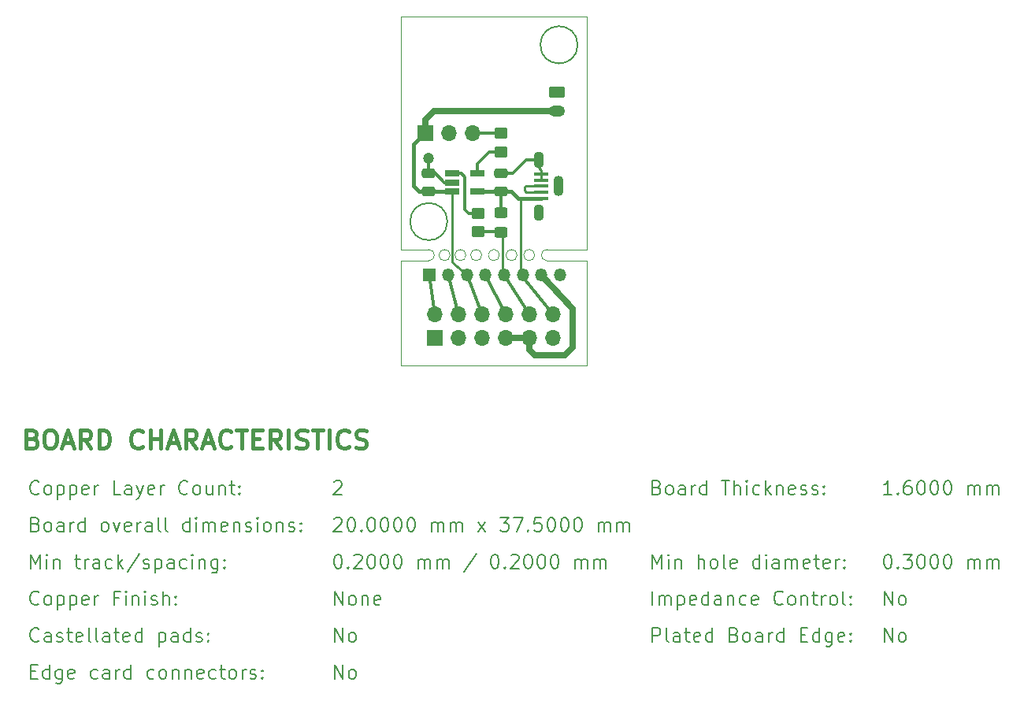
<source format=gbr>
%TF.GenerationSoftware,KiCad,Pcbnew,7.0.8*%
%TF.CreationDate,2024-02-28T15:08:07-05:00*%
%TF.ProjectId,rcl57_debug_psu,72636c35-375f-4646-9562-75675f707375,rev?*%
%TF.SameCoordinates,Original*%
%TF.FileFunction,Copper,L1,Top*%
%TF.FilePolarity,Positive*%
%FSLAX46Y46*%
G04 Gerber Fmt 4.6, Leading zero omitted, Abs format (unit mm)*
G04 Created by KiCad (PCBNEW 7.0.8) date 2024-02-28 15:08:07*
%MOMM*%
%LPD*%
G01*
G04 APERTURE LIST*
G04 Aperture macros list*
%AMRoundRect*
0 Rectangle with rounded corners*
0 $1 Rounding radius*
0 $2 $3 $4 $5 $6 $7 $8 $9 X,Y pos of 4 corners*
0 Add a 4 corners polygon primitive as box body*
4,1,4,$2,$3,$4,$5,$6,$7,$8,$9,$2,$3,0*
0 Add four circle primitives for the rounded corners*
1,1,$1+$1,$2,$3*
1,1,$1+$1,$4,$5*
1,1,$1+$1,$6,$7*
1,1,$1+$1,$8,$9*
0 Add four rect primitives between the rounded corners*
20,1,$1+$1,$2,$3,$4,$5,0*
20,1,$1+$1,$4,$5,$6,$7,0*
20,1,$1+$1,$6,$7,$8,$9,0*
20,1,$1+$1,$8,$9,$2,$3,0*%
G04 Aperture macros list end*
%TA.AperFunction,NonConductor*%
%ADD10C,0.250000*%
%TD*%
%TA.AperFunction,ComponentPad*%
%ADD11R,1.700000X1.700000*%
%TD*%
%TA.AperFunction,ComponentPad*%
%ADD12O,1.700000X1.700000*%
%TD*%
%TA.AperFunction,SMDPad,CuDef*%
%ADD13RoundRect,0.250000X-0.450000X0.350000X-0.450000X-0.350000X0.450000X-0.350000X0.450000X0.350000X0*%
%TD*%
%TA.AperFunction,SMDPad,CuDef*%
%ADD14RoundRect,0.250000X0.450000X-0.350000X0.450000X0.350000X-0.450000X0.350000X-0.450000X-0.350000X0*%
%TD*%
%TA.AperFunction,ComponentPad*%
%ADD15RoundRect,0.250000X-0.625000X0.350000X-0.625000X-0.350000X0.625000X-0.350000X0.625000X0.350000X0*%
%TD*%
%TA.AperFunction,ComponentPad*%
%ADD16O,1.750000X1.200000*%
%TD*%
%TA.AperFunction,SMDPad,CuDef*%
%ADD17RoundRect,0.250000X0.475000X-0.250000X0.475000X0.250000X-0.475000X0.250000X-0.475000X-0.250000X0*%
%TD*%
%TA.AperFunction,SMDPad,CuDef*%
%ADD18R,1.560000X0.650000*%
%TD*%
%TA.AperFunction,SMDPad,CuDef*%
%ADD19RoundRect,0.250000X0.450000X-0.325000X0.450000X0.325000X-0.450000X0.325000X-0.450000X-0.325000X0*%
%TD*%
%TA.AperFunction,SMDPad,CuDef*%
%ADD20R,1.500000X0.450000*%
%TD*%
%TA.AperFunction,ComponentPad*%
%ADD21O,1.100000X1.800000*%
%TD*%
%TA.AperFunction,ComponentPad*%
%ADD22O,1.100000X2.200000*%
%TD*%
%TA.AperFunction,ComponentPad*%
%ADD23R,1.350000X1.350000*%
%TD*%
%TA.AperFunction,ComponentPad*%
%ADD24O,1.350000X1.350000*%
%TD*%
%TA.AperFunction,ViaPad*%
%ADD25C,1.200000*%
%TD*%
%TA.AperFunction,Conductor*%
%ADD26C,0.350000*%
%TD*%
%TA.AperFunction,Conductor*%
%ADD27C,0.300000*%
%TD*%
%TA.AperFunction,Conductor*%
%ADD28C,0.400000*%
%TD*%
%TA.AperFunction,Conductor*%
%ADD29C,0.250000*%
%TD*%
%TA.AperFunction,Conductor*%
%ADD30C,0.700000*%
%TD*%
%TA.AperFunction,Conductor*%
%ADD31C,1.000000*%
%TD*%
%ADD32C,0.200000*%
%ADD33C,0.400000*%
%ADD34C,0.150000*%
%TA.AperFunction,Profile*%
%ADD35C,0.050000*%
%TD*%
G04 APERTURE END LIST*
D10*
X165950000Y-103050000D02*
X165950000Y-107700000D01*
X160550000Y-98750000D02*
X160550000Y-106350000D01*
X160550000Y-106350000D02*
X162150000Y-107700000D01*
X167850000Y-107700000D02*
X167850000Y-99450000D01*
D11*
%TO.P,J103,1,Pin_1*%
%TO.N,/RCL57 Retrofit - PSU Board/VBAT*%
X157675000Y-92475000D03*
D12*
%TO.P,J103,2,Pin_2*%
%TO.N,unconnected-(J103-Pin_2-Pad2)*%
X160215000Y-92475000D03*
%TO.P,J103,3,Pin_3*%
%TO.N,GND1*%
X162755000Y-92475000D03*
%TD*%
D13*
%TO.P,R102,1*%
%TO.N,Net-(U101-STAT)*%
X163300000Y-101100000D03*
%TO.P,R102,2*%
%TO.N,Net-(D101-K)*%
X163300000Y-103100000D03*
%TD*%
D14*
%TO.P,R101,1*%
%TO.N,Net-(U101-PROG)*%
X165800000Y-94500000D03*
%TO.P,R101,2*%
%TO.N,GND1*%
X165800000Y-92500000D03*
%TD*%
D15*
%TO.P,J102,1,Pin_1*%
%TO.N,GND1*%
X171750000Y-88100000D03*
D16*
%TO.P,J102,2,Pin_2*%
%TO.N,/RCL57 Retrofit - PSU Board/VBAT*%
X171750000Y-90100000D03*
%TD*%
D17*
%TO.P,C101,1*%
%TO.N,/RCL57 Retrofit - PSU Board/VUSB*%
X165800000Y-98750000D03*
%TO.P,C101,2*%
%TO.N,GND1*%
X165800000Y-96850000D03*
%TD*%
D18*
%TO.P,U101,1,STAT*%
%TO.N,Net-(U101-STAT)*%
X160550000Y-96850000D03*
%TO.P,U101,2,VSS*%
%TO.N,GND1*%
X160550000Y-97800000D03*
%TO.P,U101,3,VBAT*%
%TO.N,/RCL57 Retrofit - PSU Board/VBAT*%
X160550000Y-98750000D03*
%TO.P,U101,4,VDD*%
%TO.N,/RCL57 Retrofit - PSU Board/VUSB*%
X163250000Y-98750000D03*
%TO.P,U101,5,PROG*%
%TO.N,Net-(U101-PROG)*%
X163250000Y-96850000D03*
%TD*%
D11*
%TO.P,J202,1,Pin_1*%
%TO.N,/RCL557 Retrofit - Debug Board/GND2*%
X158650000Y-114475000D03*
D12*
%TO.P,J202,2,Pin_2*%
%TO.N,/RCL557 Retrofit - Debug Board/SWDIO2*%
X158650000Y-111935000D03*
%TO.P,J202,3,Pin_3*%
%TO.N,/RCL557 Retrofit - Debug Board/GND2*%
X161190000Y-114475000D03*
%TO.P,J202,4,Pin_4*%
%TO.N,/RCL557 Retrofit - Debug Board/SWCLK12*%
X161190000Y-111935000D03*
%TO.P,J202,5,Pin_5*%
%TO.N,/RCL557 Retrofit - Debug Board/GND2*%
X163730000Y-114475000D03*
%TO.P,J202,6,Pin_6*%
%TO.N,/RCL557 Retrofit - Debug Board/U1TXD2*%
X163730000Y-111935000D03*
%TO.P,J202,7,Pin_7*%
%TO.N,/RCL557 Retrofit - Debug Board/VDD2*%
X166270000Y-114475000D03*
%TO.P,J202,8,Pin_8*%
%TO.N,/RCL557 Retrofit - Debug Board/U1RXD2*%
X166270000Y-111935000D03*
%TO.P,J202,9,Pin_9*%
%TO.N,/RCL557 Retrofit - Debug Board/VDD2*%
X168810000Y-114475000D03*
%TO.P,J202,10,Pin_10*%
%TO.N,/RCL557 Retrofit - Debug Board/BOOT02*%
X168810000Y-111935000D03*
%TO.P,J202,11,Pin_11*%
%TO.N,/RCL557 Retrofit - Debug Board/GND2*%
X171350000Y-114475000D03*
%TO.P,J202,12,Pin_12*%
%TO.N,/RCL557 Retrofit - Debug Board/NRST2*%
X171350000Y-111935000D03*
%TD*%
D19*
%TO.P,D101,1,K*%
%TO.N,Net-(D101-K)*%
X165800000Y-103125000D03*
%TO.P,D101,2,A*%
%TO.N,/RCL57 Retrofit - PSU Board/VUSB*%
X165800000Y-101075000D03*
%TD*%
D17*
%TO.P,C102,1*%
%TO.N,/RCL57 Retrofit - PSU Board/VBAT*%
X158000000Y-98750000D03*
%TO.P,C102,2*%
%TO.N,GND1*%
X158000000Y-96850000D03*
%TD*%
D20*
%TO.P,J101,1,VBUS*%
%TO.N,/RCL57 Retrofit - PSU Board/VUSB*%
X170075000Y-99500000D03*
%TO.P,J101,2,D-*%
%TO.N,Net-(J101-D+)*%
X170075000Y-98850000D03*
%TO.P,J101,3,D+*%
X170075000Y-98200000D03*
%TO.P,J101,4,ID*%
%TO.N,GND1*%
X170075000Y-97550000D03*
%TO.P,J101,5,GND*%
X170075000Y-96900000D03*
D21*
%TO.P,J101,6,Shield*%
X169825000Y-101000000D03*
D22*
X171975000Y-98200000D03*
D21*
X169825000Y-95400000D03*
%TD*%
D23*
%TO.P,J201,1,Pin_1*%
%TO.N,/RCL557 Retrofit - Debug Board/SWDIO2*%
X158100000Y-107700000D03*
D24*
%TO.P,J201,2,Pin_2*%
%TO.N,/RCL557 Retrofit - Debug Board/SWCLK12*%
X160100000Y-107700000D03*
%TO.P,J201,3,Pin_3*%
%TO.N,/RCL557 Retrofit - Debug Board/U1TXD2*%
X162100000Y-107700000D03*
%TO.P,J201,4,Pin_4*%
%TO.N,/RCL557 Retrofit - Debug Board/U1RXD2*%
X164100000Y-107700000D03*
%TO.P,J201,5,Pin_5*%
%TO.N,/RCL557 Retrofit - Debug Board/BOOT02*%
X166100000Y-107700000D03*
%TO.P,J201,6,Pin_6*%
%TO.N,/RCL557 Retrofit - Debug Board/NRST2*%
X168100000Y-107700000D03*
%TO.P,J201,7,Pin_7*%
%TO.N,/RCL557 Retrofit - Debug Board/VDD2*%
X170100000Y-107700000D03*
%TO.P,J201,8,Pin_8*%
%TO.N,/RCL557 Retrofit - Debug Board/GND2*%
X172100000Y-107700000D03*
%TD*%
D25*
%TO.N,GND1*%
X157999998Y-95200002D03*
%TD*%
D26*
%TO.N,Net-(D101-K)*%
X165775000Y-103100000D02*
X165800000Y-103125000D01*
D27*
X163300000Y-103100000D02*
X165775000Y-103100000D01*
%TO.N,/RCL57 Retrofit - PSU Board/VUSB*%
X165800000Y-101075000D02*
X165800000Y-98750000D01*
D28*
X167600000Y-99500000D02*
X166850000Y-98750000D01*
X163250000Y-98750000D02*
X165800000Y-98750000D01*
X166850000Y-98750000D02*
X165800000Y-98750000D01*
X170075000Y-99500000D02*
X167600000Y-99500000D01*
D29*
%TO.N,Net-(J101-D+)*%
X168450000Y-98850000D02*
X170075000Y-98850000D01*
X170075000Y-98200000D02*
X168400000Y-98200000D01*
X168300000Y-98700000D02*
X168450000Y-98850000D01*
X168400000Y-98200000D02*
X168300000Y-98300000D01*
X168300000Y-98300000D02*
X168300000Y-98700000D01*
D28*
%TO.N,/RCL57 Retrofit - PSU Board/VBAT*%
X156400000Y-98200000D02*
X156400000Y-93687500D01*
X158000000Y-98750000D02*
X156950000Y-98750000D01*
X156400000Y-93687500D02*
X157612500Y-92475000D01*
X160550000Y-98750000D02*
X158000000Y-98750000D01*
D30*
X171750000Y-90100000D02*
X158600000Y-90100000D01*
D28*
X156950000Y-98750000D02*
X156400000Y-98200000D01*
D30*
X158600000Y-90100000D02*
X157675002Y-91024998D01*
D31*
X157660000Y-92460000D02*
X157675000Y-92475000D01*
D30*
X157675002Y-91024998D02*
X157675002Y-92475000D01*
D27*
%TO.N,Net-(U101-STAT)*%
X160550000Y-96850000D02*
X161550000Y-96850000D01*
X161900000Y-100700000D02*
X162300000Y-101100000D01*
X161550000Y-96850000D02*
X161900000Y-97200000D01*
X161900000Y-97200000D02*
X161900000Y-100700000D01*
X162300000Y-101100000D02*
X163300000Y-101100000D01*
%TO.N,Net-(U101-PROG)*%
X163250000Y-95750000D02*
X164500000Y-94500000D01*
X164500000Y-94500000D02*
X165800000Y-94500000D01*
X163250000Y-96850000D02*
X163250000Y-95750000D01*
D26*
%TO.N,GND1*%
X168500000Y-95400000D02*
X169825000Y-95400000D01*
D29*
X170075000Y-96900000D02*
X170075000Y-96475000D01*
X170075000Y-96475000D02*
X169825000Y-96225000D01*
D26*
X165800000Y-96850000D02*
X167050000Y-96850000D01*
D27*
X162780000Y-92500000D02*
X162755000Y-92475000D01*
D26*
X165800000Y-92500000D02*
X162780000Y-92500000D01*
D29*
X169825000Y-96225000D02*
X169825000Y-95400000D01*
D26*
X158000000Y-95200004D02*
X157999998Y-95200002D01*
D29*
X170075000Y-97550000D02*
X170075000Y-96900000D01*
D26*
X158750000Y-96850000D02*
X158000000Y-96850000D01*
X167050000Y-96850000D02*
X168500000Y-95400000D01*
X160550000Y-97800000D02*
X159700000Y-97800000D01*
X158000000Y-96850000D02*
X158000000Y-95200004D01*
X159700000Y-97800000D02*
X158750000Y-96850000D01*
%TO.N,/RCL557 Retrofit - Debug Board/SWDIO2*%
X158100000Y-107700000D02*
X158650000Y-111935000D01*
%TO.N,/RCL557 Retrofit - Debug Board/SWCLK12*%
X160100000Y-107700000D02*
X161190000Y-111935000D01*
%TO.N,/RCL557 Retrofit - Debug Board/U1TXD2*%
X162100000Y-107700000D02*
X163730000Y-111935000D01*
%TO.N,/RCL557 Retrofit - Debug Board/U1RXD2*%
X164100000Y-107700000D02*
X166270000Y-111935000D01*
%TO.N,/RCL557 Retrofit - Debug Board/BOOT02*%
X166100000Y-107700000D02*
X168810000Y-111935000D01*
%TO.N,/RCL557 Retrofit - Debug Board/NRST2*%
X168100000Y-107700000D02*
X168100000Y-107950000D01*
X168100000Y-107950000D02*
X171350000Y-111935000D01*
D30*
%TO.N,/RCL557 Retrofit - Debug Board/VDD2*%
X172604000Y-116396000D02*
X169396000Y-116396000D01*
X168810000Y-114475000D02*
X166270000Y-114475000D01*
X169396000Y-116396000D02*
X168810000Y-115810000D01*
X173500000Y-111400000D02*
X173500000Y-115500000D01*
X170100000Y-107700000D02*
X173500000Y-111400000D01*
X173500000Y-115500000D02*
X172604000Y-116396000D01*
X168810000Y-115810000D02*
X168810000Y-114475000D01*
%TD*%
D32*
X206995858Y-143226028D02*
X206995858Y-141726028D01*
X206995858Y-141726028D02*
X207853001Y-143226028D01*
X207853001Y-143226028D02*
X207853001Y-141726028D01*
X208781573Y-143226028D02*
X208638716Y-143154600D01*
X208638716Y-143154600D02*
X208567287Y-143083171D01*
X208567287Y-143083171D02*
X208495859Y-142940314D01*
X208495859Y-142940314D02*
X208495859Y-142511742D01*
X208495859Y-142511742D02*
X208567287Y-142368885D01*
X208567287Y-142368885D02*
X208638716Y-142297457D01*
X208638716Y-142297457D02*
X208781573Y-142226028D01*
X208781573Y-142226028D02*
X208995859Y-142226028D01*
X208995859Y-142226028D02*
X209138716Y-142297457D01*
X209138716Y-142297457D02*
X209210145Y-142368885D01*
X209210145Y-142368885D02*
X209281573Y-142511742D01*
X209281573Y-142511742D02*
X209281573Y-142940314D01*
X209281573Y-142940314D02*
X209210145Y-143083171D01*
X209210145Y-143083171D02*
X209138716Y-143154600D01*
X209138716Y-143154600D02*
X208995859Y-143226028D01*
X208995859Y-143226028D02*
X208781573Y-143226028D01*
X207281573Y-137769028D02*
X207424430Y-137769028D01*
X207424430Y-137769028D02*
X207567287Y-137840457D01*
X207567287Y-137840457D02*
X207638716Y-137911885D01*
X207638716Y-137911885D02*
X207710144Y-138054742D01*
X207710144Y-138054742D02*
X207781573Y-138340457D01*
X207781573Y-138340457D02*
X207781573Y-138697600D01*
X207781573Y-138697600D02*
X207710144Y-138983314D01*
X207710144Y-138983314D02*
X207638716Y-139126171D01*
X207638716Y-139126171D02*
X207567287Y-139197600D01*
X207567287Y-139197600D02*
X207424430Y-139269028D01*
X207424430Y-139269028D02*
X207281573Y-139269028D01*
X207281573Y-139269028D02*
X207138716Y-139197600D01*
X207138716Y-139197600D02*
X207067287Y-139126171D01*
X207067287Y-139126171D02*
X206995858Y-138983314D01*
X206995858Y-138983314D02*
X206924430Y-138697600D01*
X206924430Y-138697600D02*
X206924430Y-138340457D01*
X206924430Y-138340457D02*
X206995858Y-138054742D01*
X206995858Y-138054742D02*
X207067287Y-137911885D01*
X207067287Y-137911885D02*
X207138716Y-137840457D01*
X207138716Y-137840457D02*
X207281573Y-137769028D01*
X208424429Y-139126171D02*
X208495858Y-139197600D01*
X208495858Y-139197600D02*
X208424429Y-139269028D01*
X208424429Y-139269028D02*
X208353001Y-139197600D01*
X208353001Y-139197600D02*
X208424429Y-139126171D01*
X208424429Y-139126171D02*
X208424429Y-139269028D01*
X208995858Y-137769028D02*
X209924430Y-137769028D01*
X209924430Y-137769028D02*
X209424430Y-138340457D01*
X209424430Y-138340457D02*
X209638715Y-138340457D01*
X209638715Y-138340457D02*
X209781573Y-138411885D01*
X209781573Y-138411885D02*
X209853001Y-138483314D01*
X209853001Y-138483314D02*
X209924430Y-138626171D01*
X209924430Y-138626171D02*
X209924430Y-138983314D01*
X209924430Y-138983314D02*
X209853001Y-139126171D01*
X209853001Y-139126171D02*
X209781573Y-139197600D01*
X209781573Y-139197600D02*
X209638715Y-139269028D01*
X209638715Y-139269028D02*
X209210144Y-139269028D01*
X209210144Y-139269028D02*
X209067287Y-139197600D01*
X209067287Y-139197600D02*
X208995858Y-139126171D01*
X210853001Y-137769028D02*
X210995858Y-137769028D01*
X210995858Y-137769028D02*
X211138715Y-137840457D01*
X211138715Y-137840457D02*
X211210144Y-137911885D01*
X211210144Y-137911885D02*
X211281572Y-138054742D01*
X211281572Y-138054742D02*
X211353001Y-138340457D01*
X211353001Y-138340457D02*
X211353001Y-138697600D01*
X211353001Y-138697600D02*
X211281572Y-138983314D01*
X211281572Y-138983314D02*
X211210144Y-139126171D01*
X211210144Y-139126171D02*
X211138715Y-139197600D01*
X211138715Y-139197600D02*
X210995858Y-139269028D01*
X210995858Y-139269028D02*
X210853001Y-139269028D01*
X210853001Y-139269028D02*
X210710144Y-139197600D01*
X210710144Y-139197600D02*
X210638715Y-139126171D01*
X210638715Y-139126171D02*
X210567286Y-138983314D01*
X210567286Y-138983314D02*
X210495858Y-138697600D01*
X210495858Y-138697600D02*
X210495858Y-138340457D01*
X210495858Y-138340457D02*
X210567286Y-138054742D01*
X210567286Y-138054742D02*
X210638715Y-137911885D01*
X210638715Y-137911885D02*
X210710144Y-137840457D01*
X210710144Y-137840457D02*
X210853001Y-137769028D01*
X212281572Y-137769028D02*
X212424429Y-137769028D01*
X212424429Y-137769028D02*
X212567286Y-137840457D01*
X212567286Y-137840457D02*
X212638715Y-137911885D01*
X212638715Y-137911885D02*
X212710143Y-138054742D01*
X212710143Y-138054742D02*
X212781572Y-138340457D01*
X212781572Y-138340457D02*
X212781572Y-138697600D01*
X212781572Y-138697600D02*
X212710143Y-138983314D01*
X212710143Y-138983314D02*
X212638715Y-139126171D01*
X212638715Y-139126171D02*
X212567286Y-139197600D01*
X212567286Y-139197600D02*
X212424429Y-139269028D01*
X212424429Y-139269028D02*
X212281572Y-139269028D01*
X212281572Y-139269028D02*
X212138715Y-139197600D01*
X212138715Y-139197600D02*
X212067286Y-139126171D01*
X212067286Y-139126171D02*
X211995857Y-138983314D01*
X211995857Y-138983314D02*
X211924429Y-138697600D01*
X211924429Y-138697600D02*
X211924429Y-138340457D01*
X211924429Y-138340457D02*
X211995857Y-138054742D01*
X211995857Y-138054742D02*
X212067286Y-137911885D01*
X212067286Y-137911885D02*
X212138715Y-137840457D01*
X212138715Y-137840457D02*
X212281572Y-137769028D01*
X213710143Y-137769028D02*
X213853000Y-137769028D01*
X213853000Y-137769028D02*
X213995857Y-137840457D01*
X213995857Y-137840457D02*
X214067286Y-137911885D01*
X214067286Y-137911885D02*
X214138714Y-138054742D01*
X214138714Y-138054742D02*
X214210143Y-138340457D01*
X214210143Y-138340457D02*
X214210143Y-138697600D01*
X214210143Y-138697600D02*
X214138714Y-138983314D01*
X214138714Y-138983314D02*
X214067286Y-139126171D01*
X214067286Y-139126171D02*
X213995857Y-139197600D01*
X213995857Y-139197600D02*
X213853000Y-139269028D01*
X213853000Y-139269028D02*
X213710143Y-139269028D01*
X213710143Y-139269028D02*
X213567286Y-139197600D01*
X213567286Y-139197600D02*
X213495857Y-139126171D01*
X213495857Y-139126171D02*
X213424428Y-138983314D01*
X213424428Y-138983314D02*
X213353000Y-138697600D01*
X213353000Y-138697600D02*
X213353000Y-138340457D01*
X213353000Y-138340457D02*
X213424428Y-138054742D01*
X213424428Y-138054742D02*
X213495857Y-137911885D01*
X213495857Y-137911885D02*
X213567286Y-137840457D01*
X213567286Y-137840457D02*
X213710143Y-137769028D01*
X215995856Y-139269028D02*
X215995856Y-138269028D01*
X215995856Y-138411885D02*
X216067285Y-138340457D01*
X216067285Y-138340457D02*
X216210142Y-138269028D01*
X216210142Y-138269028D02*
X216424428Y-138269028D01*
X216424428Y-138269028D02*
X216567285Y-138340457D01*
X216567285Y-138340457D02*
X216638714Y-138483314D01*
X216638714Y-138483314D02*
X216638714Y-139269028D01*
X216638714Y-138483314D02*
X216710142Y-138340457D01*
X216710142Y-138340457D02*
X216852999Y-138269028D01*
X216852999Y-138269028D02*
X217067285Y-138269028D01*
X217067285Y-138269028D02*
X217210142Y-138340457D01*
X217210142Y-138340457D02*
X217281571Y-138483314D01*
X217281571Y-138483314D02*
X217281571Y-139269028D01*
X217995856Y-139269028D02*
X217995856Y-138269028D01*
X217995856Y-138411885D02*
X218067285Y-138340457D01*
X218067285Y-138340457D02*
X218210142Y-138269028D01*
X218210142Y-138269028D02*
X218424428Y-138269028D01*
X218424428Y-138269028D02*
X218567285Y-138340457D01*
X218567285Y-138340457D02*
X218638714Y-138483314D01*
X218638714Y-138483314D02*
X218638714Y-139269028D01*
X218638714Y-138483314D02*
X218710142Y-138340457D01*
X218710142Y-138340457D02*
X218852999Y-138269028D01*
X218852999Y-138269028D02*
X219067285Y-138269028D01*
X219067285Y-138269028D02*
X219210142Y-138340457D01*
X219210142Y-138340457D02*
X219281571Y-138483314D01*
X219281571Y-138483314D02*
X219281571Y-139269028D01*
X207781573Y-131355028D02*
X206924430Y-131355028D01*
X207353001Y-131355028D02*
X207353001Y-129855028D01*
X207353001Y-129855028D02*
X207210144Y-130069314D01*
X207210144Y-130069314D02*
X207067287Y-130212171D01*
X207067287Y-130212171D02*
X206924430Y-130283600D01*
X208424429Y-131212171D02*
X208495858Y-131283600D01*
X208495858Y-131283600D02*
X208424429Y-131355028D01*
X208424429Y-131355028D02*
X208353001Y-131283600D01*
X208353001Y-131283600D02*
X208424429Y-131212171D01*
X208424429Y-131212171D02*
X208424429Y-131355028D01*
X209781573Y-129855028D02*
X209495858Y-129855028D01*
X209495858Y-129855028D02*
X209353001Y-129926457D01*
X209353001Y-129926457D02*
X209281573Y-129997885D01*
X209281573Y-129997885D02*
X209138715Y-130212171D01*
X209138715Y-130212171D02*
X209067287Y-130497885D01*
X209067287Y-130497885D02*
X209067287Y-131069314D01*
X209067287Y-131069314D02*
X209138715Y-131212171D01*
X209138715Y-131212171D02*
X209210144Y-131283600D01*
X209210144Y-131283600D02*
X209353001Y-131355028D01*
X209353001Y-131355028D02*
X209638715Y-131355028D01*
X209638715Y-131355028D02*
X209781573Y-131283600D01*
X209781573Y-131283600D02*
X209853001Y-131212171D01*
X209853001Y-131212171D02*
X209924430Y-131069314D01*
X209924430Y-131069314D02*
X209924430Y-130712171D01*
X209924430Y-130712171D02*
X209853001Y-130569314D01*
X209853001Y-130569314D02*
X209781573Y-130497885D01*
X209781573Y-130497885D02*
X209638715Y-130426457D01*
X209638715Y-130426457D02*
X209353001Y-130426457D01*
X209353001Y-130426457D02*
X209210144Y-130497885D01*
X209210144Y-130497885D02*
X209138715Y-130569314D01*
X209138715Y-130569314D02*
X209067287Y-130712171D01*
X210853001Y-129855028D02*
X210995858Y-129855028D01*
X210995858Y-129855028D02*
X211138715Y-129926457D01*
X211138715Y-129926457D02*
X211210144Y-129997885D01*
X211210144Y-129997885D02*
X211281572Y-130140742D01*
X211281572Y-130140742D02*
X211353001Y-130426457D01*
X211353001Y-130426457D02*
X211353001Y-130783600D01*
X211353001Y-130783600D02*
X211281572Y-131069314D01*
X211281572Y-131069314D02*
X211210144Y-131212171D01*
X211210144Y-131212171D02*
X211138715Y-131283600D01*
X211138715Y-131283600D02*
X210995858Y-131355028D01*
X210995858Y-131355028D02*
X210853001Y-131355028D01*
X210853001Y-131355028D02*
X210710144Y-131283600D01*
X210710144Y-131283600D02*
X210638715Y-131212171D01*
X210638715Y-131212171D02*
X210567286Y-131069314D01*
X210567286Y-131069314D02*
X210495858Y-130783600D01*
X210495858Y-130783600D02*
X210495858Y-130426457D01*
X210495858Y-130426457D02*
X210567286Y-130140742D01*
X210567286Y-130140742D02*
X210638715Y-129997885D01*
X210638715Y-129997885D02*
X210710144Y-129926457D01*
X210710144Y-129926457D02*
X210853001Y-129855028D01*
X212281572Y-129855028D02*
X212424429Y-129855028D01*
X212424429Y-129855028D02*
X212567286Y-129926457D01*
X212567286Y-129926457D02*
X212638715Y-129997885D01*
X212638715Y-129997885D02*
X212710143Y-130140742D01*
X212710143Y-130140742D02*
X212781572Y-130426457D01*
X212781572Y-130426457D02*
X212781572Y-130783600D01*
X212781572Y-130783600D02*
X212710143Y-131069314D01*
X212710143Y-131069314D02*
X212638715Y-131212171D01*
X212638715Y-131212171D02*
X212567286Y-131283600D01*
X212567286Y-131283600D02*
X212424429Y-131355028D01*
X212424429Y-131355028D02*
X212281572Y-131355028D01*
X212281572Y-131355028D02*
X212138715Y-131283600D01*
X212138715Y-131283600D02*
X212067286Y-131212171D01*
X212067286Y-131212171D02*
X211995857Y-131069314D01*
X211995857Y-131069314D02*
X211924429Y-130783600D01*
X211924429Y-130783600D02*
X211924429Y-130426457D01*
X211924429Y-130426457D02*
X211995857Y-130140742D01*
X211995857Y-130140742D02*
X212067286Y-129997885D01*
X212067286Y-129997885D02*
X212138715Y-129926457D01*
X212138715Y-129926457D02*
X212281572Y-129855028D01*
X213710143Y-129855028D02*
X213853000Y-129855028D01*
X213853000Y-129855028D02*
X213995857Y-129926457D01*
X213995857Y-129926457D02*
X214067286Y-129997885D01*
X214067286Y-129997885D02*
X214138714Y-130140742D01*
X214138714Y-130140742D02*
X214210143Y-130426457D01*
X214210143Y-130426457D02*
X214210143Y-130783600D01*
X214210143Y-130783600D02*
X214138714Y-131069314D01*
X214138714Y-131069314D02*
X214067286Y-131212171D01*
X214067286Y-131212171D02*
X213995857Y-131283600D01*
X213995857Y-131283600D02*
X213853000Y-131355028D01*
X213853000Y-131355028D02*
X213710143Y-131355028D01*
X213710143Y-131355028D02*
X213567286Y-131283600D01*
X213567286Y-131283600D02*
X213495857Y-131212171D01*
X213495857Y-131212171D02*
X213424428Y-131069314D01*
X213424428Y-131069314D02*
X213353000Y-130783600D01*
X213353000Y-130783600D02*
X213353000Y-130426457D01*
X213353000Y-130426457D02*
X213424428Y-130140742D01*
X213424428Y-130140742D02*
X213495857Y-129997885D01*
X213495857Y-129997885D02*
X213567286Y-129926457D01*
X213567286Y-129926457D02*
X213710143Y-129855028D01*
X215995856Y-131355028D02*
X215995856Y-130355028D01*
X215995856Y-130497885D02*
X216067285Y-130426457D01*
X216067285Y-130426457D02*
X216210142Y-130355028D01*
X216210142Y-130355028D02*
X216424428Y-130355028D01*
X216424428Y-130355028D02*
X216567285Y-130426457D01*
X216567285Y-130426457D02*
X216638714Y-130569314D01*
X216638714Y-130569314D02*
X216638714Y-131355028D01*
X216638714Y-130569314D02*
X216710142Y-130426457D01*
X216710142Y-130426457D02*
X216852999Y-130355028D01*
X216852999Y-130355028D02*
X217067285Y-130355028D01*
X217067285Y-130355028D02*
X217210142Y-130426457D01*
X217210142Y-130426457D02*
X217281571Y-130569314D01*
X217281571Y-130569314D02*
X217281571Y-131355028D01*
X217995856Y-131355028D02*
X217995856Y-130355028D01*
X217995856Y-130497885D02*
X218067285Y-130426457D01*
X218067285Y-130426457D02*
X218210142Y-130355028D01*
X218210142Y-130355028D02*
X218424428Y-130355028D01*
X218424428Y-130355028D02*
X218567285Y-130426457D01*
X218567285Y-130426457D02*
X218638714Y-130569314D01*
X218638714Y-130569314D02*
X218638714Y-131355028D01*
X218638714Y-130569314D02*
X218710142Y-130426457D01*
X218710142Y-130426457D02*
X218852999Y-130355028D01*
X218852999Y-130355028D02*
X219067285Y-130355028D01*
X219067285Y-130355028D02*
X219210142Y-130426457D01*
X219210142Y-130426457D02*
X219281571Y-130569314D01*
X219281571Y-130569314D02*
X219281571Y-131355028D01*
X182053001Y-143226028D02*
X182053001Y-141726028D01*
X182767287Y-143226028D02*
X182767287Y-142226028D01*
X182767287Y-142368885D02*
X182838716Y-142297457D01*
X182838716Y-142297457D02*
X182981573Y-142226028D01*
X182981573Y-142226028D02*
X183195859Y-142226028D01*
X183195859Y-142226028D02*
X183338716Y-142297457D01*
X183338716Y-142297457D02*
X183410145Y-142440314D01*
X183410145Y-142440314D02*
X183410145Y-143226028D01*
X183410145Y-142440314D02*
X183481573Y-142297457D01*
X183481573Y-142297457D02*
X183624430Y-142226028D01*
X183624430Y-142226028D02*
X183838716Y-142226028D01*
X183838716Y-142226028D02*
X183981573Y-142297457D01*
X183981573Y-142297457D02*
X184053002Y-142440314D01*
X184053002Y-142440314D02*
X184053002Y-143226028D01*
X184767287Y-142226028D02*
X184767287Y-143726028D01*
X184767287Y-142297457D02*
X184910145Y-142226028D01*
X184910145Y-142226028D02*
X185195859Y-142226028D01*
X185195859Y-142226028D02*
X185338716Y-142297457D01*
X185338716Y-142297457D02*
X185410145Y-142368885D01*
X185410145Y-142368885D02*
X185481573Y-142511742D01*
X185481573Y-142511742D02*
X185481573Y-142940314D01*
X185481573Y-142940314D02*
X185410145Y-143083171D01*
X185410145Y-143083171D02*
X185338716Y-143154600D01*
X185338716Y-143154600D02*
X185195859Y-143226028D01*
X185195859Y-143226028D02*
X184910145Y-143226028D01*
X184910145Y-143226028D02*
X184767287Y-143154600D01*
X186695859Y-143154600D02*
X186553002Y-143226028D01*
X186553002Y-143226028D02*
X186267288Y-143226028D01*
X186267288Y-143226028D02*
X186124430Y-143154600D01*
X186124430Y-143154600D02*
X186053002Y-143011742D01*
X186053002Y-143011742D02*
X186053002Y-142440314D01*
X186053002Y-142440314D02*
X186124430Y-142297457D01*
X186124430Y-142297457D02*
X186267288Y-142226028D01*
X186267288Y-142226028D02*
X186553002Y-142226028D01*
X186553002Y-142226028D02*
X186695859Y-142297457D01*
X186695859Y-142297457D02*
X186767288Y-142440314D01*
X186767288Y-142440314D02*
X186767288Y-142583171D01*
X186767288Y-142583171D02*
X186053002Y-142726028D01*
X188053002Y-143226028D02*
X188053002Y-141726028D01*
X188053002Y-143154600D02*
X187910144Y-143226028D01*
X187910144Y-143226028D02*
X187624430Y-143226028D01*
X187624430Y-143226028D02*
X187481573Y-143154600D01*
X187481573Y-143154600D02*
X187410144Y-143083171D01*
X187410144Y-143083171D02*
X187338716Y-142940314D01*
X187338716Y-142940314D02*
X187338716Y-142511742D01*
X187338716Y-142511742D02*
X187410144Y-142368885D01*
X187410144Y-142368885D02*
X187481573Y-142297457D01*
X187481573Y-142297457D02*
X187624430Y-142226028D01*
X187624430Y-142226028D02*
X187910144Y-142226028D01*
X187910144Y-142226028D02*
X188053002Y-142297457D01*
X189410145Y-143226028D02*
X189410145Y-142440314D01*
X189410145Y-142440314D02*
X189338716Y-142297457D01*
X189338716Y-142297457D02*
X189195859Y-142226028D01*
X189195859Y-142226028D02*
X188910145Y-142226028D01*
X188910145Y-142226028D02*
X188767287Y-142297457D01*
X189410145Y-143154600D02*
X189267287Y-143226028D01*
X189267287Y-143226028D02*
X188910145Y-143226028D01*
X188910145Y-143226028D02*
X188767287Y-143154600D01*
X188767287Y-143154600D02*
X188695859Y-143011742D01*
X188695859Y-143011742D02*
X188695859Y-142868885D01*
X188695859Y-142868885D02*
X188767287Y-142726028D01*
X188767287Y-142726028D02*
X188910145Y-142654600D01*
X188910145Y-142654600D02*
X189267287Y-142654600D01*
X189267287Y-142654600D02*
X189410145Y-142583171D01*
X190124430Y-142226028D02*
X190124430Y-143226028D01*
X190124430Y-142368885D02*
X190195859Y-142297457D01*
X190195859Y-142297457D02*
X190338716Y-142226028D01*
X190338716Y-142226028D02*
X190553002Y-142226028D01*
X190553002Y-142226028D02*
X190695859Y-142297457D01*
X190695859Y-142297457D02*
X190767288Y-142440314D01*
X190767288Y-142440314D02*
X190767288Y-143226028D01*
X192124431Y-143154600D02*
X191981573Y-143226028D01*
X191981573Y-143226028D02*
X191695859Y-143226028D01*
X191695859Y-143226028D02*
X191553002Y-143154600D01*
X191553002Y-143154600D02*
X191481573Y-143083171D01*
X191481573Y-143083171D02*
X191410145Y-142940314D01*
X191410145Y-142940314D02*
X191410145Y-142511742D01*
X191410145Y-142511742D02*
X191481573Y-142368885D01*
X191481573Y-142368885D02*
X191553002Y-142297457D01*
X191553002Y-142297457D02*
X191695859Y-142226028D01*
X191695859Y-142226028D02*
X191981573Y-142226028D01*
X191981573Y-142226028D02*
X192124431Y-142297457D01*
X193338716Y-143154600D02*
X193195859Y-143226028D01*
X193195859Y-143226028D02*
X192910145Y-143226028D01*
X192910145Y-143226028D02*
X192767287Y-143154600D01*
X192767287Y-143154600D02*
X192695859Y-143011742D01*
X192695859Y-143011742D02*
X192695859Y-142440314D01*
X192695859Y-142440314D02*
X192767287Y-142297457D01*
X192767287Y-142297457D02*
X192910145Y-142226028D01*
X192910145Y-142226028D02*
X193195859Y-142226028D01*
X193195859Y-142226028D02*
X193338716Y-142297457D01*
X193338716Y-142297457D02*
X193410145Y-142440314D01*
X193410145Y-142440314D02*
X193410145Y-142583171D01*
X193410145Y-142583171D02*
X192695859Y-142726028D01*
X196053001Y-143083171D02*
X195981573Y-143154600D01*
X195981573Y-143154600D02*
X195767287Y-143226028D01*
X195767287Y-143226028D02*
X195624430Y-143226028D01*
X195624430Y-143226028D02*
X195410144Y-143154600D01*
X195410144Y-143154600D02*
X195267287Y-143011742D01*
X195267287Y-143011742D02*
X195195858Y-142868885D01*
X195195858Y-142868885D02*
X195124430Y-142583171D01*
X195124430Y-142583171D02*
X195124430Y-142368885D01*
X195124430Y-142368885D02*
X195195858Y-142083171D01*
X195195858Y-142083171D02*
X195267287Y-141940314D01*
X195267287Y-141940314D02*
X195410144Y-141797457D01*
X195410144Y-141797457D02*
X195624430Y-141726028D01*
X195624430Y-141726028D02*
X195767287Y-141726028D01*
X195767287Y-141726028D02*
X195981573Y-141797457D01*
X195981573Y-141797457D02*
X196053001Y-141868885D01*
X196910144Y-143226028D02*
X196767287Y-143154600D01*
X196767287Y-143154600D02*
X196695858Y-143083171D01*
X196695858Y-143083171D02*
X196624430Y-142940314D01*
X196624430Y-142940314D02*
X196624430Y-142511742D01*
X196624430Y-142511742D02*
X196695858Y-142368885D01*
X196695858Y-142368885D02*
X196767287Y-142297457D01*
X196767287Y-142297457D02*
X196910144Y-142226028D01*
X196910144Y-142226028D02*
X197124430Y-142226028D01*
X197124430Y-142226028D02*
X197267287Y-142297457D01*
X197267287Y-142297457D02*
X197338716Y-142368885D01*
X197338716Y-142368885D02*
X197410144Y-142511742D01*
X197410144Y-142511742D02*
X197410144Y-142940314D01*
X197410144Y-142940314D02*
X197338716Y-143083171D01*
X197338716Y-143083171D02*
X197267287Y-143154600D01*
X197267287Y-143154600D02*
X197124430Y-143226028D01*
X197124430Y-143226028D02*
X196910144Y-143226028D01*
X198053001Y-142226028D02*
X198053001Y-143226028D01*
X198053001Y-142368885D02*
X198124430Y-142297457D01*
X198124430Y-142297457D02*
X198267287Y-142226028D01*
X198267287Y-142226028D02*
X198481573Y-142226028D01*
X198481573Y-142226028D02*
X198624430Y-142297457D01*
X198624430Y-142297457D02*
X198695859Y-142440314D01*
X198695859Y-142440314D02*
X198695859Y-143226028D01*
X199195859Y-142226028D02*
X199767287Y-142226028D01*
X199410144Y-141726028D02*
X199410144Y-143011742D01*
X199410144Y-143011742D02*
X199481573Y-143154600D01*
X199481573Y-143154600D02*
X199624430Y-143226028D01*
X199624430Y-143226028D02*
X199767287Y-143226028D01*
X200267287Y-143226028D02*
X200267287Y-142226028D01*
X200267287Y-142511742D02*
X200338716Y-142368885D01*
X200338716Y-142368885D02*
X200410145Y-142297457D01*
X200410145Y-142297457D02*
X200553002Y-142226028D01*
X200553002Y-142226028D02*
X200695859Y-142226028D01*
X201410144Y-143226028D02*
X201267287Y-143154600D01*
X201267287Y-143154600D02*
X201195858Y-143083171D01*
X201195858Y-143083171D02*
X201124430Y-142940314D01*
X201124430Y-142940314D02*
X201124430Y-142511742D01*
X201124430Y-142511742D02*
X201195858Y-142368885D01*
X201195858Y-142368885D02*
X201267287Y-142297457D01*
X201267287Y-142297457D02*
X201410144Y-142226028D01*
X201410144Y-142226028D02*
X201624430Y-142226028D01*
X201624430Y-142226028D02*
X201767287Y-142297457D01*
X201767287Y-142297457D02*
X201838716Y-142368885D01*
X201838716Y-142368885D02*
X201910144Y-142511742D01*
X201910144Y-142511742D02*
X201910144Y-142940314D01*
X201910144Y-142940314D02*
X201838716Y-143083171D01*
X201838716Y-143083171D02*
X201767287Y-143154600D01*
X201767287Y-143154600D02*
X201624430Y-143226028D01*
X201624430Y-143226028D02*
X201410144Y-143226028D01*
X202767287Y-143226028D02*
X202624430Y-143154600D01*
X202624430Y-143154600D02*
X202553001Y-143011742D01*
X202553001Y-143011742D02*
X202553001Y-141726028D01*
X203338715Y-143083171D02*
X203410144Y-143154600D01*
X203410144Y-143154600D02*
X203338715Y-143226028D01*
X203338715Y-143226028D02*
X203267287Y-143154600D01*
X203267287Y-143154600D02*
X203338715Y-143083171D01*
X203338715Y-143083171D02*
X203338715Y-143226028D01*
X203338715Y-142297457D02*
X203410144Y-142368885D01*
X203410144Y-142368885D02*
X203338715Y-142440314D01*
X203338715Y-142440314D02*
X203267287Y-142368885D01*
X203267287Y-142368885D02*
X203338715Y-142297457D01*
X203338715Y-142297457D02*
X203338715Y-142440314D01*
X182053001Y-139269028D02*
X182053001Y-137769028D01*
X182053001Y-137769028D02*
X182553001Y-138840457D01*
X182553001Y-138840457D02*
X183053001Y-137769028D01*
X183053001Y-137769028D02*
X183053001Y-139269028D01*
X183767287Y-139269028D02*
X183767287Y-138269028D01*
X183767287Y-137769028D02*
X183695859Y-137840457D01*
X183695859Y-137840457D02*
X183767287Y-137911885D01*
X183767287Y-137911885D02*
X183838716Y-137840457D01*
X183838716Y-137840457D02*
X183767287Y-137769028D01*
X183767287Y-137769028D02*
X183767287Y-137911885D01*
X184481573Y-138269028D02*
X184481573Y-139269028D01*
X184481573Y-138411885D02*
X184553002Y-138340457D01*
X184553002Y-138340457D02*
X184695859Y-138269028D01*
X184695859Y-138269028D02*
X184910145Y-138269028D01*
X184910145Y-138269028D02*
X185053002Y-138340457D01*
X185053002Y-138340457D02*
X185124431Y-138483314D01*
X185124431Y-138483314D02*
X185124431Y-139269028D01*
X186981573Y-139269028D02*
X186981573Y-137769028D01*
X187624431Y-139269028D02*
X187624431Y-138483314D01*
X187624431Y-138483314D02*
X187553002Y-138340457D01*
X187553002Y-138340457D02*
X187410145Y-138269028D01*
X187410145Y-138269028D02*
X187195859Y-138269028D01*
X187195859Y-138269028D02*
X187053002Y-138340457D01*
X187053002Y-138340457D02*
X186981573Y-138411885D01*
X188553002Y-139269028D02*
X188410145Y-139197600D01*
X188410145Y-139197600D02*
X188338716Y-139126171D01*
X188338716Y-139126171D02*
X188267288Y-138983314D01*
X188267288Y-138983314D02*
X188267288Y-138554742D01*
X188267288Y-138554742D02*
X188338716Y-138411885D01*
X188338716Y-138411885D02*
X188410145Y-138340457D01*
X188410145Y-138340457D02*
X188553002Y-138269028D01*
X188553002Y-138269028D02*
X188767288Y-138269028D01*
X188767288Y-138269028D02*
X188910145Y-138340457D01*
X188910145Y-138340457D02*
X188981574Y-138411885D01*
X188981574Y-138411885D02*
X189053002Y-138554742D01*
X189053002Y-138554742D02*
X189053002Y-138983314D01*
X189053002Y-138983314D02*
X188981574Y-139126171D01*
X188981574Y-139126171D02*
X188910145Y-139197600D01*
X188910145Y-139197600D02*
X188767288Y-139269028D01*
X188767288Y-139269028D02*
X188553002Y-139269028D01*
X189910145Y-139269028D02*
X189767288Y-139197600D01*
X189767288Y-139197600D02*
X189695859Y-139054742D01*
X189695859Y-139054742D02*
X189695859Y-137769028D01*
X191053002Y-139197600D02*
X190910145Y-139269028D01*
X190910145Y-139269028D02*
X190624431Y-139269028D01*
X190624431Y-139269028D02*
X190481573Y-139197600D01*
X190481573Y-139197600D02*
X190410145Y-139054742D01*
X190410145Y-139054742D02*
X190410145Y-138483314D01*
X190410145Y-138483314D02*
X190481573Y-138340457D01*
X190481573Y-138340457D02*
X190624431Y-138269028D01*
X190624431Y-138269028D02*
X190910145Y-138269028D01*
X190910145Y-138269028D02*
X191053002Y-138340457D01*
X191053002Y-138340457D02*
X191124431Y-138483314D01*
X191124431Y-138483314D02*
X191124431Y-138626171D01*
X191124431Y-138626171D02*
X190410145Y-138769028D01*
X193553002Y-139269028D02*
X193553002Y-137769028D01*
X193553002Y-139197600D02*
X193410144Y-139269028D01*
X193410144Y-139269028D02*
X193124430Y-139269028D01*
X193124430Y-139269028D02*
X192981573Y-139197600D01*
X192981573Y-139197600D02*
X192910144Y-139126171D01*
X192910144Y-139126171D02*
X192838716Y-138983314D01*
X192838716Y-138983314D02*
X192838716Y-138554742D01*
X192838716Y-138554742D02*
X192910144Y-138411885D01*
X192910144Y-138411885D02*
X192981573Y-138340457D01*
X192981573Y-138340457D02*
X193124430Y-138269028D01*
X193124430Y-138269028D02*
X193410144Y-138269028D01*
X193410144Y-138269028D02*
X193553002Y-138340457D01*
X194267287Y-139269028D02*
X194267287Y-138269028D01*
X194267287Y-137769028D02*
X194195859Y-137840457D01*
X194195859Y-137840457D02*
X194267287Y-137911885D01*
X194267287Y-137911885D02*
X194338716Y-137840457D01*
X194338716Y-137840457D02*
X194267287Y-137769028D01*
X194267287Y-137769028D02*
X194267287Y-137911885D01*
X195624431Y-139269028D02*
X195624431Y-138483314D01*
X195624431Y-138483314D02*
X195553002Y-138340457D01*
X195553002Y-138340457D02*
X195410145Y-138269028D01*
X195410145Y-138269028D02*
X195124431Y-138269028D01*
X195124431Y-138269028D02*
X194981573Y-138340457D01*
X195624431Y-139197600D02*
X195481573Y-139269028D01*
X195481573Y-139269028D02*
X195124431Y-139269028D01*
X195124431Y-139269028D02*
X194981573Y-139197600D01*
X194981573Y-139197600D02*
X194910145Y-139054742D01*
X194910145Y-139054742D02*
X194910145Y-138911885D01*
X194910145Y-138911885D02*
X194981573Y-138769028D01*
X194981573Y-138769028D02*
X195124431Y-138697600D01*
X195124431Y-138697600D02*
X195481573Y-138697600D01*
X195481573Y-138697600D02*
X195624431Y-138626171D01*
X196338716Y-139269028D02*
X196338716Y-138269028D01*
X196338716Y-138411885D02*
X196410145Y-138340457D01*
X196410145Y-138340457D02*
X196553002Y-138269028D01*
X196553002Y-138269028D02*
X196767288Y-138269028D01*
X196767288Y-138269028D02*
X196910145Y-138340457D01*
X196910145Y-138340457D02*
X196981574Y-138483314D01*
X196981574Y-138483314D02*
X196981574Y-139269028D01*
X196981574Y-138483314D02*
X197053002Y-138340457D01*
X197053002Y-138340457D02*
X197195859Y-138269028D01*
X197195859Y-138269028D02*
X197410145Y-138269028D01*
X197410145Y-138269028D02*
X197553002Y-138340457D01*
X197553002Y-138340457D02*
X197624431Y-138483314D01*
X197624431Y-138483314D02*
X197624431Y-139269028D01*
X198910145Y-139197600D02*
X198767288Y-139269028D01*
X198767288Y-139269028D02*
X198481574Y-139269028D01*
X198481574Y-139269028D02*
X198338716Y-139197600D01*
X198338716Y-139197600D02*
X198267288Y-139054742D01*
X198267288Y-139054742D02*
X198267288Y-138483314D01*
X198267288Y-138483314D02*
X198338716Y-138340457D01*
X198338716Y-138340457D02*
X198481574Y-138269028D01*
X198481574Y-138269028D02*
X198767288Y-138269028D01*
X198767288Y-138269028D02*
X198910145Y-138340457D01*
X198910145Y-138340457D02*
X198981574Y-138483314D01*
X198981574Y-138483314D02*
X198981574Y-138626171D01*
X198981574Y-138626171D02*
X198267288Y-138769028D01*
X199410145Y-138269028D02*
X199981573Y-138269028D01*
X199624430Y-137769028D02*
X199624430Y-139054742D01*
X199624430Y-139054742D02*
X199695859Y-139197600D01*
X199695859Y-139197600D02*
X199838716Y-139269028D01*
X199838716Y-139269028D02*
X199981573Y-139269028D01*
X201053002Y-139197600D02*
X200910145Y-139269028D01*
X200910145Y-139269028D02*
X200624431Y-139269028D01*
X200624431Y-139269028D02*
X200481573Y-139197600D01*
X200481573Y-139197600D02*
X200410145Y-139054742D01*
X200410145Y-139054742D02*
X200410145Y-138483314D01*
X200410145Y-138483314D02*
X200481573Y-138340457D01*
X200481573Y-138340457D02*
X200624431Y-138269028D01*
X200624431Y-138269028D02*
X200910145Y-138269028D01*
X200910145Y-138269028D02*
X201053002Y-138340457D01*
X201053002Y-138340457D02*
X201124431Y-138483314D01*
X201124431Y-138483314D02*
X201124431Y-138626171D01*
X201124431Y-138626171D02*
X200410145Y-138769028D01*
X201767287Y-139269028D02*
X201767287Y-138269028D01*
X201767287Y-138554742D02*
X201838716Y-138411885D01*
X201838716Y-138411885D02*
X201910145Y-138340457D01*
X201910145Y-138340457D02*
X202053002Y-138269028D01*
X202053002Y-138269028D02*
X202195859Y-138269028D01*
X202695858Y-139126171D02*
X202767287Y-139197600D01*
X202767287Y-139197600D02*
X202695858Y-139269028D01*
X202695858Y-139269028D02*
X202624430Y-139197600D01*
X202624430Y-139197600D02*
X202695858Y-139126171D01*
X202695858Y-139126171D02*
X202695858Y-139269028D01*
X202695858Y-138340457D02*
X202767287Y-138411885D01*
X202767287Y-138411885D02*
X202695858Y-138483314D01*
X202695858Y-138483314D02*
X202624430Y-138411885D01*
X202624430Y-138411885D02*
X202695858Y-138340457D01*
X202695858Y-138340457D02*
X202695858Y-138483314D01*
X182553001Y-130569314D02*
X182767287Y-130640742D01*
X182767287Y-130640742D02*
X182838716Y-130712171D01*
X182838716Y-130712171D02*
X182910144Y-130855028D01*
X182910144Y-130855028D02*
X182910144Y-131069314D01*
X182910144Y-131069314D02*
X182838716Y-131212171D01*
X182838716Y-131212171D02*
X182767287Y-131283600D01*
X182767287Y-131283600D02*
X182624430Y-131355028D01*
X182624430Y-131355028D02*
X182053001Y-131355028D01*
X182053001Y-131355028D02*
X182053001Y-129855028D01*
X182053001Y-129855028D02*
X182553001Y-129855028D01*
X182553001Y-129855028D02*
X182695859Y-129926457D01*
X182695859Y-129926457D02*
X182767287Y-129997885D01*
X182767287Y-129997885D02*
X182838716Y-130140742D01*
X182838716Y-130140742D02*
X182838716Y-130283600D01*
X182838716Y-130283600D02*
X182767287Y-130426457D01*
X182767287Y-130426457D02*
X182695859Y-130497885D01*
X182695859Y-130497885D02*
X182553001Y-130569314D01*
X182553001Y-130569314D02*
X182053001Y-130569314D01*
X183767287Y-131355028D02*
X183624430Y-131283600D01*
X183624430Y-131283600D02*
X183553001Y-131212171D01*
X183553001Y-131212171D02*
X183481573Y-131069314D01*
X183481573Y-131069314D02*
X183481573Y-130640742D01*
X183481573Y-130640742D02*
X183553001Y-130497885D01*
X183553001Y-130497885D02*
X183624430Y-130426457D01*
X183624430Y-130426457D02*
X183767287Y-130355028D01*
X183767287Y-130355028D02*
X183981573Y-130355028D01*
X183981573Y-130355028D02*
X184124430Y-130426457D01*
X184124430Y-130426457D02*
X184195859Y-130497885D01*
X184195859Y-130497885D02*
X184267287Y-130640742D01*
X184267287Y-130640742D02*
X184267287Y-131069314D01*
X184267287Y-131069314D02*
X184195859Y-131212171D01*
X184195859Y-131212171D02*
X184124430Y-131283600D01*
X184124430Y-131283600D02*
X183981573Y-131355028D01*
X183981573Y-131355028D02*
X183767287Y-131355028D01*
X185553002Y-131355028D02*
X185553002Y-130569314D01*
X185553002Y-130569314D02*
X185481573Y-130426457D01*
X185481573Y-130426457D02*
X185338716Y-130355028D01*
X185338716Y-130355028D02*
X185053002Y-130355028D01*
X185053002Y-130355028D02*
X184910144Y-130426457D01*
X185553002Y-131283600D02*
X185410144Y-131355028D01*
X185410144Y-131355028D02*
X185053002Y-131355028D01*
X185053002Y-131355028D02*
X184910144Y-131283600D01*
X184910144Y-131283600D02*
X184838716Y-131140742D01*
X184838716Y-131140742D02*
X184838716Y-130997885D01*
X184838716Y-130997885D02*
X184910144Y-130855028D01*
X184910144Y-130855028D02*
X185053002Y-130783600D01*
X185053002Y-130783600D02*
X185410144Y-130783600D01*
X185410144Y-130783600D02*
X185553002Y-130712171D01*
X186267287Y-131355028D02*
X186267287Y-130355028D01*
X186267287Y-130640742D02*
X186338716Y-130497885D01*
X186338716Y-130497885D02*
X186410145Y-130426457D01*
X186410145Y-130426457D02*
X186553002Y-130355028D01*
X186553002Y-130355028D02*
X186695859Y-130355028D01*
X187838716Y-131355028D02*
X187838716Y-129855028D01*
X187838716Y-131283600D02*
X187695858Y-131355028D01*
X187695858Y-131355028D02*
X187410144Y-131355028D01*
X187410144Y-131355028D02*
X187267287Y-131283600D01*
X187267287Y-131283600D02*
X187195858Y-131212171D01*
X187195858Y-131212171D02*
X187124430Y-131069314D01*
X187124430Y-131069314D02*
X187124430Y-130640742D01*
X187124430Y-130640742D02*
X187195858Y-130497885D01*
X187195858Y-130497885D02*
X187267287Y-130426457D01*
X187267287Y-130426457D02*
X187410144Y-130355028D01*
X187410144Y-130355028D02*
X187695858Y-130355028D01*
X187695858Y-130355028D02*
X187838716Y-130426457D01*
X189481573Y-129855028D02*
X190338716Y-129855028D01*
X189910144Y-131355028D02*
X189910144Y-129855028D01*
X190838715Y-131355028D02*
X190838715Y-129855028D01*
X191481573Y-131355028D02*
X191481573Y-130569314D01*
X191481573Y-130569314D02*
X191410144Y-130426457D01*
X191410144Y-130426457D02*
X191267287Y-130355028D01*
X191267287Y-130355028D02*
X191053001Y-130355028D01*
X191053001Y-130355028D02*
X190910144Y-130426457D01*
X190910144Y-130426457D02*
X190838715Y-130497885D01*
X192195858Y-131355028D02*
X192195858Y-130355028D01*
X192195858Y-129855028D02*
X192124430Y-129926457D01*
X192124430Y-129926457D02*
X192195858Y-129997885D01*
X192195858Y-129997885D02*
X192267287Y-129926457D01*
X192267287Y-129926457D02*
X192195858Y-129855028D01*
X192195858Y-129855028D02*
X192195858Y-129997885D01*
X193553002Y-131283600D02*
X193410144Y-131355028D01*
X193410144Y-131355028D02*
X193124430Y-131355028D01*
X193124430Y-131355028D02*
X192981573Y-131283600D01*
X192981573Y-131283600D02*
X192910144Y-131212171D01*
X192910144Y-131212171D02*
X192838716Y-131069314D01*
X192838716Y-131069314D02*
X192838716Y-130640742D01*
X192838716Y-130640742D02*
X192910144Y-130497885D01*
X192910144Y-130497885D02*
X192981573Y-130426457D01*
X192981573Y-130426457D02*
X193124430Y-130355028D01*
X193124430Y-130355028D02*
X193410144Y-130355028D01*
X193410144Y-130355028D02*
X193553002Y-130426457D01*
X194195858Y-131355028D02*
X194195858Y-129855028D01*
X194338716Y-130783600D02*
X194767287Y-131355028D01*
X194767287Y-130355028D02*
X194195858Y-130926457D01*
X195410144Y-130355028D02*
X195410144Y-131355028D01*
X195410144Y-130497885D02*
X195481573Y-130426457D01*
X195481573Y-130426457D02*
X195624430Y-130355028D01*
X195624430Y-130355028D02*
X195838716Y-130355028D01*
X195838716Y-130355028D02*
X195981573Y-130426457D01*
X195981573Y-130426457D02*
X196053002Y-130569314D01*
X196053002Y-130569314D02*
X196053002Y-131355028D01*
X197338716Y-131283600D02*
X197195859Y-131355028D01*
X197195859Y-131355028D02*
X196910145Y-131355028D01*
X196910145Y-131355028D02*
X196767287Y-131283600D01*
X196767287Y-131283600D02*
X196695859Y-131140742D01*
X196695859Y-131140742D02*
X196695859Y-130569314D01*
X196695859Y-130569314D02*
X196767287Y-130426457D01*
X196767287Y-130426457D02*
X196910145Y-130355028D01*
X196910145Y-130355028D02*
X197195859Y-130355028D01*
X197195859Y-130355028D02*
X197338716Y-130426457D01*
X197338716Y-130426457D02*
X197410145Y-130569314D01*
X197410145Y-130569314D02*
X197410145Y-130712171D01*
X197410145Y-130712171D02*
X196695859Y-130855028D01*
X197981573Y-131283600D02*
X198124430Y-131355028D01*
X198124430Y-131355028D02*
X198410144Y-131355028D01*
X198410144Y-131355028D02*
X198553001Y-131283600D01*
X198553001Y-131283600D02*
X198624430Y-131140742D01*
X198624430Y-131140742D02*
X198624430Y-131069314D01*
X198624430Y-131069314D02*
X198553001Y-130926457D01*
X198553001Y-130926457D02*
X198410144Y-130855028D01*
X198410144Y-130855028D02*
X198195859Y-130855028D01*
X198195859Y-130855028D02*
X198053001Y-130783600D01*
X198053001Y-130783600D02*
X197981573Y-130640742D01*
X197981573Y-130640742D02*
X197981573Y-130569314D01*
X197981573Y-130569314D02*
X198053001Y-130426457D01*
X198053001Y-130426457D02*
X198195859Y-130355028D01*
X198195859Y-130355028D02*
X198410144Y-130355028D01*
X198410144Y-130355028D02*
X198553001Y-130426457D01*
X199195859Y-131283600D02*
X199338716Y-131355028D01*
X199338716Y-131355028D02*
X199624430Y-131355028D01*
X199624430Y-131355028D02*
X199767287Y-131283600D01*
X199767287Y-131283600D02*
X199838716Y-131140742D01*
X199838716Y-131140742D02*
X199838716Y-131069314D01*
X199838716Y-131069314D02*
X199767287Y-130926457D01*
X199767287Y-130926457D02*
X199624430Y-130855028D01*
X199624430Y-130855028D02*
X199410145Y-130855028D01*
X199410145Y-130855028D02*
X199267287Y-130783600D01*
X199267287Y-130783600D02*
X199195859Y-130640742D01*
X199195859Y-130640742D02*
X199195859Y-130569314D01*
X199195859Y-130569314D02*
X199267287Y-130426457D01*
X199267287Y-130426457D02*
X199410145Y-130355028D01*
X199410145Y-130355028D02*
X199624430Y-130355028D01*
X199624430Y-130355028D02*
X199767287Y-130426457D01*
X200481573Y-131212171D02*
X200553002Y-131283600D01*
X200553002Y-131283600D02*
X200481573Y-131355028D01*
X200481573Y-131355028D02*
X200410145Y-131283600D01*
X200410145Y-131283600D02*
X200481573Y-131212171D01*
X200481573Y-131212171D02*
X200481573Y-131355028D01*
X200481573Y-130426457D02*
X200553002Y-130497885D01*
X200553002Y-130497885D02*
X200481573Y-130569314D01*
X200481573Y-130569314D02*
X200410145Y-130497885D01*
X200410145Y-130497885D02*
X200481573Y-130426457D01*
X200481573Y-130426457D02*
X200481573Y-130569314D01*
X147895863Y-143226028D02*
X147895863Y-141726028D01*
X147895863Y-141726028D02*
X148753006Y-143226028D01*
X148753006Y-143226028D02*
X148753006Y-141726028D01*
X149681578Y-143226028D02*
X149538721Y-143154600D01*
X149538721Y-143154600D02*
X149467292Y-143083171D01*
X149467292Y-143083171D02*
X149395864Y-142940314D01*
X149395864Y-142940314D02*
X149395864Y-142511742D01*
X149395864Y-142511742D02*
X149467292Y-142368885D01*
X149467292Y-142368885D02*
X149538721Y-142297457D01*
X149538721Y-142297457D02*
X149681578Y-142226028D01*
X149681578Y-142226028D02*
X149895864Y-142226028D01*
X149895864Y-142226028D02*
X150038721Y-142297457D01*
X150038721Y-142297457D02*
X150110150Y-142368885D01*
X150110150Y-142368885D02*
X150181578Y-142511742D01*
X150181578Y-142511742D02*
X150181578Y-142940314D01*
X150181578Y-142940314D02*
X150110150Y-143083171D01*
X150110150Y-143083171D02*
X150038721Y-143154600D01*
X150038721Y-143154600D02*
X149895864Y-143226028D01*
X149895864Y-143226028D02*
X149681578Y-143226028D01*
X150824435Y-142226028D02*
X150824435Y-143226028D01*
X150824435Y-142368885D02*
X150895864Y-142297457D01*
X150895864Y-142297457D02*
X151038721Y-142226028D01*
X151038721Y-142226028D02*
X151253007Y-142226028D01*
X151253007Y-142226028D02*
X151395864Y-142297457D01*
X151395864Y-142297457D02*
X151467293Y-142440314D01*
X151467293Y-142440314D02*
X151467293Y-143226028D01*
X152753007Y-143154600D02*
X152610150Y-143226028D01*
X152610150Y-143226028D02*
X152324436Y-143226028D01*
X152324436Y-143226028D02*
X152181578Y-143154600D01*
X152181578Y-143154600D02*
X152110150Y-143011742D01*
X152110150Y-143011742D02*
X152110150Y-142440314D01*
X152110150Y-142440314D02*
X152181578Y-142297457D01*
X152181578Y-142297457D02*
X152324436Y-142226028D01*
X152324436Y-142226028D02*
X152610150Y-142226028D01*
X152610150Y-142226028D02*
X152753007Y-142297457D01*
X152753007Y-142297457D02*
X152824436Y-142440314D01*
X152824436Y-142440314D02*
X152824436Y-142583171D01*
X152824436Y-142583171D02*
X152110150Y-142726028D01*
X148181578Y-137769028D02*
X148324435Y-137769028D01*
X148324435Y-137769028D02*
X148467292Y-137840457D01*
X148467292Y-137840457D02*
X148538721Y-137911885D01*
X148538721Y-137911885D02*
X148610149Y-138054742D01*
X148610149Y-138054742D02*
X148681578Y-138340457D01*
X148681578Y-138340457D02*
X148681578Y-138697600D01*
X148681578Y-138697600D02*
X148610149Y-138983314D01*
X148610149Y-138983314D02*
X148538721Y-139126171D01*
X148538721Y-139126171D02*
X148467292Y-139197600D01*
X148467292Y-139197600D02*
X148324435Y-139269028D01*
X148324435Y-139269028D02*
X148181578Y-139269028D01*
X148181578Y-139269028D02*
X148038721Y-139197600D01*
X148038721Y-139197600D02*
X147967292Y-139126171D01*
X147967292Y-139126171D02*
X147895863Y-138983314D01*
X147895863Y-138983314D02*
X147824435Y-138697600D01*
X147824435Y-138697600D02*
X147824435Y-138340457D01*
X147824435Y-138340457D02*
X147895863Y-138054742D01*
X147895863Y-138054742D02*
X147967292Y-137911885D01*
X147967292Y-137911885D02*
X148038721Y-137840457D01*
X148038721Y-137840457D02*
X148181578Y-137769028D01*
X149324434Y-139126171D02*
X149395863Y-139197600D01*
X149395863Y-139197600D02*
X149324434Y-139269028D01*
X149324434Y-139269028D02*
X149253006Y-139197600D01*
X149253006Y-139197600D02*
X149324434Y-139126171D01*
X149324434Y-139126171D02*
X149324434Y-139269028D01*
X149967292Y-137911885D02*
X150038720Y-137840457D01*
X150038720Y-137840457D02*
X150181578Y-137769028D01*
X150181578Y-137769028D02*
X150538720Y-137769028D01*
X150538720Y-137769028D02*
X150681578Y-137840457D01*
X150681578Y-137840457D02*
X150753006Y-137911885D01*
X150753006Y-137911885D02*
X150824435Y-138054742D01*
X150824435Y-138054742D02*
X150824435Y-138197600D01*
X150824435Y-138197600D02*
X150753006Y-138411885D01*
X150753006Y-138411885D02*
X149895863Y-139269028D01*
X149895863Y-139269028D02*
X150824435Y-139269028D01*
X151753006Y-137769028D02*
X151895863Y-137769028D01*
X151895863Y-137769028D02*
X152038720Y-137840457D01*
X152038720Y-137840457D02*
X152110149Y-137911885D01*
X152110149Y-137911885D02*
X152181577Y-138054742D01*
X152181577Y-138054742D02*
X152253006Y-138340457D01*
X152253006Y-138340457D02*
X152253006Y-138697600D01*
X152253006Y-138697600D02*
X152181577Y-138983314D01*
X152181577Y-138983314D02*
X152110149Y-139126171D01*
X152110149Y-139126171D02*
X152038720Y-139197600D01*
X152038720Y-139197600D02*
X151895863Y-139269028D01*
X151895863Y-139269028D02*
X151753006Y-139269028D01*
X151753006Y-139269028D02*
X151610149Y-139197600D01*
X151610149Y-139197600D02*
X151538720Y-139126171D01*
X151538720Y-139126171D02*
X151467291Y-138983314D01*
X151467291Y-138983314D02*
X151395863Y-138697600D01*
X151395863Y-138697600D02*
X151395863Y-138340457D01*
X151395863Y-138340457D02*
X151467291Y-138054742D01*
X151467291Y-138054742D02*
X151538720Y-137911885D01*
X151538720Y-137911885D02*
X151610149Y-137840457D01*
X151610149Y-137840457D02*
X151753006Y-137769028D01*
X153181577Y-137769028D02*
X153324434Y-137769028D01*
X153324434Y-137769028D02*
X153467291Y-137840457D01*
X153467291Y-137840457D02*
X153538720Y-137911885D01*
X153538720Y-137911885D02*
X153610148Y-138054742D01*
X153610148Y-138054742D02*
X153681577Y-138340457D01*
X153681577Y-138340457D02*
X153681577Y-138697600D01*
X153681577Y-138697600D02*
X153610148Y-138983314D01*
X153610148Y-138983314D02*
X153538720Y-139126171D01*
X153538720Y-139126171D02*
X153467291Y-139197600D01*
X153467291Y-139197600D02*
X153324434Y-139269028D01*
X153324434Y-139269028D02*
X153181577Y-139269028D01*
X153181577Y-139269028D02*
X153038720Y-139197600D01*
X153038720Y-139197600D02*
X152967291Y-139126171D01*
X152967291Y-139126171D02*
X152895862Y-138983314D01*
X152895862Y-138983314D02*
X152824434Y-138697600D01*
X152824434Y-138697600D02*
X152824434Y-138340457D01*
X152824434Y-138340457D02*
X152895862Y-138054742D01*
X152895862Y-138054742D02*
X152967291Y-137911885D01*
X152967291Y-137911885D02*
X153038720Y-137840457D01*
X153038720Y-137840457D02*
X153181577Y-137769028D01*
X154610148Y-137769028D02*
X154753005Y-137769028D01*
X154753005Y-137769028D02*
X154895862Y-137840457D01*
X154895862Y-137840457D02*
X154967291Y-137911885D01*
X154967291Y-137911885D02*
X155038719Y-138054742D01*
X155038719Y-138054742D02*
X155110148Y-138340457D01*
X155110148Y-138340457D02*
X155110148Y-138697600D01*
X155110148Y-138697600D02*
X155038719Y-138983314D01*
X155038719Y-138983314D02*
X154967291Y-139126171D01*
X154967291Y-139126171D02*
X154895862Y-139197600D01*
X154895862Y-139197600D02*
X154753005Y-139269028D01*
X154753005Y-139269028D02*
X154610148Y-139269028D01*
X154610148Y-139269028D02*
X154467291Y-139197600D01*
X154467291Y-139197600D02*
X154395862Y-139126171D01*
X154395862Y-139126171D02*
X154324433Y-138983314D01*
X154324433Y-138983314D02*
X154253005Y-138697600D01*
X154253005Y-138697600D02*
X154253005Y-138340457D01*
X154253005Y-138340457D02*
X154324433Y-138054742D01*
X154324433Y-138054742D02*
X154395862Y-137911885D01*
X154395862Y-137911885D02*
X154467291Y-137840457D01*
X154467291Y-137840457D02*
X154610148Y-137769028D01*
X156895861Y-139269028D02*
X156895861Y-138269028D01*
X156895861Y-138411885D02*
X156967290Y-138340457D01*
X156967290Y-138340457D02*
X157110147Y-138269028D01*
X157110147Y-138269028D02*
X157324433Y-138269028D01*
X157324433Y-138269028D02*
X157467290Y-138340457D01*
X157467290Y-138340457D02*
X157538719Y-138483314D01*
X157538719Y-138483314D02*
X157538719Y-139269028D01*
X157538719Y-138483314D02*
X157610147Y-138340457D01*
X157610147Y-138340457D02*
X157753004Y-138269028D01*
X157753004Y-138269028D02*
X157967290Y-138269028D01*
X157967290Y-138269028D02*
X158110147Y-138340457D01*
X158110147Y-138340457D02*
X158181576Y-138483314D01*
X158181576Y-138483314D02*
X158181576Y-139269028D01*
X158895861Y-139269028D02*
X158895861Y-138269028D01*
X158895861Y-138411885D02*
X158967290Y-138340457D01*
X158967290Y-138340457D02*
X159110147Y-138269028D01*
X159110147Y-138269028D02*
X159324433Y-138269028D01*
X159324433Y-138269028D02*
X159467290Y-138340457D01*
X159467290Y-138340457D02*
X159538719Y-138483314D01*
X159538719Y-138483314D02*
X159538719Y-139269028D01*
X159538719Y-138483314D02*
X159610147Y-138340457D01*
X159610147Y-138340457D02*
X159753004Y-138269028D01*
X159753004Y-138269028D02*
X159967290Y-138269028D01*
X159967290Y-138269028D02*
X160110147Y-138340457D01*
X160110147Y-138340457D02*
X160181576Y-138483314D01*
X160181576Y-138483314D02*
X160181576Y-139269028D01*
X163110147Y-137697600D02*
X161824433Y-139626171D01*
X165038719Y-137769028D02*
X165181576Y-137769028D01*
X165181576Y-137769028D02*
X165324433Y-137840457D01*
X165324433Y-137840457D02*
X165395862Y-137911885D01*
X165395862Y-137911885D02*
X165467290Y-138054742D01*
X165467290Y-138054742D02*
X165538719Y-138340457D01*
X165538719Y-138340457D02*
X165538719Y-138697600D01*
X165538719Y-138697600D02*
X165467290Y-138983314D01*
X165467290Y-138983314D02*
X165395862Y-139126171D01*
X165395862Y-139126171D02*
X165324433Y-139197600D01*
X165324433Y-139197600D02*
X165181576Y-139269028D01*
X165181576Y-139269028D02*
X165038719Y-139269028D01*
X165038719Y-139269028D02*
X164895862Y-139197600D01*
X164895862Y-139197600D02*
X164824433Y-139126171D01*
X164824433Y-139126171D02*
X164753004Y-138983314D01*
X164753004Y-138983314D02*
X164681576Y-138697600D01*
X164681576Y-138697600D02*
X164681576Y-138340457D01*
X164681576Y-138340457D02*
X164753004Y-138054742D01*
X164753004Y-138054742D02*
X164824433Y-137911885D01*
X164824433Y-137911885D02*
X164895862Y-137840457D01*
X164895862Y-137840457D02*
X165038719Y-137769028D01*
X166181575Y-139126171D02*
X166253004Y-139197600D01*
X166253004Y-139197600D02*
X166181575Y-139269028D01*
X166181575Y-139269028D02*
X166110147Y-139197600D01*
X166110147Y-139197600D02*
X166181575Y-139126171D01*
X166181575Y-139126171D02*
X166181575Y-139269028D01*
X166824433Y-137911885D02*
X166895861Y-137840457D01*
X166895861Y-137840457D02*
X167038719Y-137769028D01*
X167038719Y-137769028D02*
X167395861Y-137769028D01*
X167395861Y-137769028D02*
X167538719Y-137840457D01*
X167538719Y-137840457D02*
X167610147Y-137911885D01*
X167610147Y-137911885D02*
X167681576Y-138054742D01*
X167681576Y-138054742D02*
X167681576Y-138197600D01*
X167681576Y-138197600D02*
X167610147Y-138411885D01*
X167610147Y-138411885D02*
X166753004Y-139269028D01*
X166753004Y-139269028D02*
X167681576Y-139269028D01*
X168610147Y-137769028D02*
X168753004Y-137769028D01*
X168753004Y-137769028D02*
X168895861Y-137840457D01*
X168895861Y-137840457D02*
X168967290Y-137911885D01*
X168967290Y-137911885D02*
X169038718Y-138054742D01*
X169038718Y-138054742D02*
X169110147Y-138340457D01*
X169110147Y-138340457D02*
X169110147Y-138697600D01*
X169110147Y-138697600D02*
X169038718Y-138983314D01*
X169038718Y-138983314D02*
X168967290Y-139126171D01*
X168967290Y-139126171D02*
X168895861Y-139197600D01*
X168895861Y-139197600D02*
X168753004Y-139269028D01*
X168753004Y-139269028D02*
X168610147Y-139269028D01*
X168610147Y-139269028D02*
X168467290Y-139197600D01*
X168467290Y-139197600D02*
X168395861Y-139126171D01*
X168395861Y-139126171D02*
X168324432Y-138983314D01*
X168324432Y-138983314D02*
X168253004Y-138697600D01*
X168253004Y-138697600D02*
X168253004Y-138340457D01*
X168253004Y-138340457D02*
X168324432Y-138054742D01*
X168324432Y-138054742D02*
X168395861Y-137911885D01*
X168395861Y-137911885D02*
X168467290Y-137840457D01*
X168467290Y-137840457D02*
X168610147Y-137769028D01*
X170038718Y-137769028D02*
X170181575Y-137769028D01*
X170181575Y-137769028D02*
X170324432Y-137840457D01*
X170324432Y-137840457D02*
X170395861Y-137911885D01*
X170395861Y-137911885D02*
X170467289Y-138054742D01*
X170467289Y-138054742D02*
X170538718Y-138340457D01*
X170538718Y-138340457D02*
X170538718Y-138697600D01*
X170538718Y-138697600D02*
X170467289Y-138983314D01*
X170467289Y-138983314D02*
X170395861Y-139126171D01*
X170395861Y-139126171D02*
X170324432Y-139197600D01*
X170324432Y-139197600D02*
X170181575Y-139269028D01*
X170181575Y-139269028D02*
X170038718Y-139269028D01*
X170038718Y-139269028D02*
X169895861Y-139197600D01*
X169895861Y-139197600D02*
X169824432Y-139126171D01*
X169824432Y-139126171D02*
X169753003Y-138983314D01*
X169753003Y-138983314D02*
X169681575Y-138697600D01*
X169681575Y-138697600D02*
X169681575Y-138340457D01*
X169681575Y-138340457D02*
X169753003Y-138054742D01*
X169753003Y-138054742D02*
X169824432Y-137911885D01*
X169824432Y-137911885D02*
X169895861Y-137840457D01*
X169895861Y-137840457D02*
X170038718Y-137769028D01*
X171467289Y-137769028D02*
X171610146Y-137769028D01*
X171610146Y-137769028D02*
X171753003Y-137840457D01*
X171753003Y-137840457D02*
X171824432Y-137911885D01*
X171824432Y-137911885D02*
X171895860Y-138054742D01*
X171895860Y-138054742D02*
X171967289Y-138340457D01*
X171967289Y-138340457D02*
X171967289Y-138697600D01*
X171967289Y-138697600D02*
X171895860Y-138983314D01*
X171895860Y-138983314D02*
X171824432Y-139126171D01*
X171824432Y-139126171D02*
X171753003Y-139197600D01*
X171753003Y-139197600D02*
X171610146Y-139269028D01*
X171610146Y-139269028D02*
X171467289Y-139269028D01*
X171467289Y-139269028D02*
X171324432Y-139197600D01*
X171324432Y-139197600D02*
X171253003Y-139126171D01*
X171253003Y-139126171D02*
X171181574Y-138983314D01*
X171181574Y-138983314D02*
X171110146Y-138697600D01*
X171110146Y-138697600D02*
X171110146Y-138340457D01*
X171110146Y-138340457D02*
X171181574Y-138054742D01*
X171181574Y-138054742D02*
X171253003Y-137911885D01*
X171253003Y-137911885D02*
X171324432Y-137840457D01*
X171324432Y-137840457D02*
X171467289Y-137769028D01*
X173753002Y-139269028D02*
X173753002Y-138269028D01*
X173753002Y-138411885D02*
X173824431Y-138340457D01*
X173824431Y-138340457D02*
X173967288Y-138269028D01*
X173967288Y-138269028D02*
X174181574Y-138269028D01*
X174181574Y-138269028D02*
X174324431Y-138340457D01*
X174324431Y-138340457D02*
X174395860Y-138483314D01*
X174395860Y-138483314D02*
X174395860Y-139269028D01*
X174395860Y-138483314D02*
X174467288Y-138340457D01*
X174467288Y-138340457D02*
X174610145Y-138269028D01*
X174610145Y-138269028D02*
X174824431Y-138269028D01*
X174824431Y-138269028D02*
X174967288Y-138340457D01*
X174967288Y-138340457D02*
X175038717Y-138483314D01*
X175038717Y-138483314D02*
X175038717Y-139269028D01*
X175753002Y-139269028D02*
X175753002Y-138269028D01*
X175753002Y-138411885D02*
X175824431Y-138340457D01*
X175824431Y-138340457D02*
X175967288Y-138269028D01*
X175967288Y-138269028D02*
X176181574Y-138269028D01*
X176181574Y-138269028D02*
X176324431Y-138340457D01*
X176324431Y-138340457D02*
X176395860Y-138483314D01*
X176395860Y-138483314D02*
X176395860Y-139269028D01*
X176395860Y-138483314D02*
X176467288Y-138340457D01*
X176467288Y-138340457D02*
X176610145Y-138269028D01*
X176610145Y-138269028D02*
X176824431Y-138269028D01*
X176824431Y-138269028D02*
X176967288Y-138340457D01*
X176967288Y-138340457D02*
X177038717Y-138483314D01*
X177038717Y-138483314D02*
X177038717Y-139269028D01*
X182053001Y-147183028D02*
X182053001Y-145683028D01*
X182053001Y-145683028D02*
X182624430Y-145683028D01*
X182624430Y-145683028D02*
X182767287Y-145754457D01*
X182767287Y-145754457D02*
X182838716Y-145825885D01*
X182838716Y-145825885D02*
X182910144Y-145968742D01*
X182910144Y-145968742D02*
X182910144Y-146183028D01*
X182910144Y-146183028D02*
X182838716Y-146325885D01*
X182838716Y-146325885D02*
X182767287Y-146397314D01*
X182767287Y-146397314D02*
X182624430Y-146468742D01*
X182624430Y-146468742D02*
X182053001Y-146468742D01*
X183767287Y-147183028D02*
X183624430Y-147111600D01*
X183624430Y-147111600D02*
X183553001Y-146968742D01*
X183553001Y-146968742D02*
X183553001Y-145683028D01*
X184981573Y-147183028D02*
X184981573Y-146397314D01*
X184981573Y-146397314D02*
X184910144Y-146254457D01*
X184910144Y-146254457D02*
X184767287Y-146183028D01*
X184767287Y-146183028D02*
X184481573Y-146183028D01*
X184481573Y-146183028D02*
X184338715Y-146254457D01*
X184981573Y-147111600D02*
X184838715Y-147183028D01*
X184838715Y-147183028D02*
X184481573Y-147183028D01*
X184481573Y-147183028D02*
X184338715Y-147111600D01*
X184338715Y-147111600D02*
X184267287Y-146968742D01*
X184267287Y-146968742D02*
X184267287Y-146825885D01*
X184267287Y-146825885D02*
X184338715Y-146683028D01*
X184338715Y-146683028D02*
X184481573Y-146611600D01*
X184481573Y-146611600D02*
X184838715Y-146611600D01*
X184838715Y-146611600D02*
X184981573Y-146540171D01*
X185481573Y-146183028D02*
X186053001Y-146183028D01*
X185695858Y-145683028D02*
X185695858Y-146968742D01*
X185695858Y-146968742D02*
X185767287Y-147111600D01*
X185767287Y-147111600D02*
X185910144Y-147183028D01*
X185910144Y-147183028D02*
X186053001Y-147183028D01*
X187124430Y-147111600D02*
X186981573Y-147183028D01*
X186981573Y-147183028D02*
X186695859Y-147183028D01*
X186695859Y-147183028D02*
X186553001Y-147111600D01*
X186553001Y-147111600D02*
X186481573Y-146968742D01*
X186481573Y-146968742D02*
X186481573Y-146397314D01*
X186481573Y-146397314D02*
X186553001Y-146254457D01*
X186553001Y-146254457D02*
X186695859Y-146183028D01*
X186695859Y-146183028D02*
X186981573Y-146183028D01*
X186981573Y-146183028D02*
X187124430Y-146254457D01*
X187124430Y-146254457D02*
X187195859Y-146397314D01*
X187195859Y-146397314D02*
X187195859Y-146540171D01*
X187195859Y-146540171D02*
X186481573Y-146683028D01*
X188481573Y-147183028D02*
X188481573Y-145683028D01*
X188481573Y-147111600D02*
X188338715Y-147183028D01*
X188338715Y-147183028D02*
X188053001Y-147183028D01*
X188053001Y-147183028D02*
X187910144Y-147111600D01*
X187910144Y-147111600D02*
X187838715Y-147040171D01*
X187838715Y-147040171D02*
X187767287Y-146897314D01*
X187767287Y-146897314D02*
X187767287Y-146468742D01*
X187767287Y-146468742D02*
X187838715Y-146325885D01*
X187838715Y-146325885D02*
X187910144Y-146254457D01*
X187910144Y-146254457D02*
X188053001Y-146183028D01*
X188053001Y-146183028D02*
X188338715Y-146183028D01*
X188338715Y-146183028D02*
X188481573Y-146254457D01*
X190838715Y-146397314D02*
X191053001Y-146468742D01*
X191053001Y-146468742D02*
X191124430Y-146540171D01*
X191124430Y-146540171D02*
X191195858Y-146683028D01*
X191195858Y-146683028D02*
X191195858Y-146897314D01*
X191195858Y-146897314D02*
X191124430Y-147040171D01*
X191124430Y-147040171D02*
X191053001Y-147111600D01*
X191053001Y-147111600D02*
X190910144Y-147183028D01*
X190910144Y-147183028D02*
X190338715Y-147183028D01*
X190338715Y-147183028D02*
X190338715Y-145683028D01*
X190338715Y-145683028D02*
X190838715Y-145683028D01*
X190838715Y-145683028D02*
X190981573Y-145754457D01*
X190981573Y-145754457D02*
X191053001Y-145825885D01*
X191053001Y-145825885D02*
X191124430Y-145968742D01*
X191124430Y-145968742D02*
X191124430Y-146111600D01*
X191124430Y-146111600D02*
X191053001Y-146254457D01*
X191053001Y-146254457D02*
X190981573Y-146325885D01*
X190981573Y-146325885D02*
X190838715Y-146397314D01*
X190838715Y-146397314D02*
X190338715Y-146397314D01*
X192053001Y-147183028D02*
X191910144Y-147111600D01*
X191910144Y-147111600D02*
X191838715Y-147040171D01*
X191838715Y-147040171D02*
X191767287Y-146897314D01*
X191767287Y-146897314D02*
X191767287Y-146468742D01*
X191767287Y-146468742D02*
X191838715Y-146325885D01*
X191838715Y-146325885D02*
X191910144Y-146254457D01*
X191910144Y-146254457D02*
X192053001Y-146183028D01*
X192053001Y-146183028D02*
X192267287Y-146183028D01*
X192267287Y-146183028D02*
X192410144Y-146254457D01*
X192410144Y-146254457D02*
X192481573Y-146325885D01*
X192481573Y-146325885D02*
X192553001Y-146468742D01*
X192553001Y-146468742D02*
X192553001Y-146897314D01*
X192553001Y-146897314D02*
X192481573Y-147040171D01*
X192481573Y-147040171D02*
X192410144Y-147111600D01*
X192410144Y-147111600D02*
X192267287Y-147183028D01*
X192267287Y-147183028D02*
X192053001Y-147183028D01*
X193838716Y-147183028D02*
X193838716Y-146397314D01*
X193838716Y-146397314D02*
X193767287Y-146254457D01*
X193767287Y-146254457D02*
X193624430Y-146183028D01*
X193624430Y-146183028D02*
X193338716Y-146183028D01*
X193338716Y-146183028D02*
X193195858Y-146254457D01*
X193838716Y-147111600D02*
X193695858Y-147183028D01*
X193695858Y-147183028D02*
X193338716Y-147183028D01*
X193338716Y-147183028D02*
X193195858Y-147111600D01*
X193195858Y-147111600D02*
X193124430Y-146968742D01*
X193124430Y-146968742D02*
X193124430Y-146825885D01*
X193124430Y-146825885D02*
X193195858Y-146683028D01*
X193195858Y-146683028D02*
X193338716Y-146611600D01*
X193338716Y-146611600D02*
X193695858Y-146611600D01*
X193695858Y-146611600D02*
X193838716Y-146540171D01*
X194553001Y-147183028D02*
X194553001Y-146183028D01*
X194553001Y-146468742D02*
X194624430Y-146325885D01*
X194624430Y-146325885D02*
X194695859Y-146254457D01*
X194695859Y-146254457D02*
X194838716Y-146183028D01*
X194838716Y-146183028D02*
X194981573Y-146183028D01*
X196124430Y-147183028D02*
X196124430Y-145683028D01*
X196124430Y-147111600D02*
X195981572Y-147183028D01*
X195981572Y-147183028D02*
X195695858Y-147183028D01*
X195695858Y-147183028D02*
X195553001Y-147111600D01*
X195553001Y-147111600D02*
X195481572Y-147040171D01*
X195481572Y-147040171D02*
X195410144Y-146897314D01*
X195410144Y-146897314D02*
X195410144Y-146468742D01*
X195410144Y-146468742D02*
X195481572Y-146325885D01*
X195481572Y-146325885D02*
X195553001Y-146254457D01*
X195553001Y-146254457D02*
X195695858Y-146183028D01*
X195695858Y-146183028D02*
X195981572Y-146183028D01*
X195981572Y-146183028D02*
X196124430Y-146254457D01*
X197981572Y-146397314D02*
X198481572Y-146397314D01*
X198695858Y-147183028D02*
X197981572Y-147183028D01*
X197981572Y-147183028D02*
X197981572Y-145683028D01*
X197981572Y-145683028D02*
X198695858Y-145683028D01*
X199981573Y-147183028D02*
X199981573Y-145683028D01*
X199981573Y-147111600D02*
X199838715Y-147183028D01*
X199838715Y-147183028D02*
X199553001Y-147183028D01*
X199553001Y-147183028D02*
X199410144Y-147111600D01*
X199410144Y-147111600D02*
X199338715Y-147040171D01*
X199338715Y-147040171D02*
X199267287Y-146897314D01*
X199267287Y-146897314D02*
X199267287Y-146468742D01*
X199267287Y-146468742D02*
X199338715Y-146325885D01*
X199338715Y-146325885D02*
X199410144Y-146254457D01*
X199410144Y-146254457D02*
X199553001Y-146183028D01*
X199553001Y-146183028D02*
X199838715Y-146183028D01*
X199838715Y-146183028D02*
X199981573Y-146254457D01*
X201338716Y-146183028D02*
X201338716Y-147397314D01*
X201338716Y-147397314D02*
X201267287Y-147540171D01*
X201267287Y-147540171D02*
X201195858Y-147611600D01*
X201195858Y-147611600D02*
X201053001Y-147683028D01*
X201053001Y-147683028D02*
X200838716Y-147683028D01*
X200838716Y-147683028D02*
X200695858Y-147611600D01*
X201338716Y-147111600D02*
X201195858Y-147183028D01*
X201195858Y-147183028D02*
X200910144Y-147183028D01*
X200910144Y-147183028D02*
X200767287Y-147111600D01*
X200767287Y-147111600D02*
X200695858Y-147040171D01*
X200695858Y-147040171D02*
X200624430Y-146897314D01*
X200624430Y-146897314D02*
X200624430Y-146468742D01*
X200624430Y-146468742D02*
X200695858Y-146325885D01*
X200695858Y-146325885D02*
X200767287Y-146254457D01*
X200767287Y-146254457D02*
X200910144Y-146183028D01*
X200910144Y-146183028D02*
X201195858Y-146183028D01*
X201195858Y-146183028D02*
X201338716Y-146254457D01*
X202624430Y-147111600D02*
X202481573Y-147183028D01*
X202481573Y-147183028D02*
X202195859Y-147183028D01*
X202195859Y-147183028D02*
X202053001Y-147111600D01*
X202053001Y-147111600D02*
X201981573Y-146968742D01*
X201981573Y-146968742D02*
X201981573Y-146397314D01*
X201981573Y-146397314D02*
X202053001Y-146254457D01*
X202053001Y-146254457D02*
X202195859Y-146183028D01*
X202195859Y-146183028D02*
X202481573Y-146183028D01*
X202481573Y-146183028D02*
X202624430Y-146254457D01*
X202624430Y-146254457D02*
X202695859Y-146397314D01*
X202695859Y-146397314D02*
X202695859Y-146540171D01*
X202695859Y-146540171D02*
X201981573Y-146683028D01*
X203338715Y-147040171D02*
X203410144Y-147111600D01*
X203410144Y-147111600D02*
X203338715Y-147183028D01*
X203338715Y-147183028D02*
X203267287Y-147111600D01*
X203267287Y-147111600D02*
X203338715Y-147040171D01*
X203338715Y-147040171D02*
X203338715Y-147183028D01*
X203338715Y-146254457D02*
X203410144Y-146325885D01*
X203410144Y-146325885D02*
X203338715Y-146397314D01*
X203338715Y-146397314D02*
X203267287Y-146325885D01*
X203267287Y-146325885D02*
X203338715Y-146254457D01*
X203338715Y-146254457D02*
X203338715Y-146397314D01*
X147824435Y-133954885D02*
X147895863Y-133883457D01*
X147895863Y-133883457D02*
X148038721Y-133812028D01*
X148038721Y-133812028D02*
X148395863Y-133812028D01*
X148395863Y-133812028D02*
X148538721Y-133883457D01*
X148538721Y-133883457D02*
X148610149Y-133954885D01*
X148610149Y-133954885D02*
X148681578Y-134097742D01*
X148681578Y-134097742D02*
X148681578Y-134240600D01*
X148681578Y-134240600D02*
X148610149Y-134454885D01*
X148610149Y-134454885D02*
X147753006Y-135312028D01*
X147753006Y-135312028D02*
X148681578Y-135312028D01*
X149610149Y-133812028D02*
X149753006Y-133812028D01*
X149753006Y-133812028D02*
X149895863Y-133883457D01*
X149895863Y-133883457D02*
X149967292Y-133954885D01*
X149967292Y-133954885D02*
X150038720Y-134097742D01*
X150038720Y-134097742D02*
X150110149Y-134383457D01*
X150110149Y-134383457D02*
X150110149Y-134740600D01*
X150110149Y-134740600D02*
X150038720Y-135026314D01*
X150038720Y-135026314D02*
X149967292Y-135169171D01*
X149967292Y-135169171D02*
X149895863Y-135240600D01*
X149895863Y-135240600D02*
X149753006Y-135312028D01*
X149753006Y-135312028D02*
X149610149Y-135312028D01*
X149610149Y-135312028D02*
X149467292Y-135240600D01*
X149467292Y-135240600D02*
X149395863Y-135169171D01*
X149395863Y-135169171D02*
X149324434Y-135026314D01*
X149324434Y-135026314D02*
X149253006Y-134740600D01*
X149253006Y-134740600D02*
X149253006Y-134383457D01*
X149253006Y-134383457D02*
X149324434Y-134097742D01*
X149324434Y-134097742D02*
X149395863Y-133954885D01*
X149395863Y-133954885D02*
X149467292Y-133883457D01*
X149467292Y-133883457D02*
X149610149Y-133812028D01*
X150753005Y-135169171D02*
X150824434Y-135240600D01*
X150824434Y-135240600D02*
X150753005Y-135312028D01*
X150753005Y-135312028D02*
X150681577Y-135240600D01*
X150681577Y-135240600D02*
X150753005Y-135169171D01*
X150753005Y-135169171D02*
X150753005Y-135312028D01*
X151753006Y-133812028D02*
X151895863Y-133812028D01*
X151895863Y-133812028D02*
X152038720Y-133883457D01*
X152038720Y-133883457D02*
X152110149Y-133954885D01*
X152110149Y-133954885D02*
X152181577Y-134097742D01*
X152181577Y-134097742D02*
X152253006Y-134383457D01*
X152253006Y-134383457D02*
X152253006Y-134740600D01*
X152253006Y-134740600D02*
X152181577Y-135026314D01*
X152181577Y-135026314D02*
X152110149Y-135169171D01*
X152110149Y-135169171D02*
X152038720Y-135240600D01*
X152038720Y-135240600D02*
X151895863Y-135312028D01*
X151895863Y-135312028D02*
X151753006Y-135312028D01*
X151753006Y-135312028D02*
X151610149Y-135240600D01*
X151610149Y-135240600D02*
X151538720Y-135169171D01*
X151538720Y-135169171D02*
X151467291Y-135026314D01*
X151467291Y-135026314D02*
X151395863Y-134740600D01*
X151395863Y-134740600D02*
X151395863Y-134383457D01*
X151395863Y-134383457D02*
X151467291Y-134097742D01*
X151467291Y-134097742D02*
X151538720Y-133954885D01*
X151538720Y-133954885D02*
X151610149Y-133883457D01*
X151610149Y-133883457D02*
X151753006Y-133812028D01*
X153181577Y-133812028D02*
X153324434Y-133812028D01*
X153324434Y-133812028D02*
X153467291Y-133883457D01*
X153467291Y-133883457D02*
X153538720Y-133954885D01*
X153538720Y-133954885D02*
X153610148Y-134097742D01*
X153610148Y-134097742D02*
X153681577Y-134383457D01*
X153681577Y-134383457D02*
X153681577Y-134740600D01*
X153681577Y-134740600D02*
X153610148Y-135026314D01*
X153610148Y-135026314D02*
X153538720Y-135169171D01*
X153538720Y-135169171D02*
X153467291Y-135240600D01*
X153467291Y-135240600D02*
X153324434Y-135312028D01*
X153324434Y-135312028D02*
X153181577Y-135312028D01*
X153181577Y-135312028D02*
X153038720Y-135240600D01*
X153038720Y-135240600D02*
X152967291Y-135169171D01*
X152967291Y-135169171D02*
X152895862Y-135026314D01*
X152895862Y-135026314D02*
X152824434Y-134740600D01*
X152824434Y-134740600D02*
X152824434Y-134383457D01*
X152824434Y-134383457D02*
X152895862Y-134097742D01*
X152895862Y-134097742D02*
X152967291Y-133954885D01*
X152967291Y-133954885D02*
X153038720Y-133883457D01*
X153038720Y-133883457D02*
X153181577Y-133812028D01*
X154610148Y-133812028D02*
X154753005Y-133812028D01*
X154753005Y-133812028D02*
X154895862Y-133883457D01*
X154895862Y-133883457D02*
X154967291Y-133954885D01*
X154967291Y-133954885D02*
X155038719Y-134097742D01*
X155038719Y-134097742D02*
X155110148Y-134383457D01*
X155110148Y-134383457D02*
X155110148Y-134740600D01*
X155110148Y-134740600D02*
X155038719Y-135026314D01*
X155038719Y-135026314D02*
X154967291Y-135169171D01*
X154967291Y-135169171D02*
X154895862Y-135240600D01*
X154895862Y-135240600D02*
X154753005Y-135312028D01*
X154753005Y-135312028D02*
X154610148Y-135312028D01*
X154610148Y-135312028D02*
X154467291Y-135240600D01*
X154467291Y-135240600D02*
X154395862Y-135169171D01*
X154395862Y-135169171D02*
X154324433Y-135026314D01*
X154324433Y-135026314D02*
X154253005Y-134740600D01*
X154253005Y-134740600D02*
X154253005Y-134383457D01*
X154253005Y-134383457D02*
X154324433Y-134097742D01*
X154324433Y-134097742D02*
X154395862Y-133954885D01*
X154395862Y-133954885D02*
X154467291Y-133883457D01*
X154467291Y-133883457D02*
X154610148Y-133812028D01*
X156038719Y-133812028D02*
X156181576Y-133812028D01*
X156181576Y-133812028D02*
X156324433Y-133883457D01*
X156324433Y-133883457D02*
X156395862Y-133954885D01*
X156395862Y-133954885D02*
X156467290Y-134097742D01*
X156467290Y-134097742D02*
X156538719Y-134383457D01*
X156538719Y-134383457D02*
X156538719Y-134740600D01*
X156538719Y-134740600D02*
X156467290Y-135026314D01*
X156467290Y-135026314D02*
X156395862Y-135169171D01*
X156395862Y-135169171D02*
X156324433Y-135240600D01*
X156324433Y-135240600D02*
X156181576Y-135312028D01*
X156181576Y-135312028D02*
X156038719Y-135312028D01*
X156038719Y-135312028D02*
X155895862Y-135240600D01*
X155895862Y-135240600D02*
X155824433Y-135169171D01*
X155824433Y-135169171D02*
X155753004Y-135026314D01*
X155753004Y-135026314D02*
X155681576Y-134740600D01*
X155681576Y-134740600D02*
X155681576Y-134383457D01*
X155681576Y-134383457D02*
X155753004Y-134097742D01*
X155753004Y-134097742D02*
X155824433Y-133954885D01*
X155824433Y-133954885D02*
X155895862Y-133883457D01*
X155895862Y-133883457D02*
X156038719Y-133812028D01*
X158324432Y-135312028D02*
X158324432Y-134312028D01*
X158324432Y-134454885D02*
X158395861Y-134383457D01*
X158395861Y-134383457D02*
X158538718Y-134312028D01*
X158538718Y-134312028D02*
X158753004Y-134312028D01*
X158753004Y-134312028D02*
X158895861Y-134383457D01*
X158895861Y-134383457D02*
X158967290Y-134526314D01*
X158967290Y-134526314D02*
X158967290Y-135312028D01*
X158967290Y-134526314D02*
X159038718Y-134383457D01*
X159038718Y-134383457D02*
X159181575Y-134312028D01*
X159181575Y-134312028D02*
X159395861Y-134312028D01*
X159395861Y-134312028D02*
X159538718Y-134383457D01*
X159538718Y-134383457D02*
X159610147Y-134526314D01*
X159610147Y-134526314D02*
X159610147Y-135312028D01*
X160324432Y-135312028D02*
X160324432Y-134312028D01*
X160324432Y-134454885D02*
X160395861Y-134383457D01*
X160395861Y-134383457D02*
X160538718Y-134312028D01*
X160538718Y-134312028D02*
X160753004Y-134312028D01*
X160753004Y-134312028D02*
X160895861Y-134383457D01*
X160895861Y-134383457D02*
X160967290Y-134526314D01*
X160967290Y-134526314D02*
X160967290Y-135312028D01*
X160967290Y-134526314D02*
X161038718Y-134383457D01*
X161038718Y-134383457D02*
X161181575Y-134312028D01*
X161181575Y-134312028D02*
X161395861Y-134312028D01*
X161395861Y-134312028D02*
X161538718Y-134383457D01*
X161538718Y-134383457D02*
X161610147Y-134526314D01*
X161610147Y-134526314D02*
X161610147Y-135312028D01*
X163324432Y-135312028D02*
X164110147Y-134312028D01*
X163324432Y-134312028D02*
X164110147Y-135312028D01*
X165681575Y-133812028D02*
X166610147Y-133812028D01*
X166610147Y-133812028D02*
X166110147Y-134383457D01*
X166110147Y-134383457D02*
X166324432Y-134383457D01*
X166324432Y-134383457D02*
X166467290Y-134454885D01*
X166467290Y-134454885D02*
X166538718Y-134526314D01*
X166538718Y-134526314D02*
X166610147Y-134669171D01*
X166610147Y-134669171D02*
X166610147Y-135026314D01*
X166610147Y-135026314D02*
X166538718Y-135169171D01*
X166538718Y-135169171D02*
X166467290Y-135240600D01*
X166467290Y-135240600D02*
X166324432Y-135312028D01*
X166324432Y-135312028D02*
X165895861Y-135312028D01*
X165895861Y-135312028D02*
X165753004Y-135240600D01*
X165753004Y-135240600D02*
X165681575Y-135169171D01*
X167110146Y-133812028D02*
X168110146Y-133812028D01*
X168110146Y-133812028D02*
X167467289Y-135312028D01*
X168681574Y-135169171D02*
X168753003Y-135240600D01*
X168753003Y-135240600D02*
X168681574Y-135312028D01*
X168681574Y-135312028D02*
X168610146Y-135240600D01*
X168610146Y-135240600D02*
X168681574Y-135169171D01*
X168681574Y-135169171D02*
X168681574Y-135312028D01*
X170110146Y-133812028D02*
X169395860Y-133812028D01*
X169395860Y-133812028D02*
X169324432Y-134526314D01*
X169324432Y-134526314D02*
X169395860Y-134454885D01*
X169395860Y-134454885D02*
X169538718Y-134383457D01*
X169538718Y-134383457D02*
X169895860Y-134383457D01*
X169895860Y-134383457D02*
X170038718Y-134454885D01*
X170038718Y-134454885D02*
X170110146Y-134526314D01*
X170110146Y-134526314D02*
X170181575Y-134669171D01*
X170181575Y-134669171D02*
X170181575Y-135026314D01*
X170181575Y-135026314D02*
X170110146Y-135169171D01*
X170110146Y-135169171D02*
X170038718Y-135240600D01*
X170038718Y-135240600D02*
X169895860Y-135312028D01*
X169895860Y-135312028D02*
X169538718Y-135312028D01*
X169538718Y-135312028D02*
X169395860Y-135240600D01*
X169395860Y-135240600D02*
X169324432Y-135169171D01*
X171110146Y-133812028D02*
X171253003Y-133812028D01*
X171253003Y-133812028D02*
X171395860Y-133883457D01*
X171395860Y-133883457D02*
X171467289Y-133954885D01*
X171467289Y-133954885D02*
X171538717Y-134097742D01*
X171538717Y-134097742D02*
X171610146Y-134383457D01*
X171610146Y-134383457D02*
X171610146Y-134740600D01*
X171610146Y-134740600D02*
X171538717Y-135026314D01*
X171538717Y-135026314D02*
X171467289Y-135169171D01*
X171467289Y-135169171D02*
X171395860Y-135240600D01*
X171395860Y-135240600D02*
X171253003Y-135312028D01*
X171253003Y-135312028D02*
X171110146Y-135312028D01*
X171110146Y-135312028D02*
X170967289Y-135240600D01*
X170967289Y-135240600D02*
X170895860Y-135169171D01*
X170895860Y-135169171D02*
X170824431Y-135026314D01*
X170824431Y-135026314D02*
X170753003Y-134740600D01*
X170753003Y-134740600D02*
X170753003Y-134383457D01*
X170753003Y-134383457D02*
X170824431Y-134097742D01*
X170824431Y-134097742D02*
X170895860Y-133954885D01*
X170895860Y-133954885D02*
X170967289Y-133883457D01*
X170967289Y-133883457D02*
X171110146Y-133812028D01*
X172538717Y-133812028D02*
X172681574Y-133812028D01*
X172681574Y-133812028D02*
X172824431Y-133883457D01*
X172824431Y-133883457D02*
X172895860Y-133954885D01*
X172895860Y-133954885D02*
X172967288Y-134097742D01*
X172967288Y-134097742D02*
X173038717Y-134383457D01*
X173038717Y-134383457D02*
X173038717Y-134740600D01*
X173038717Y-134740600D02*
X172967288Y-135026314D01*
X172967288Y-135026314D02*
X172895860Y-135169171D01*
X172895860Y-135169171D02*
X172824431Y-135240600D01*
X172824431Y-135240600D02*
X172681574Y-135312028D01*
X172681574Y-135312028D02*
X172538717Y-135312028D01*
X172538717Y-135312028D02*
X172395860Y-135240600D01*
X172395860Y-135240600D02*
X172324431Y-135169171D01*
X172324431Y-135169171D02*
X172253002Y-135026314D01*
X172253002Y-135026314D02*
X172181574Y-134740600D01*
X172181574Y-134740600D02*
X172181574Y-134383457D01*
X172181574Y-134383457D02*
X172253002Y-134097742D01*
X172253002Y-134097742D02*
X172324431Y-133954885D01*
X172324431Y-133954885D02*
X172395860Y-133883457D01*
X172395860Y-133883457D02*
X172538717Y-133812028D01*
X173967288Y-133812028D02*
X174110145Y-133812028D01*
X174110145Y-133812028D02*
X174253002Y-133883457D01*
X174253002Y-133883457D02*
X174324431Y-133954885D01*
X174324431Y-133954885D02*
X174395859Y-134097742D01*
X174395859Y-134097742D02*
X174467288Y-134383457D01*
X174467288Y-134383457D02*
X174467288Y-134740600D01*
X174467288Y-134740600D02*
X174395859Y-135026314D01*
X174395859Y-135026314D02*
X174324431Y-135169171D01*
X174324431Y-135169171D02*
X174253002Y-135240600D01*
X174253002Y-135240600D02*
X174110145Y-135312028D01*
X174110145Y-135312028D02*
X173967288Y-135312028D01*
X173967288Y-135312028D02*
X173824431Y-135240600D01*
X173824431Y-135240600D02*
X173753002Y-135169171D01*
X173753002Y-135169171D02*
X173681573Y-135026314D01*
X173681573Y-135026314D02*
X173610145Y-134740600D01*
X173610145Y-134740600D02*
X173610145Y-134383457D01*
X173610145Y-134383457D02*
X173681573Y-134097742D01*
X173681573Y-134097742D02*
X173753002Y-133954885D01*
X173753002Y-133954885D02*
X173824431Y-133883457D01*
X173824431Y-133883457D02*
X173967288Y-133812028D01*
X176253001Y-135312028D02*
X176253001Y-134312028D01*
X176253001Y-134454885D02*
X176324430Y-134383457D01*
X176324430Y-134383457D02*
X176467287Y-134312028D01*
X176467287Y-134312028D02*
X176681573Y-134312028D01*
X176681573Y-134312028D02*
X176824430Y-134383457D01*
X176824430Y-134383457D02*
X176895859Y-134526314D01*
X176895859Y-134526314D02*
X176895859Y-135312028D01*
X176895859Y-134526314D02*
X176967287Y-134383457D01*
X176967287Y-134383457D02*
X177110144Y-134312028D01*
X177110144Y-134312028D02*
X177324430Y-134312028D01*
X177324430Y-134312028D02*
X177467287Y-134383457D01*
X177467287Y-134383457D02*
X177538716Y-134526314D01*
X177538716Y-134526314D02*
X177538716Y-135312028D01*
X178253001Y-135312028D02*
X178253001Y-134312028D01*
X178253001Y-134454885D02*
X178324430Y-134383457D01*
X178324430Y-134383457D02*
X178467287Y-134312028D01*
X178467287Y-134312028D02*
X178681573Y-134312028D01*
X178681573Y-134312028D02*
X178824430Y-134383457D01*
X178824430Y-134383457D02*
X178895859Y-134526314D01*
X178895859Y-134526314D02*
X178895859Y-135312028D01*
X178895859Y-134526314D02*
X178967287Y-134383457D01*
X178967287Y-134383457D02*
X179110144Y-134312028D01*
X179110144Y-134312028D02*
X179324430Y-134312028D01*
X179324430Y-134312028D02*
X179467287Y-134383457D01*
X179467287Y-134383457D02*
X179538716Y-134526314D01*
X179538716Y-134526314D02*
X179538716Y-135312028D01*
X147824435Y-129997885D02*
X147895863Y-129926457D01*
X147895863Y-129926457D02*
X148038721Y-129855028D01*
X148038721Y-129855028D02*
X148395863Y-129855028D01*
X148395863Y-129855028D02*
X148538721Y-129926457D01*
X148538721Y-129926457D02*
X148610149Y-129997885D01*
X148610149Y-129997885D02*
X148681578Y-130140742D01*
X148681578Y-130140742D02*
X148681578Y-130283600D01*
X148681578Y-130283600D02*
X148610149Y-130497885D01*
X148610149Y-130497885D02*
X147753006Y-131355028D01*
X147753006Y-131355028D02*
X148681578Y-131355028D01*
X147895863Y-151140028D02*
X147895863Y-149640028D01*
X147895863Y-149640028D02*
X148753006Y-151140028D01*
X148753006Y-151140028D02*
X148753006Y-149640028D01*
X149681578Y-151140028D02*
X149538721Y-151068600D01*
X149538721Y-151068600D02*
X149467292Y-150997171D01*
X149467292Y-150997171D02*
X149395864Y-150854314D01*
X149395864Y-150854314D02*
X149395864Y-150425742D01*
X149395864Y-150425742D02*
X149467292Y-150282885D01*
X149467292Y-150282885D02*
X149538721Y-150211457D01*
X149538721Y-150211457D02*
X149681578Y-150140028D01*
X149681578Y-150140028D02*
X149895864Y-150140028D01*
X149895864Y-150140028D02*
X150038721Y-150211457D01*
X150038721Y-150211457D02*
X150110150Y-150282885D01*
X150110150Y-150282885D02*
X150181578Y-150425742D01*
X150181578Y-150425742D02*
X150181578Y-150854314D01*
X150181578Y-150854314D02*
X150110150Y-150997171D01*
X150110150Y-150997171D02*
X150038721Y-151068600D01*
X150038721Y-151068600D02*
X149895864Y-151140028D01*
X149895864Y-151140028D02*
X149681578Y-151140028D01*
X115238720Y-150354314D02*
X115738720Y-150354314D01*
X115953006Y-151140028D02*
X115238720Y-151140028D01*
X115238720Y-151140028D02*
X115238720Y-149640028D01*
X115238720Y-149640028D02*
X115953006Y-149640028D01*
X117238721Y-151140028D02*
X117238721Y-149640028D01*
X117238721Y-151068600D02*
X117095863Y-151140028D01*
X117095863Y-151140028D02*
X116810149Y-151140028D01*
X116810149Y-151140028D02*
X116667292Y-151068600D01*
X116667292Y-151068600D02*
X116595863Y-150997171D01*
X116595863Y-150997171D02*
X116524435Y-150854314D01*
X116524435Y-150854314D02*
X116524435Y-150425742D01*
X116524435Y-150425742D02*
X116595863Y-150282885D01*
X116595863Y-150282885D02*
X116667292Y-150211457D01*
X116667292Y-150211457D02*
X116810149Y-150140028D01*
X116810149Y-150140028D02*
X117095863Y-150140028D01*
X117095863Y-150140028D02*
X117238721Y-150211457D01*
X118595864Y-150140028D02*
X118595864Y-151354314D01*
X118595864Y-151354314D02*
X118524435Y-151497171D01*
X118524435Y-151497171D02*
X118453006Y-151568600D01*
X118453006Y-151568600D02*
X118310149Y-151640028D01*
X118310149Y-151640028D02*
X118095864Y-151640028D01*
X118095864Y-151640028D02*
X117953006Y-151568600D01*
X118595864Y-151068600D02*
X118453006Y-151140028D01*
X118453006Y-151140028D02*
X118167292Y-151140028D01*
X118167292Y-151140028D02*
X118024435Y-151068600D01*
X118024435Y-151068600D02*
X117953006Y-150997171D01*
X117953006Y-150997171D02*
X117881578Y-150854314D01*
X117881578Y-150854314D02*
X117881578Y-150425742D01*
X117881578Y-150425742D02*
X117953006Y-150282885D01*
X117953006Y-150282885D02*
X118024435Y-150211457D01*
X118024435Y-150211457D02*
X118167292Y-150140028D01*
X118167292Y-150140028D02*
X118453006Y-150140028D01*
X118453006Y-150140028D02*
X118595864Y-150211457D01*
X119881578Y-151068600D02*
X119738721Y-151140028D01*
X119738721Y-151140028D02*
X119453007Y-151140028D01*
X119453007Y-151140028D02*
X119310149Y-151068600D01*
X119310149Y-151068600D02*
X119238721Y-150925742D01*
X119238721Y-150925742D02*
X119238721Y-150354314D01*
X119238721Y-150354314D02*
X119310149Y-150211457D01*
X119310149Y-150211457D02*
X119453007Y-150140028D01*
X119453007Y-150140028D02*
X119738721Y-150140028D01*
X119738721Y-150140028D02*
X119881578Y-150211457D01*
X119881578Y-150211457D02*
X119953007Y-150354314D01*
X119953007Y-150354314D02*
X119953007Y-150497171D01*
X119953007Y-150497171D02*
X119238721Y-150640028D01*
X122381578Y-151068600D02*
X122238720Y-151140028D01*
X122238720Y-151140028D02*
X121953006Y-151140028D01*
X121953006Y-151140028D02*
X121810149Y-151068600D01*
X121810149Y-151068600D02*
X121738720Y-150997171D01*
X121738720Y-150997171D02*
X121667292Y-150854314D01*
X121667292Y-150854314D02*
X121667292Y-150425742D01*
X121667292Y-150425742D02*
X121738720Y-150282885D01*
X121738720Y-150282885D02*
X121810149Y-150211457D01*
X121810149Y-150211457D02*
X121953006Y-150140028D01*
X121953006Y-150140028D02*
X122238720Y-150140028D01*
X122238720Y-150140028D02*
X122381578Y-150211457D01*
X123667292Y-151140028D02*
X123667292Y-150354314D01*
X123667292Y-150354314D02*
X123595863Y-150211457D01*
X123595863Y-150211457D02*
X123453006Y-150140028D01*
X123453006Y-150140028D02*
X123167292Y-150140028D01*
X123167292Y-150140028D02*
X123024434Y-150211457D01*
X123667292Y-151068600D02*
X123524434Y-151140028D01*
X123524434Y-151140028D02*
X123167292Y-151140028D01*
X123167292Y-151140028D02*
X123024434Y-151068600D01*
X123024434Y-151068600D02*
X122953006Y-150925742D01*
X122953006Y-150925742D02*
X122953006Y-150782885D01*
X122953006Y-150782885D02*
X123024434Y-150640028D01*
X123024434Y-150640028D02*
X123167292Y-150568600D01*
X123167292Y-150568600D02*
X123524434Y-150568600D01*
X123524434Y-150568600D02*
X123667292Y-150497171D01*
X124381577Y-151140028D02*
X124381577Y-150140028D01*
X124381577Y-150425742D02*
X124453006Y-150282885D01*
X124453006Y-150282885D02*
X124524435Y-150211457D01*
X124524435Y-150211457D02*
X124667292Y-150140028D01*
X124667292Y-150140028D02*
X124810149Y-150140028D01*
X125953006Y-151140028D02*
X125953006Y-149640028D01*
X125953006Y-151068600D02*
X125810148Y-151140028D01*
X125810148Y-151140028D02*
X125524434Y-151140028D01*
X125524434Y-151140028D02*
X125381577Y-151068600D01*
X125381577Y-151068600D02*
X125310148Y-150997171D01*
X125310148Y-150997171D02*
X125238720Y-150854314D01*
X125238720Y-150854314D02*
X125238720Y-150425742D01*
X125238720Y-150425742D02*
X125310148Y-150282885D01*
X125310148Y-150282885D02*
X125381577Y-150211457D01*
X125381577Y-150211457D02*
X125524434Y-150140028D01*
X125524434Y-150140028D02*
X125810148Y-150140028D01*
X125810148Y-150140028D02*
X125953006Y-150211457D01*
X128453006Y-151068600D02*
X128310148Y-151140028D01*
X128310148Y-151140028D02*
X128024434Y-151140028D01*
X128024434Y-151140028D02*
X127881577Y-151068600D01*
X127881577Y-151068600D02*
X127810148Y-150997171D01*
X127810148Y-150997171D02*
X127738720Y-150854314D01*
X127738720Y-150854314D02*
X127738720Y-150425742D01*
X127738720Y-150425742D02*
X127810148Y-150282885D01*
X127810148Y-150282885D02*
X127881577Y-150211457D01*
X127881577Y-150211457D02*
X128024434Y-150140028D01*
X128024434Y-150140028D02*
X128310148Y-150140028D01*
X128310148Y-150140028D02*
X128453006Y-150211457D01*
X129310148Y-151140028D02*
X129167291Y-151068600D01*
X129167291Y-151068600D02*
X129095862Y-150997171D01*
X129095862Y-150997171D02*
X129024434Y-150854314D01*
X129024434Y-150854314D02*
X129024434Y-150425742D01*
X129024434Y-150425742D02*
X129095862Y-150282885D01*
X129095862Y-150282885D02*
X129167291Y-150211457D01*
X129167291Y-150211457D02*
X129310148Y-150140028D01*
X129310148Y-150140028D02*
X129524434Y-150140028D01*
X129524434Y-150140028D02*
X129667291Y-150211457D01*
X129667291Y-150211457D02*
X129738720Y-150282885D01*
X129738720Y-150282885D02*
X129810148Y-150425742D01*
X129810148Y-150425742D02*
X129810148Y-150854314D01*
X129810148Y-150854314D02*
X129738720Y-150997171D01*
X129738720Y-150997171D02*
X129667291Y-151068600D01*
X129667291Y-151068600D02*
X129524434Y-151140028D01*
X129524434Y-151140028D02*
X129310148Y-151140028D01*
X130453005Y-150140028D02*
X130453005Y-151140028D01*
X130453005Y-150282885D02*
X130524434Y-150211457D01*
X130524434Y-150211457D02*
X130667291Y-150140028D01*
X130667291Y-150140028D02*
X130881577Y-150140028D01*
X130881577Y-150140028D02*
X131024434Y-150211457D01*
X131024434Y-150211457D02*
X131095863Y-150354314D01*
X131095863Y-150354314D02*
X131095863Y-151140028D01*
X131810148Y-150140028D02*
X131810148Y-151140028D01*
X131810148Y-150282885D02*
X131881577Y-150211457D01*
X131881577Y-150211457D02*
X132024434Y-150140028D01*
X132024434Y-150140028D02*
X132238720Y-150140028D01*
X132238720Y-150140028D02*
X132381577Y-150211457D01*
X132381577Y-150211457D02*
X132453006Y-150354314D01*
X132453006Y-150354314D02*
X132453006Y-151140028D01*
X133738720Y-151068600D02*
X133595863Y-151140028D01*
X133595863Y-151140028D02*
X133310149Y-151140028D01*
X133310149Y-151140028D02*
X133167291Y-151068600D01*
X133167291Y-151068600D02*
X133095863Y-150925742D01*
X133095863Y-150925742D02*
X133095863Y-150354314D01*
X133095863Y-150354314D02*
X133167291Y-150211457D01*
X133167291Y-150211457D02*
X133310149Y-150140028D01*
X133310149Y-150140028D02*
X133595863Y-150140028D01*
X133595863Y-150140028D02*
X133738720Y-150211457D01*
X133738720Y-150211457D02*
X133810149Y-150354314D01*
X133810149Y-150354314D02*
X133810149Y-150497171D01*
X133810149Y-150497171D02*
X133095863Y-150640028D01*
X135095863Y-151068600D02*
X134953005Y-151140028D01*
X134953005Y-151140028D02*
X134667291Y-151140028D01*
X134667291Y-151140028D02*
X134524434Y-151068600D01*
X134524434Y-151068600D02*
X134453005Y-150997171D01*
X134453005Y-150997171D02*
X134381577Y-150854314D01*
X134381577Y-150854314D02*
X134381577Y-150425742D01*
X134381577Y-150425742D02*
X134453005Y-150282885D01*
X134453005Y-150282885D02*
X134524434Y-150211457D01*
X134524434Y-150211457D02*
X134667291Y-150140028D01*
X134667291Y-150140028D02*
X134953005Y-150140028D01*
X134953005Y-150140028D02*
X135095863Y-150211457D01*
X135524434Y-150140028D02*
X136095862Y-150140028D01*
X135738719Y-149640028D02*
X135738719Y-150925742D01*
X135738719Y-150925742D02*
X135810148Y-151068600D01*
X135810148Y-151068600D02*
X135953005Y-151140028D01*
X135953005Y-151140028D02*
X136095862Y-151140028D01*
X136810148Y-151140028D02*
X136667291Y-151068600D01*
X136667291Y-151068600D02*
X136595862Y-150997171D01*
X136595862Y-150997171D02*
X136524434Y-150854314D01*
X136524434Y-150854314D02*
X136524434Y-150425742D01*
X136524434Y-150425742D02*
X136595862Y-150282885D01*
X136595862Y-150282885D02*
X136667291Y-150211457D01*
X136667291Y-150211457D02*
X136810148Y-150140028D01*
X136810148Y-150140028D02*
X137024434Y-150140028D01*
X137024434Y-150140028D02*
X137167291Y-150211457D01*
X137167291Y-150211457D02*
X137238720Y-150282885D01*
X137238720Y-150282885D02*
X137310148Y-150425742D01*
X137310148Y-150425742D02*
X137310148Y-150854314D01*
X137310148Y-150854314D02*
X137238720Y-150997171D01*
X137238720Y-150997171D02*
X137167291Y-151068600D01*
X137167291Y-151068600D02*
X137024434Y-151140028D01*
X137024434Y-151140028D02*
X136810148Y-151140028D01*
X137953005Y-151140028D02*
X137953005Y-150140028D01*
X137953005Y-150425742D02*
X138024434Y-150282885D01*
X138024434Y-150282885D02*
X138095863Y-150211457D01*
X138095863Y-150211457D02*
X138238720Y-150140028D01*
X138238720Y-150140028D02*
X138381577Y-150140028D01*
X138810148Y-151068600D02*
X138953005Y-151140028D01*
X138953005Y-151140028D02*
X139238719Y-151140028D01*
X139238719Y-151140028D02*
X139381576Y-151068600D01*
X139381576Y-151068600D02*
X139453005Y-150925742D01*
X139453005Y-150925742D02*
X139453005Y-150854314D01*
X139453005Y-150854314D02*
X139381576Y-150711457D01*
X139381576Y-150711457D02*
X139238719Y-150640028D01*
X139238719Y-150640028D02*
X139024434Y-150640028D01*
X139024434Y-150640028D02*
X138881576Y-150568600D01*
X138881576Y-150568600D02*
X138810148Y-150425742D01*
X138810148Y-150425742D02*
X138810148Y-150354314D01*
X138810148Y-150354314D02*
X138881576Y-150211457D01*
X138881576Y-150211457D02*
X139024434Y-150140028D01*
X139024434Y-150140028D02*
X139238719Y-150140028D01*
X139238719Y-150140028D02*
X139381576Y-150211457D01*
X140095862Y-150997171D02*
X140167291Y-151068600D01*
X140167291Y-151068600D02*
X140095862Y-151140028D01*
X140095862Y-151140028D02*
X140024434Y-151068600D01*
X140024434Y-151068600D02*
X140095862Y-150997171D01*
X140095862Y-150997171D02*
X140095862Y-151140028D01*
X140095862Y-150211457D02*
X140167291Y-150282885D01*
X140167291Y-150282885D02*
X140095862Y-150354314D01*
X140095862Y-150354314D02*
X140024434Y-150282885D01*
X140024434Y-150282885D02*
X140095862Y-150211457D01*
X140095862Y-150211457D02*
X140095862Y-150354314D01*
X206995858Y-147183028D02*
X206995858Y-145683028D01*
X206995858Y-145683028D02*
X207853001Y-147183028D01*
X207853001Y-147183028D02*
X207853001Y-145683028D01*
X208781573Y-147183028D02*
X208638716Y-147111600D01*
X208638716Y-147111600D02*
X208567287Y-147040171D01*
X208567287Y-147040171D02*
X208495859Y-146897314D01*
X208495859Y-146897314D02*
X208495859Y-146468742D01*
X208495859Y-146468742D02*
X208567287Y-146325885D01*
X208567287Y-146325885D02*
X208638716Y-146254457D01*
X208638716Y-146254457D02*
X208781573Y-146183028D01*
X208781573Y-146183028D02*
X208995859Y-146183028D01*
X208995859Y-146183028D02*
X209138716Y-146254457D01*
X209138716Y-146254457D02*
X209210145Y-146325885D01*
X209210145Y-146325885D02*
X209281573Y-146468742D01*
X209281573Y-146468742D02*
X209281573Y-146897314D01*
X209281573Y-146897314D02*
X209210145Y-147040171D01*
X209210145Y-147040171D02*
X209138716Y-147111600D01*
X209138716Y-147111600D02*
X208995859Y-147183028D01*
X208995859Y-147183028D02*
X208781573Y-147183028D01*
X116095863Y-147040171D02*
X116024435Y-147111600D01*
X116024435Y-147111600D02*
X115810149Y-147183028D01*
X115810149Y-147183028D02*
X115667292Y-147183028D01*
X115667292Y-147183028D02*
X115453006Y-147111600D01*
X115453006Y-147111600D02*
X115310149Y-146968742D01*
X115310149Y-146968742D02*
X115238720Y-146825885D01*
X115238720Y-146825885D02*
X115167292Y-146540171D01*
X115167292Y-146540171D02*
X115167292Y-146325885D01*
X115167292Y-146325885D02*
X115238720Y-146040171D01*
X115238720Y-146040171D02*
X115310149Y-145897314D01*
X115310149Y-145897314D02*
X115453006Y-145754457D01*
X115453006Y-145754457D02*
X115667292Y-145683028D01*
X115667292Y-145683028D02*
X115810149Y-145683028D01*
X115810149Y-145683028D02*
X116024435Y-145754457D01*
X116024435Y-145754457D02*
X116095863Y-145825885D01*
X117381578Y-147183028D02*
X117381578Y-146397314D01*
X117381578Y-146397314D02*
X117310149Y-146254457D01*
X117310149Y-146254457D02*
X117167292Y-146183028D01*
X117167292Y-146183028D02*
X116881578Y-146183028D01*
X116881578Y-146183028D02*
X116738720Y-146254457D01*
X117381578Y-147111600D02*
X117238720Y-147183028D01*
X117238720Y-147183028D02*
X116881578Y-147183028D01*
X116881578Y-147183028D02*
X116738720Y-147111600D01*
X116738720Y-147111600D02*
X116667292Y-146968742D01*
X116667292Y-146968742D02*
X116667292Y-146825885D01*
X116667292Y-146825885D02*
X116738720Y-146683028D01*
X116738720Y-146683028D02*
X116881578Y-146611600D01*
X116881578Y-146611600D02*
X117238720Y-146611600D01*
X117238720Y-146611600D02*
X117381578Y-146540171D01*
X118024435Y-147111600D02*
X118167292Y-147183028D01*
X118167292Y-147183028D02*
X118453006Y-147183028D01*
X118453006Y-147183028D02*
X118595863Y-147111600D01*
X118595863Y-147111600D02*
X118667292Y-146968742D01*
X118667292Y-146968742D02*
X118667292Y-146897314D01*
X118667292Y-146897314D02*
X118595863Y-146754457D01*
X118595863Y-146754457D02*
X118453006Y-146683028D01*
X118453006Y-146683028D02*
X118238721Y-146683028D01*
X118238721Y-146683028D02*
X118095863Y-146611600D01*
X118095863Y-146611600D02*
X118024435Y-146468742D01*
X118024435Y-146468742D02*
X118024435Y-146397314D01*
X118024435Y-146397314D02*
X118095863Y-146254457D01*
X118095863Y-146254457D02*
X118238721Y-146183028D01*
X118238721Y-146183028D02*
X118453006Y-146183028D01*
X118453006Y-146183028D02*
X118595863Y-146254457D01*
X119095864Y-146183028D02*
X119667292Y-146183028D01*
X119310149Y-145683028D02*
X119310149Y-146968742D01*
X119310149Y-146968742D02*
X119381578Y-147111600D01*
X119381578Y-147111600D02*
X119524435Y-147183028D01*
X119524435Y-147183028D02*
X119667292Y-147183028D01*
X120738721Y-147111600D02*
X120595864Y-147183028D01*
X120595864Y-147183028D02*
X120310150Y-147183028D01*
X120310150Y-147183028D02*
X120167292Y-147111600D01*
X120167292Y-147111600D02*
X120095864Y-146968742D01*
X120095864Y-146968742D02*
X120095864Y-146397314D01*
X120095864Y-146397314D02*
X120167292Y-146254457D01*
X120167292Y-146254457D02*
X120310150Y-146183028D01*
X120310150Y-146183028D02*
X120595864Y-146183028D01*
X120595864Y-146183028D02*
X120738721Y-146254457D01*
X120738721Y-146254457D02*
X120810150Y-146397314D01*
X120810150Y-146397314D02*
X120810150Y-146540171D01*
X120810150Y-146540171D02*
X120095864Y-146683028D01*
X121667292Y-147183028D02*
X121524435Y-147111600D01*
X121524435Y-147111600D02*
X121453006Y-146968742D01*
X121453006Y-146968742D02*
X121453006Y-145683028D01*
X122453006Y-147183028D02*
X122310149Y-147111600D01*
X122310149Y-147111600D02*
X122238720Y-146968742D01*
X122238720Y-146968742D02*
X122238720Y-145683028D01*
X123667292Y-147183028D02*
X123667292Y-146397314D01*
X123667292Y-146397314D02*
X123595863Y-146254457D01*
X123595863Y-146254457D02*
X123453006Y-146183028D01*
X123453006Y-146183028D02*
X123167292Y-146183028D01*
X123167292Y-146183028D02*
X123024434Y-146254457D01*
X123667292Y-147111600D02*
X123524434Y-147183028D01*
X123524434Y-147183028D02*
X123167292Y-147183028D01*
X123167292Y-147183028D02*
X123024434Y-147111600D01*
X123024434Y-147111600D02*
X122953006Y-146968742D01*
X122953006Y-146968742D02*
X122953006Y-146825885D01*
X122953006Y-146825885D02*
X123024434Y-146683028D01*
X123024434Y-146683028D02*
X123167292Y-146611600D01*
X123167292Y-146611600D02*
X123524434Y-146611600D01*
X123524434Y-146611600D02*
X123667292Y-146540171D01*
X124167292Y-146183028D02*
X124738720Y-146183028D01*
X124381577Y-145683028D02*
X124381577Y-146968742D01*
X124381577Y-146968742D02*
X124453006Y-147111600D01*
X124453006Y-147111600D02*
X124595863Y-147183028D01*
X124595863Y-147183028D02*
X124738720Y-147183028D01*
X125810149Y-147111600D02*
X125667292Y-147183028D01*
X125667292Y-147183028D02*
X125381578Y-147183028D01*
X125381578Y-147183028D02*
X125238720Y-147111600D01*
X125238720Y-147111600D02*
X125167292Y-146968742D01*
X125167292Y-146968742D02*
X125167292Y-146397314D01*
X125167292Y-146397314D02*
X125238720Y-146254457D01*
X125238720Y-146254457D02*
X125381578Y-146183028D01*
X125381578Y-146183028D02*
X125667292Y-146183028D01*
X125667292Y-146183028D02*
X125810149Y-146254457D01*
X125810149Y-146254457D02*
X125881578Y-146397314D01*
X125881578Y-146397314D02*
X125881578Y-146540171D01*
X125881578Y-146540171D02*
X125167292Y-146683028D01*
X127167292Y-147183028D02*
X127167292Y-145683028D01*
X127167292Y-147111600D02*
X127024434Y-147183028D01*
X127024434Y-147183028D02*
X126738720Y-147183028D01*
X126738720Y-147183028D02*
X126595863Y-147111600D01*
X126595863Y-147111600D02*
X126524434Y-147040171D01*
X126524434Y-147040171D02*
X126453006Y-146897314D01*
X126453006Y-146897314D02*
X126453006Y-146468742D01*
X126453006Y-146468742D02*
X126524434Y-146325885D01*
X126524434Y-146325885D02*
X126595863Y-146254457D01*
X126595863Y-146254457D02*
X126738720Y-146183028D01*
X126738720Y-146183028D02*
X127024434Y-146183028D01*
X127024434Y-146183028D02*
X127167292Y-146254457D01*
X129024434Y-146183028D02*
X129024434Y-147683028D01*
X129024434Y-146254457D02*
X129167292Y-146183028D01*
X129167292Y-146183028D02*
X129453006Y-146183028D01*
X129453006Y-146183028D02*
X129595863Y-146254457D01*
X129595863Y-146254457D02*
X129667292Y-146325885D01*
X129667292Y-146325885D02*
X129738720Y-146468742D01*
X129738720Y-146468742D02*
X129738720Y-146897314D01*
X129738720Y-146897314D02*
X129667292Y-147040171D01*
X129667292Y-147040171D02*
X129595863Y-147111600D01*
X129595863Y-147111600D02*
X129453006Y-147183028D01*
X129453006Y-147183028D02*
X129167292Y-147183028D01*
X129167292Y-147183028D02*
X129024434Y-147111600D01*
X131024435Y-147183028D02*
X131024435Y-146397314D01*
X131024435Y-146397314D02*
X130953006Y-146254457D01*
X130953006Y-146254457D02*
X130810149Y-146183028D01*
X130810149Y-146183028D02*
X130524435Y-146183028D01*
X130524435Y-146183028D02*
X130381577Y-146254457D01*
X131024435Y-147111600D02*
X130881577Y-147183028D01*
X130881577Y-147183028D02*
X130524435Y-147183028D01*
X130524435Y-147183028D02*
X130381577Y-147111600D01*
X130381577Y-147111600D02*
X130310149Y-146968742D01*
X130310149Y-146968742D02*
X130310149Y-146825885D01*
X130310149Y-146825885D02*
X130381577Y-146683028D01*
X130381577Y-146683028D02*
X130524435Y-146611600D01*
X130524435Y-146611600D02*
X130881577Y-146611600D01*
X130881577Y-146611600D02*
X131024435Y-146540171D01*
X132381578Y-147183028D02*
X132381578Y-145683028D01*
X132381578Y-147111600D02*
X132238720Y-147183028D01*
X132238720Y-147183028D02*
X131953006Y-147183028D01*
X131953006Y-147183028D02*
X131810149Y-147111600D01*
X131810149Y-147111600D02*
X131738720Y-147040171D01*
X131738720Y-147040171D02*
X131667292Y-146897314D01*
X131667292Y-146897314D02*
X131667292Y-146468742D01*
X131667292Y-146468742D02*
X131738720Y-146325885D01*
X131738720Y-146325885D02*
X131810149Y-146254457D01*
X131810149Y-146254457D02*
X131953006Y-146183028D01*
X131953006Y-146183028D02*
X132238720Y-146183028D01*
X132238720Y-146183028D02*
X132381578Y-146254457D01*
X133024435Y-147111600D02*
X133167292Y-147183028D01*
X133167292Y-147183028D02*
X133453006Y-147183028D01*
X133453006Y-147183028D02*
X133595863Y-147111600D01*
X133595863Y-147111600D02*
X133667292Y-146968742D01*
X133667292Y-146968742D02*
X133667292Y-146897314D01*
X133667292Y-146897314D02*
X133595863Y-146754457D01*
X133595863Y-146754457D02*
X133453006Y-146683028D01*
X133453006Y-146683028D02*
X133238721Y-146683028D01*
X133238721Y-146683028D02*
X133095863Y-146611600D01*
X133095863Y-146611600D02*
X133024435Y-146468742D01*
X133024435Y-146468742D02*
X133024435Y-146397314D01*
X133024435Y-146397314D02*
X133095863Y-146254457D01*
X133095863Y-146254457D02*
X133238721Y-146183028D01*
X133238721Y-146183028D02*
X133453006Y-146183028D01*
X133453006Y-146183028D02*
X133595863Y-146254457D01*
X134310149Y-147040171D02*
X134381578Y-147111600D01*
X134381578Y-147111600D02*
X134310149Y-147183028D01*
X134310149Y-147183028D02*
X134238721Y-147111600D01*
X134238721Y-147111600D02*
X134310149Y-147040171D01*
X134310149Y-147040171D02*
X134310149Y-147183028D01*
X134310149Y-146254457D02*
X134381578Y-146325885D01*
X134381578Y-146325885D02*
X134310149Y-146397314D01*
X134310149Y-146397314D02*
X134238721Y-146325885D01*
X134238721Y-146325885D02*
X134310149Y-146254457D01*
X134310149Y-146254457D02*
X134310149Y-146397314D01*
D33*
X115406014Y-125326819D02*
X115691728Y-125422057D01*
X115691728Y-125422057D02*
X115786966Y-125517295D01*
X115786966Y-125517295D02*
X115882204Y-125707771D01*
X115882204Y-125707771D02*
X115882204Y-125993485D01*
X115882204Y-125993485D02*
X115786966Y-126183961D01*
X115786966Y-126183961D02*
X115691728Y-126279200D01*
X115691728Y-126279200D02*
X115501252Y-126374438D01*
X115501252Y-126374438D02*
X114739347Y-126374438D01*
X114739347Y-126374438D02*
X114739347Y-124374438D01*
X114739347Y-124374438D02*
X115406014Y-124374438D01*
X115406014Y-124374438D02*
X115596490Y-124469676D01*
X115596490Y-124469676D02*
X115691728Y-124564914D01*
X115691728Y-124564914D02*
X115786966Y-124755390D01*
X115786966Y-124755390D02*
X115786966Y-124945866D01*
X115786966Y-124945866D02*
X115691728Y-125136342D01*
X115691728Y-125136342D02*
X115596490Y-125231580D01*
X115596490Y-125231580D02*
X115406014Y-125326819D01*
X115406014Y-125326819D02*
X114739347Y-125326819D01*
X117120299Y-124374438D02*
X117501252Y-124374438D01*
X117501252Y-124374438D02*
X117691728Y-124469676D01*
X117691728Y-124469676D02*
X117882204Y-124660152D01*
X117882204Y-124660152D02*
X117977442Y-125041104D01*
X117977442Y-125041104D02*
X117977442Y-125707771D01*
X117977442Y-125707771D02*
X117882204Y-126088723D01*
X117882204Y-126088723D02*
X117691728Y-126279200D01*
X117691728Y-126279200D02*
X117501252Y-126374438D01*
X117501252Y-126374438D02*
X117120299Y-126374438D01*
X117120299Y-126374438D02*
X116929823Y-126279200D01*
X116929823Y-126279200D02*
X116739347Y-126088723D01*
X116739347Y-126088723D02*
X116644109Y-125707771D01*
X116644109Y-125707771D02*
X116644109Y-125041104D01*
X116644109Y-125041104D02*
X116739347Y-124660152D01*
X116739347Y-124660152D02*
X116929823Y-124469676D01*
X116929823Y-124469676D02*
X117120299Y-124374438D01*
X118739347Y-125803009D02*
X119691728Y-125803009D01*
X118548871Y-126374438D02*
X119215537Y-124374438D01*
X119215537Y-124374438D02*
X119882204Y-126374438D01*
X121691728Y-126374438D02*
X121025061Y-125422057D01*
X120548871Y-126374438D02*
X120548871Y-124374438D01*
X120548871Y-124374438D02*
X121310776Y-124374438D01*
X121310776Y-124374438D02*
X121501252Y-124469676D01*
X121501252Y-124469676D02*
X121596490Y-124564914D01*
X121596490Y-124564914D02*
X121691728Y-124755390D01*
X121691728Y-124755390D02*
X121691728Y-125041104D01*
X121691728Y-125041104D02*
X121596490Y-125231580D01*
X121596490Y-125231580D02*
X121501252Y-125326819D01*
X121501252Y-125326819D02*
X121310776Y-125422057D01*
X121310776Y-125422057D02*
X120548871Y-125422057D01*
X122548871Y-126374438D02*
X122548871Y-124374438D01*
X122548871Y-124374438D02*
X123025061Y-124374438D01*
X123025061Y-124374438D02*
X123310776Y-124469676D01*
X123310776Y-124469676D02*
X123501252Y-124660152D01*
X123501252Y-124660152D02*
X123596490Y-124850628D01*
X123596490Y-124850628D02*
X123691728Y-125231580D01*
X123691728Y-125231580D02*
X123691728Y-125517295D01*
X123691728Y-125517295D02*
X123596490Y-125898247D01*
X123596490Y-125898247D02*
X123501252Y-126088723D01*
X123501252Y-126088723D02*
X123310776Y-126279200D01*
X123310776Y-126279200D02*
X123025061Y-126374438D01*
X123025061Y-126374438D02*
X122548871Y-126374438D01*
X127215538Y-126183961D02*
X127120300Y-126279200D01*
X127120300Y-126279200D02*
X126834586Y-126374438D01*
X126834586Y-126374438D02*
X126644110Y-126374438D01*
X126644110Y-126374438D02*
X126358395Y-126279200D01*
X126358395Y-126279200D02*
X126167919Y-126088723D01*
X126167919Y-126088723D02*
X126072681Y-125898247D01*
X126072681Y-125898247D02*
X125977443Y-125517295D01*
X125977443Y-125517295D02*
X125977443Y-125231580D01*
X125977443Y-125231580D02*
X126072681Y-124850628D01*
X126072681Y-124850628D02*
X126167919Y-124660152D01*
X126167919Y-124660152D02*
X126358395Y-124469676D01*
X126358395Y-124469676D02*
X126644110Y-124374438D01*
X126644110Y-124374438D02*
X126834586Y-124374438D01*
X126834586Y-124374438D02*
X127120300Y-124469676D01*
X127120300Y-124469676D02*
X127215538Y-124564914D01*
X128072681Y-126374438D02*
X128072681Y-124374438D01*
X128072681Y-125326819D02*
X129215538Y-125326819D01*
X129215538Y-126374438D02*
X129215538Y-124374438D01*
X130072681Y-125803009D02*
X131025062Y-125803009D01*
X129882205Y-126374438D02*
X130548871Y-124374438D01*
X130548871Y-124374438D02*
X131215538Y-126374438D01*
X133025062Y-126374438D02*
X132358395Y-125422057D01*
X131882205Y-126374438D02*
X131882205Y-124374438D01*
X131882205Y-124374438D02*
X132644110Y-124374438D01*
X132644110Y-124374438D02*
X132834586Y-124469676D01*
X132834586Y-124469676D02*
X132929824Y-124564914D01*
X132929824Y-124564914D02*
X133025062Y-124755390D01*
X133025062Y-124755390D02*
X133025062Y-125041104D01*
X133025062Y-125041104D02*
X132929824Y-125231580D01*
X132929824Y-125231580D02*
X132834586Y-125326819D01*
X132834586Y-125326819D02*
X132644110Y-125422057D01*
X132644110Y-125422057D02*
X131882205Y-125422057D01*
X133786967Y-125803009D02*
X134739348Y-125803009D01*
X133596491Y-126374438D02*
X134263157Y-124374438D01*
X134263157Y-124374438D02*
X134929824Y-126374438D01*
X136739348Y-126183961D02*
X136644110Y-126279200D01*
X136644110Y-126279200D02*
X136358396Y-126374438D01*
X136358396Y-126374438D02*
X136167920Y-126374438D01*
X136167920Y-126374438D02*
X135882205Y-126279200D01*
X135882205Y-126279200D02*
X135691729Y-126088723D01*
X135691729Y-126088723D02*
X135596491Y-125898247D01*
X135596491Y-125898247D02*
X135501253Y-125517295D01*
X135501253Y-125517295D02*
X135501253Y-125231580D01*
X135501253Y-125231580D02*
X135596491Y-124850628D01*
X135596491Y-124850628D02*
X135691729Y-124660152D01*
X135691729Y-124660152D02*
X135882205Y-124469676D01*
X135882205Y-124469676D02*
X136167920Y-124374438D01*
X136167920Y-124374438D02*
X136358396Y-124374438D01*
X136358396Y-124374438D02*
X136644110Y-124469676D01*
X136644110Y-124469676D02*
X136739348Y-124564914D01*
X137310777Y-124374438D02*
X138453634Y-124374438D01*
X137882205Y-126374438D02*
X137882205Y-124374438D01*
X139120301Y-125326819D02*
X139786968Y-125326819D01*
X140072682Y-126374438D02*
X139120301Y-126374438D01*
X139120301Y-126374438D02*
X139120301Y-124374438D01*
X139120301Y-124374438D02*
X140072682Y-124374438D01*
X142072682Y-126374438D02*
X141406015Y-125422057D01*
X140929825Y-126374438D02*
X140929825Y-124374438D01*
X140929825Y-124374438D02*
X141691730Y-124374438D01*
X141691730Y-124374438D02*
X141882206Y-124469676D01*
X141882206Y-124469676D02*
X141977444Y-124564914D01*
X141977444Y-124564914D02*
X142072682Y-124755390D01*
X142072682Y-124755390D02*
X142072682Y-125041104D01*
X142072682Y-125041104D02*
X141977444Y-125231580D01*
X141977444Y-125231580D02*
X141882206Y-125326819D01*
X141882206Y-125326819D02*
X141691730Y-125422057D01*
X141691730Y-125422057D02*
X140929825Y-125422057D01*
X142929825Y-126374438D02*
X142929825Y-124374438D01*
X143786968Y-126279200D02*
X144072682Y-126374438D01*
X144072682Y-126374438D02*
X144548873Y-126374438D01*
X144548873Y-126374438D02*
X144739349Y-126279200D01*
X144739349Y-126279200D02*
X144834587Y-126183961D01*
X144834587Y-126183961D02*
X144929825Y-125993485D01*
X144929825Y-125993485D02*
X144929825Y-125803009D01*
X144929825Y-125803009D02*
X144834587Y-125612533D01*
X144834587Y-125612533D02*
X144739349Y-125517295D01*
X144739349Y-125517295D02*
X144548873Y-125422057D01*
X144548873Y-125422057D02*
X144167920Y-125326819D01*
X144167920Y-125326819D02*
X143977444Y-125231580D01*
X143977444Y-125231580D02*
X143882206Y-125136342D01*
X143882206Y-125136342D02*
X143786968Y-124945866D01*
X143786968Y-124945866D02*
X143786968Y-124755390D01*
X143786968Y-124755390D02*
X143882206Y-124564914D01*
X143882206Y-124564914D02*
X143977444Y-124469676D01*
X143977444Y-124469676D02*
X144167920Y-124374438D01*
X144167920Y-124374438D02*
X144644111Y-124374438D01*
X144644111Y-124374438D02*
X144929825Y-124469676D01*
X145501254Y-124374438D02*
X146644111Y-124374438D01*
X146072682Y-126374438D02*
X146072682Y-124374438D01*
X147310778Y-126374438D02*
X147310778Y-124374438D01*
X149406016Y-126183961D02*
X149310778Y-126279200D01*
X149310778Y-126279200D02*
X149025064Y-126374438D01*
X149025064Y-126374438D02*
X148834588Y-126374438D01*
X148834588Y-126374438D02*
X148548873Y-126279200D01*
X148548873Y-126279200D02*
X148358397Y-126088723D01*
X148358397Y-126088723D02*
X148263159Y-125898247D01*
X148263159Y-125898247D02*
X148167921Y-125517295D01*
X148167921Y-125517295D02*
X148167921Y-125231580D01*
X148167921Y-125231580D02*
X148263159Y-124850628D01*
X148263159Y-124850628D02*
X148358397Y-124660152D01*
X148358397Y-124660152D02*
X148548873Y-124469676D01*
X148548873Y-124469676D02*
X148834588Y-124374438D01*
X148834588Y-124374438D02*
X149025064Y-124374438D01*
X149025064Y-124374438D02*
X149310778Y-124469676D01*
X149310778Y-124469676D02*
X149406016Y-124564914D01*
X150167921Y-126279200D02*
X150453635Y-126374438D01*
X150453635Y-126374438D02*
X150929826Y-126374438D01*
X150929826Y-126374438D02*
X151120302Y-126279200D01*
X151120302Y-126279200D02*
X151215540Y-126183961D01*
X151215540Y-126183961D02*
X151310778Y-125993485D01*
X151310778Y-125993485D02*
X151310778Y-125803009D01*
X151310778Y-125803009D02*
X151215540Y-125612533D01*
X151215540Y-125612533D02*
X151120302Y-125517295D01*
X151120302Y-125517295D02*
X150929826Y-125422057D01*
X150929826Y-125422057D02*
X150548873Y-125326819D01*
X150548873Y-125326819D02*
X150358397Y-125231580D01*
X150358397Y-125231580D02*
X150263159Y-125136342D01*
X150263159Y-125136342D02*
X150167921Y-124945866D01*
X150167921Y-124945866D02*
X150167921Y-124755390D01*
X150167921Y-124755390D02*
X150263159Y-124564914D01*
X150263159Y-124564914D02*
X150358397Y-124469676D01*
X150358397Y-124469676D02*
X150548873Y-124374438D01*
X150548873Y-124374438D02*
X151025064Y-124374438D01*
X151025064Y-124374438D02*
X151310778Y-124469676D01*
D32*
X115738720Y-134526314D02*
X115953006Y-134597742D01*
X115953006Y-134597742D02*
X116024435Y-134669171D01*
X116024435Y-134669171D02*
X116095863Y-134812028D01*
X116095863Y-134812028D02*
X116095863Y-135026314D01*
X116095863Y-135026314D02*
X116024435Y-135169171D01*
X116024435Y-135169171D02*
X115953006Y-135240600D01*
X115953006Y-135240600D02*
X115810149Y-135312028D01*
X115810149Y-135312028D02*
X115238720Y-135312028D01*
X115238720Y-135312028D02*
X115238720Y-133812028D01*
X115238720Y-133812028D02*
X115738720Y-133812028D01*
X115738720Y-133812028D02*
X115881578Y-133883457D01*
X115881578Y-133883457D02*
X115953006Y-133954885D01*
X115953006Y-133954885D02*
X116024435Y-134097742D01*
X116024435Y-134097742D02*
X116024435Y-134240600D01*
X116024435Y-134240600D02*
X115953006Y-134383457D01*
X115953006Y-134383457D02*
X115881578Y-134454885D01*
X115881578Y-134454885D02*
X115738720Y-134526314D01*
X115738720Y-134526314D02*
X115238720Y-134526314D01*
X116953006Y-135312028D02*
X116810149Y-135240600D01*
X116810149Y-135240600D02*
X116738720Y-135169171D01*
X116738720Y-135169171D02*
X116667292Y-135026314D01*
X116667292Y-135026314D02*
X116667292Y-134597742D01*
X116667292Y-134597742D02*
X116738720Y-134454885D01*
X116738720Y-134454885D02*
X116810149Y-134383457D01*
X116810149Y-134383457D02*
X116953006Y-134312028D01*
X116953006Y-134312028D02*
X117167292Y-134312028D01*
X117167292Y-134312028D02*
X117310149Y-134383457D01*
X117310149Y-134383457D02*
X117381578Y-134454885D01*
X117381578Y-134454885D02*
X117453006Y-134597742D01*
X117453006Y-134597742D02*
X117453006Y-135026314D01*
X117453006Y-135026314D02*
X117381578Y-135169171D01*
X117381578Y-135169171D02*
X117310149Y-135240600D01*
X117310149Y-135240600D02*
X117167292Y-135312028D01*
X117167292Y-135312028D02*
X116953006Y-135312028D01*
X118738721Y-135312028D02*
X118738721Y-134526314D01*
X118738721Y-134526314D02*
X118667292Y-134383457D01*
X118667292Y-134383457D02*
X118524435Y-134312028D01*
X118524435Y-134312028D02*
X118238721Y-134312028D01*
X118238721Y-134312028D02*
X118095863Y-134383457D01*
X118738721Y-135240600D02*
X118595863Y-135312028D01*
X118595863Y-135312028D02*
X118238721Y-135312028D01*
X118238721Y-135312028D02*
X118095863Y-135240600D01*
X118095863Y-135240600D02*
X118024435Y-135097742D01*
X118024435Y-135097742D02*
X118024435Y-134954885D01*
X118024435Y-134954885D02*
X118095863Y-134812028D01*
X118095863Y-134812028D02*
X118238721Y-134740600D01*
X118238721Y-134740600D02*
X118595863Y-134740600D01*
X118595863Y-134740600D02*
X118738721Y-134669171D01*
X119453006Y-135312028D02*
X119453006Y-134312028D01*
X119453006Y-134597742D02*
X119524435Y-134454885D01*
X119524435Y-134454885D02*
X119595864Y-134383457D01*
X119595864Y-134383457D02*
X119738721Y-134312028D01*
X119738721Y-134312028D02*
X119881578Y-134312028D01*
X121024435Y-135312028D02*
X121024435Y-133812028D01*
X121024435Y-135240600D02*
X120881577Y-135312028D01*
X120881577Y-135312028D02*
X120595863Y-135312028D01*
X120595863Y-135312028D02*
X120453006Y-135240600D01*
X120453006Y-135240600D02*
X120381577Y-135169171D01*
X120381577Y-135169171D02*
X120310149Y-135026314D01*
X120310149Y-135026314D02*
X120310149Y-134597742D01*
X120310149Y-134597742D02*
X120381577Y-134454885D01*
X120381577Y-134454885D02*
X120453006Y-134383457D01*
X120453006Y-134383457D02*
X120595863Y-134312028D01*
X120595863Y-134312028D02*
X120881577Y-134312028D01*
X120881577Y-134312028D02*
X121024435Y-134383457D01*
X123095863Y-135312028D02*
X122953006Y-135240600D01*
X122953006Y-135240600D02*
X122881577Y-135169171D01*
X122881577Y-135169171D02*
X122810149Y-135026314D01*
X122810149Y-135026314D02*
X122810149Y-134597742D01*
X122810149Y-134597742D02*
X122881577Y-134454885D01*
X122881577Y-134454885D02*
X122953006Y-134383457D01*
X122953006Y-134383457D02*
X123095863Y-134312028D01*
X123095863Y-134312028D02*
X123310149Y-134312028D01*
X123310149Y-134312028D02*
X123453006Y-134383457D01*
X123453006Y-134383457D02*
X123524435Y-134454885D01*
X123524435Y-134454885D02*
X123595863Y-134597742D01*
X123595863Y-134597742D02*
X123595863Y-135026314D01*
X123595863Y-135026314D02*
X123524435Y-135169171D01*
X123524435Y-135169171D02*
X123453006Y-135240600D01*
X123453006Y-135240600D02*
X123310149Y-135312028D01*
X123310149Y-135312028D02*
X123095863Y-135312028D01*
X124095863Y-134312028D02*
X124453006Y-135312028D01*
X124453006Y-135312028D02*
X124810149Y-134312028D01*
X125953006Y-135240600D02*
X125810149Y-135312028D01*
X125810149Y-135312028D02*
X125524435Y-135312028D01*
X125524435Y-135312028D02*
X125381577Y-135240600D01*
X125381577Y-135240600D02*
X125310149Y-135097742D01*
X125310149Y-135097742D02*
X125310149Y-134526314D01*
X125310149Y-134526314D02*
X125381577Y-134383457D01*
X125381577Y-134383457D02*
X125524435Y-134312028D01*
X125524435Y-134312028D02*
X125810149Y-134312028D01*
X125810149Y-134312028D02*
X125953006Y-134383457D01*
X125953006Y-134383457D02*
X126024435Y-134526314D01*
X126024435Y-134526314D02*
X126024435Y-134669171D01*
X126024435Y-134669171D02*
X125310149Y-134812028D01*
X126667291Y-135312028D02*
X126667291Y-134312028D01*
X126667291Y-134597742D02*
X126738720Y-134454885D01*
X126738720Y-134454885D02*
X126810149Y-134383457D01*
X126810149Y-134383457D02*
X126953006Y-134312028D01*
X126953006Y-134312028D02*
X127095863Y-134312028D01*
X128238720Y-135312028D02*
X128238720Y-134526314D01*
X128238720Y-134526314D02*
X128167291Y-134383457D01*
X128167291Y-134383457D02*
X128024434Y-134312028D01*
X128024434Y-134312028D02*
X127738720Y-134312028D01*
X127738720Y-134312028D02*
X127595862Y-134383457D01*
X128238720Y-135240600D02*
X128095862Y-135312028D01*
X128095862Y-135312028D02*
X127738720Y-135312028D01*
X127738720Y-135312028D02*
X127595862Y-135240600D01*
X127595862Y-135240600D02*
X127524434Y-135097742D01*
X127524434Y-135097742D02*
X127524434Y-134954885D01*
X127524434Y-134954885D02*
X127595862Y-134812028D01*
X127595862Y-134812028D02*
X127738720Y-134740600D01*
X127738720Y-134740600D02*
X128095862Y-134740600D01*
X128095862Y-134740600D02*
X128238720Y-134669171D01*
X129167291Y-135312028D02*
X129024434Y-135240600D01*
X129024434Y-135240600D02*
X128953005Y-135097742D01*
X128953005Y-135097742D02*
X128953005Y-133812028D01*
X129953005Y-135312028D02*
X129810148Y-135240600D01*
X129810148Y-135240600D02*
X129738719Y-135097742D01*
X129738719Y-135097742D02*
X129738719Y-133812028D01*
X132310148Y-135312028D02*
X132310148Y-133812028D01*
X132310148Y-135240600D02*
X132167290Y-135312028D01*
X132167290Y-135312028D02*
X131881576Y-135312028D01*
X131881576Y-135312028D02*
X131738719Y-135240600D01*
X131738719Y-135240600D02*
X131667290Y-135169171D01*
X131667290Y-135169171D02*
X131595862Y-135026314D01*
X131595862Y-135026314D02*
X131595862Y-134597742D01*
X131595862Y-134597742D02*
X131667290Y-134454885D01*
X131667290Y-134454885D02*
X131738719Y-134383457D01*
X131738719Y-134383457D02*
X131881576Y-134312028D01*
X131881576Y-134312028D02*
X132167290Y-134312028D01*
X132167290Y-134312028D02*
X132310148Y-134383457D01*
X133024433Y-135312028D02*
X133024433Y-134312028D01*
X133024433Y-133812028D02*
X132953005Y-133883457D01*
X132953005Y-133883457D02*
X133024433Y-133954885D01*
X133024433Y-133954885D02*
X133095862Y-133883457D01*
X133095862Y-133883457D02*
X133024433Y-133812028D01*
X133024433Y-133812028D02*
X133024433Y-133954885D01*
X133738719Y-135312028D02*
X133738719Y-134312028D01*
X133738719Y-134454885D02*
X133810148Y-134383457D01*
X133810148Y-134383457D02*
X133953005Y-134312028D01*
X133953005Y-134312028D02*
X134167291Y-134312028D01*
X134167291Y-134312028D02*
X134310148Y-134383457D01*
X134310148Y-134383457D02*
X134381577Y-134526314D01*
X134381577Y-134526314D02*
X134381577Y-135312028D01*
X134381577Y-134526314D02*
X134453005Y-134383457D01*
X134453005Y-134383457D02*
X134595862Y-134312028D01*
X134595862Y-134312028D02*
X134810148Y-134312028D01*
X134810148Y-134312028D02*
X134953005Y-134383457D01*
X134953005Y-134383457D02*
X135024434Y-134526314D01*
X135024434Y-134526314D02*
X135024434Y-135312028D01*
X136310148Y-135240600D02*
X136167291Y-135312028D01*
X136167291Y-135312028D02*
X135881577Y-135312028D01*
X135881577Y-135312028D02*
X135738719Y-135240600D01*
X135738719Y-135240600D02*
X135667291Y-135097742D01*
X135667291Y-135097742D02*
X135667291Y-134526314D01*
X135667291Y-134526314D02*
X135738719Y-134383457D01*
X135738719Y-134383457D02*
X135881577Y-134312028D01*
X135881577Y-134312028D02*
X136167291Y-134312028D01*
X136167291Y-134312028D02*
X136310148Y-134383457D01*
X136310148Y-134383457D02*
X136381577Y-134526314D01*
X136381577Y-134526314D02*
X136381577Y-134669171D01*
X136381577Y-134669171D02*
X135667291Y-134812028D01*
X137024433Y-134312028D02*
X137024433Y-135312028D01*
X137024433Y-134454885D02*
X137095862Y-134383457D01*
X137095862Y-134383457D02*
X137238719Y-134312028D01*
X137238719Y-134312028D02*
X137453005Y-134312028D01*
X137453005Y-134312028D02*
X137595862Y-134383457D01*
X137595862Y-134383457D02*
X137667291Y-134526314D01*
X137667291Y-134526314D02*
X137667291Y-135312028D01*
X138310148Y-135240600D02*
X138453005Y-135312028D01*
X138453005Y-135312028D02*
X138738719Y-135312028D01*
X138738719Y-135312028D02*
X138881576Y-135240600D01*
X138881576Y-135240600D02*
X138953005Y-135097742D01*
X138953005Y-135097742D02*
X138953005Y-135026314D01*
X138953005Y-135026314D02*
X138881576Y-134883457D01*
X138881576Y-134883457D02*
X138738719Y-134812028D01*
X138738719Y-134812028D02*
X138524434Y-134812028D01*
X138524434Y-134812028D02*
X138381576Y-134740600D01*
X138381576Y-134740600D02*
X138310148Y-134597742D01*
X138310148Y-134597742D02*
X138310148Y-134526314D01*
X138310148Y-134526314D02*
X138381576Y-134383457D01*
X138381576Y-134383457D02*
X138524434Y-134312028D01*
X138524434Y-134312028D02*
X138738719Y-134312028D01*
X138738719Y-134312028D02*
X138881576Y-134383457D01*
X139595862Y-135312028D02*
X139595862Y-134312028D01*
X139595862Y-133812028D02*
X139524434Y-133883457D01*
X139524434Y-133883457D02*
X139595862Y-133954885D01*
X139595862Y-133954885D02*
X139667291Y-133883457D01*
X139667291Y-133883457D02*
X139595862Y-133812028D01*
X139595862Y-133812028D02*
X139595862Y-133954885D01*
X140524434Y-135312028D02*
X140381577Y-135240600D01*
X140381577Y-135240600D02*
X140310148Y-135169171D01*
X140310148Y-135169171D02*
X140238720Y-135026314D01*
X140238720Y-135026314D02*
X140238720Y-134597742D01*
X140238720Y-134597742D02*
X140310148Y-134454885D01*
X140310148Y-134454885D02*
X140381577Y-134383457D01*
X140381577Y-134383457D02*
X140524434Y-134312028D01*
X140524434Y-134312028D02*
X140738720Y-134312028D01*
X140738720Y-134312028D02*
X140881577Y-134383457D01*
X140881577Y-134383457D02*
X140953006Y-134454885D01*
X140953006Y-134454885D02*
X141024434Y-134597742D01*
X141024434Y-134597742D02*
X141024434Y-135026314D01*
X141024434Y-135026314D02*
X140953006Y-135169171D01*
X140953006Y-135169171D02*
X140881577Y-135240600D01*
X140881577Y-135240600D02*
X140738720Y-135312028D01*
X140738720Y-135312028D02*
X140524434Y-135312028D01*
X141667291Y-134312028D02*
X141667291Y-135312028D01*
X141667291Y-134454885D02*
X141738720Y-134383457D01*
X141738720Y-134383457D02*
X141881577Y-134312028D01*
X141881577Y-134312028D02*
X142095863Y-134312028D01*
X142095863Y-134312028D02*
X142238720Y-134383457D01*
X142238720Y-134383457D02*
X142310149Y-134526314D01*
X142310149Y-134526314D02*
X142310149Y-135312028D01*
X142953006Y-135240600D02*
X143095863Y-135312028D01*
X143095863Y-135312028D02*
X143381577Y-135312028D01*
X143381577Y-135312028D02*
X143524434Y-135240600D01*
X143524434Y-135240600D02*
X143595863Y-135097742D01*
X143595863Y-135097742D02*
X143595863Y-135026314D01*
X143595863Y-135026314D02*
X143524434Y-134883457D01*
X143524434Y-134883457D02*
X143381577Y-134812028D01*
X143381577Y-134812028D02*
X143167292Y-134812028D01*
X143167292Y-134812028D02*
X143024434Y-134740600D01*
X143024434Y-134740600D02*
X142953006Y-134597742D01*
X142953006Y-134597742D02*
X142953006Y-134526314D01*
X142953006Y-134526314D02*
X143024434Y-134383457D01*
X143024434Y-134383457D02*
X143167292Y-134312028D01*
X143167292Y-134312028D02*
X143381577Y-134312028D01*
X143381577Y-134312028D02*
X143524434Y-134383457D01*
X144238720Y-135169171D02*
X144310149Y-135240600D01*
X144310149Y-135240600D02*
X144238720Y-135312028D01*
X144238720Y-135312028D02*
X144167292Y-135240600D01*
X144167292Y-135240600D02*
X144238720Y-135169171D01*
X144238720Y-135169171D02*
X144238720Y-135312028D01*
X144238720Y-134383457D02*
X144310149Y-134454885D01*
X144310149Y-134454885D02*
X144238720Y-134526314D01*
X144238720Y-134526314D02*
X144167292Y-134454885D01*
X144167292Y-134454885D02*
X144238720Y-134383457D01*
X144238720Y-134383457D02*
X144238720Y-134526314D01*
X116095863Y-131212171D02*
X116024435Y-131283600D01*
X116024435Y-131283600D02*
X115810149Y-131355028D01*
X115810149Y-131355028D02*
X115667292Y-131355028D01*
X115667292Y-131355028D02*
X115453006Y-131283600D01*
X115453006Y-131283600D02*
X115310149Y-131140742D01*
X115310149Y-131140742D02*
X115238720Y-130997885D01*
X115238720Y-130997885D02*
X115167292Y-130712171D01*
X115167292Y-130712171D02*
X115167292Y-130497885D01*
X115167292Y-130497885D02*
X115238720Y-130212171D01*
X115238720Y-130212171D02*
X115310149Y-130069314D01*
X115310149Y-130069314D02*
X115453006Y-129926457D01*
X115453006Y-129926457D02*
X115667292Y-129855028D01*
X115667292Y-129855028D02*
X115810149Y-129855028D01*
X115810149Y-129855028D02*
X116024435Y-129926457D01*
X116024435Y-129926457D02*
X116095863Y-129997885D01*
X116953006Y-131355028D02*
X116810149Y-131283600D01*
X116810149Y-131283600D02*
X116738720Y-131212171D01*
X116738720Y-131212171D02*
X116667292Y-131069314D01*
X116667292Y-131069314D02*
X116667292Y-130640742D01*
X116667292Y-130640742D02*
X116738720Y-130497885D01*
X116738720Y-130497885D02*
X116810149Y-130426457D01*
X116810149Y-130426457D02*
X116953006Y-130355028D01*
X116953006Y-130355028D02*
X117167292Y-130355028D01*
X117167292Y-130355028D02*
X117310149Y-130426457D01*
X117310149Y-130426457D02*
X117381578Y-130497885D01*
X117381578Y-130497885D02*
X117453006Y-130640742D01*
X117453006Y-130640742D02*
X117453006Y-131069314D01*
X117453006Y-131069314D02*
X117381578Y-131212171D01*
X117381578Y-131212171D02*
X117310149Y-131283600D01*
X117310149Y-131283600D02*
X117167292Y-131355028D01*
X117167292Y-131355028D02*
X116953006Y-131355028D01*
X118095863Y-130355028D02*
X118095863Y-131855028D01*
X118095863Y-130426457D02*
X118238721Y-130355028D01*
X118238721Y-130355028D02*
X118524435Y-130355028D01*
X118524435Y-130355028D02*
X118667292Y-130426457D01*
X118667292Y-130426457D02*
X118738721Y-130497885D01*
X118738721Y-130497885D02*
X118810149Y-130640742D01*
X118810149Y-130640742D02*
X118810149Y-131069314D01*
X118810149Y-131069314D02*
X118738721Y-131212171D01*
X118738721Y-131212171D02*
X118667292Y-131283600D01*
X118667292Y-131283600D02*
X118524435Y-131355028D01*
X118524435Y-131355028D02*
X118238721Y-131355028D01*
X118238721Y-131355028D02*
X118095863Y-131283600D01*
X119453006Y-130355028D02*
X119453006Y-131855028D01*
X119453006Y-130426457D02*
X119595864Y-130355028D01*
X119595864Y-130355028D02*
X119881578Y-130355028D01*
X119881578Y-130355028D02*
X120024435Y-130426457D01*
X120024435Y-130426457D02*
X120095864Y-130497885D01*
X120095864Y-130497885D02*
X120167292Y-130640742D01*
X120167292Y-130640742D02*
X120167292Y-131069314D01*
X120167292Y-131069314D02*
X120095864Y-131212171D01*
X120095864Y-131212171D02*
X120024435Y-131283600D01*
X120024435Y-131283600D02*
X119881578Y-131355028D01*
X119881578Y-131355028D02*
X119595864Y-131355028D01*
X119595864Y-131355028D02*
X119453006Y-131283600D01*
X121381578Y-131283600D02*
X121238721Y-131355028D01*
X121238721Y-131355028D02*
X120953007Y-131355028D01*
X120953007Y-131355028D02*
X120810149Y-131283600D01*
X120810149Y-131283600D02*
X120738721Y-131140742D01*
X120738721Y-131140742D02*
X120738721Y-130569314D01*
X120738721Y-130569314D02*
X120810149Y-130426457D01*
X120810149Y-130426457D02*
X120953007Y-130355028D01*
X120953007Y-130355028D02*
X121238721Y-130355028D01*
X121238721Y-130355028D02*
X121381578Y-130426457D01*
X121381578Y-130426457D02*
X121453007Y-130569314D01*
X121453007Y-130569314D02*
X121453007Y-130712171D01*
X121453007Y-130712171D02*
X120738721Y-130855028D01*
X122095863Y-131355028D02*
X122095863Y-130355028D01*
X122095863Y-130640742D02*
X122167292Y-130497885D01*
X122167292Y-130497885D02*
X122238721Y-130426457D01*
X122238721Y-130426457D02*
X122381578Y-130355028D01*
X122381578Y-130355028D02*
X122524435Y-130355028D01*
X124881577Y-131355028D02*
X124167291Y-131355028D01*
X124167291Y-131355028D02*
X124167291Y-129855028D01*
X126024435Y-131355028D02*
X126024435Y-130569314D01*
X126024435Y-130569314D02*
X125953006Y-130426457D01*
X125953006Y-130426457D02*
X125810149Y-130355028D01*
X125810149Y-130355028D02*
X125524435Y-130355028D01*
X125524435Y-130355028D02*
X125381577Y-130426457D01*
X126024435Y-131283600D02*
X125881577Y-131355028D01*
X125881577Y-131355028D02*
X125524435Y-131355028D01*
X125524435Y-131355028D02*
X125381577Y-131283600D01*
X125381577Y-131283600D02*
X125310149Y-131140742D01*
X125310149Y-131140742D02*
X125310149Y-130997885D01*
X125310149Y-130997885D02*
X125381577Y-130855028D01*
X125381577Y-130855028D02*
X125524435Y-130783600D01*
X125524435Y-130783600D02*
X125881577Y-130783600D01*
X125881577Y-130783600D02*
X126024435Y-130712171D01*
X126595863Y-130355028D02*
X126953006Y-131355028D01*
X127310149Y-130355028D02*
X126953006Y-131355028D01*
X126953006Y-131355028D02*
X126810149Y-131712171D01*
X126810149Y-131712171D02*
X126738720Y-131783600D01*
X126738720Y-131783600D02*
X126595863Y-131855028D01*
X128453006Y-131283600D02*
X128310149Y-131355028D01*
X128310149Y-131355028D02*
X128024435Y-131355028D01*
X128024435Y-131355028D02*
X127881577Y-131283600D01*
X127881577Y-131283600D02*
X127810149Y-131140742D01*
X127810149Y-131140742D02*
X127810149Y-130569314D01*
X127810149Y-130569314D02*
X127881577Y-130426457D01*
X127881577Y-130426457D02*
X128024435Y-130355028D01*
X128024435Y-130355028D02*
X128310149Y-130355028D01*
X128310149Y-130355028D02*
X128453006Y-130426457D01*
X128453006Y-130426457D02*
X128524435Y-130569314D01*
X128524435Y-130569314D02*
X128524435Y-130712171D01*
X128524435Y-130712171D02*
X127810149Y-130855028D01*
X129167291Y-131355028D02*
X129167291Y-130355028D01*
X129167291Y-130640742D02*
X129238720Y-130497885D01*
X129238720Y-130497885D02*
X129310149Y-130426457D01*
X129310149Y-130426457D02*
X129453006Y-130355028D01*
X129453006Y-130355028D02*
X129595863Y-130355028D01*
X132095862Y-131212171D02*
X132024434Y-131283600D01*
X132024434Y-131283600D02*
X131810148Y-131355028D01*
X131810148Y-131355028D02*
X131667291Y-131355028D01*
X131667291Y-131355028D02*
X131453005Y-131283600D01*
X131453005Y-131283600D02*
X131310148Y-131140742D01*
X131310148Y-131140742D02*
X131238719Y-130997885D01*
X131238719Y-130997885D02*
X131167291Y-130712171D01*
X131167291Y-130712171D02*
X131167291Y-130497885D01*
X131167291Y-130497885D02*
X131238719Y-130212171D01*
X131238719Y-130212171D02*
X131310148Y-130069314D01*
X131310148Y-130069314D02*
X131453005Y-129926457D01*
X131453005Y-129926457D02*
X131667291Y-129855028D01*
X131667291Y-129855028D02*
X131810148Y-129855028D01*
X131810148Y-129855028D02*
X132024434Y-129926457D01*
X132024434Y-129926457D02*
X132095862Y-129997885D01*
X132953005Y-131355028D02*
X132810148Y-131283600D01*
X132810148Y-131283600D02*
X132738719Y-131212171D01*
X132738719Y-131212171D02*
X132667291Y-131069314D01*
X132667291Y-131069314D02*
X132667291Y-130640742D01*
X132667291Y-130640742D02*
X132738719Y-130497885D01*
X132738719Y-130497885D02*
X132810148Y-130426457D01*
X132810148Y-130426457D02*
X132953005Y-130355028D01*
X132953005Y-130355028D02*
X133167291Y-130355028D01*
X133167291Y-130355028D02*
X133310148Y-130426457D01*
X133310148Y-130426457D02*
X133381577Y-130497885D01*
X133381577Y-130497885D02*
X133453005Y-130640742D01*
X133453005Y-130640742D02*
X133453005Y-131069314D01*
X133453005Y-131069314D02*
X133381577Y-131212171D01*
X133381577Y-131212171D02*
X133310148Y-131283600D01*
X133310148Y-131283600D02*
X133167291Y-131355028D01*
X133167291Y-131355028D02*
X132953005Y-131355028D01*
X134738720Y-130355028D02*
X134738720Y-131355028D01*
X134095862Y-130355028D02*
X134095862Y-131140742D01*
X134095862Y-131140742D02*
X134167291Y-131283600D01*
X134167291Y-131283600D02*
X134310148Y-131355028D01*
X134310148Y-131355028D02*
X134524434Y-131355028D01*
X134524434Y-131355028D02*
X134667291Y-131283600D01*
X134667291Y-131283600D02*
X134738720Y-131212171D01*
X135453005Y-130355028D02*
X135453005Y-131355028D01*
X135453005Y-130497885D02*
X135524434Y-130426457D01*
X135524434Y-130426457D02*
X135667291Y-130355028D01*
X135667291Y-130355028D02*
X135881577Y-130355028D01*
X135881577Y-130355028D02*
X136024434Y-130426457D01*
X136024434Y-130426457D02*
X136095863Y-130569314D01*
X136095863Y-130569314D02*
X136095863Y-131355028D01*
X136595863Y-130355028D02*
X137167291Y-130355028D01*
X136810148Y-129855028D02*
X136810148Y-131140742D01*
X136810148Y-131140742D02*
X136881577Y-131283600D01*
X136881577Y-131283600D02*
X137024434Y-131355028D01*
X137024434Y-131355028D02*
X137167291Y-131355028D01*
X137667291Y-131212171D02*
X137738720Y-131283600D01*
X137738720Y-131283600D02*
X137667291Y-131355028D01*
X137667291Y-131355028D02*
X137595863Y-131283600D01*
X137595863Y-131283600D02*
X137667291Y-131212171D01*
X137667291Y-131212171D02*
X137667291Y-131355028D01*
X137667291Y-130426457D02*
X137738720Y-130497885D01*
X137738720Y-130497885D02*
X137667291Y-130569314D01*
X137667291Y-130569314D02*
X137595863Y-130497885D01*
X137595863Y-130497885D02*
X137667291Y-130426457D01*
X137667291Y-130426457D02*
X137667291Y-130569314D01*
X147895863Y-147183028D02*
X147895863Y-145683028D01*
X147895863Y-145683028D02*
X148753006Y-147183028D01*
X148753006Y-147183028D02*
X148753006Y-145683028D01*
X149681578Y-147183028D02*
X149538721Y-147111600D01*
X149538721Y-147111600D02*
X149467292Y-147040171D01*
X149467292Y-147040171D02*
X149395864Y-146897314D01*
X149395864Y-146897314D02*
X149395864Y-146468742D01*
X149395864Y-146468742D02*
X149467292Y-146325885D01*
X149467292Y-146325885D02*
X149538721Y-146254457D01*
X149538721Y-146254457D02*
X149681578Y-146183028D01*
X149681578Y-146183028D02*
X149895864Y-146183028D01*
X149895864Y-146183028D02*
X150038721Y-146254457D01*
X150038721Y-146254457D02*
X150110150Y-146325885D01*
X150110150Y-146325885D02*
X150181578Y-146468742D01*
X150181578Y-146468742D02*
X150181578Y-146897314D01*
X150181578Y-146897314D02*
X150110150Y-147040171D01*
X150110150Y-147040171D02*
X150038721Y-147111600D01*
X150038721Y-147111600D02*
X149895864Y-147183028D01*
X149895864Y-147183028D02*
X149681578Y-147183028D01*
X115238720Y-139269028D02*
X115238720Y-137769028D01*
X115238720Y-137769028D02*
X115738720Y-138840457D01*
X115738720Y-138840457D02*
X116238720Y-137769028D01*
X116238720Y-137769028D02*
X116238720Y-139269028D01*
X116953006Y-139269028D02*
X116953006Y-138269028D01*
X116953006Y-137769028D02*
X116881578Y-137840457D01*
X116881578Y-137840457D02*
X116953006Y-137911885D01*
X116953006Y-137911885D02*
X117024435Y-137840457D01*
X117024435Y-137840457D02*
X116953006Y-137769028D01*
X116953006Y-137769028D02*
X116953006Y-137911885D01*
X117667292Y-138269028D02*
X117667292Y-139269028D01*
X117667292Y-138411885D02*
X117738721Y-138340457D01*
X117738721Y-138340457D02*
X117881578Y-138269028D01*
X117881578Y-138269028D02*
X118095864Y-138269028D01*
X118095864Y-138269028D02*
X118238721Y-138340457D01*
X118238721Y-138340457D02*
X118310150Y-138483314D01*
X118310150Y-138483314D02*
X118310150Y-139269028D01*
X119953007Y-138269028D02*
X120524435Y-138269028D01*
X120167292Y-137769028D02*
X120167292Y-139054742D01*
X120167292Y-139054742D02*
X120238721Y-139197600D01*
X120238721Y-139197600D02*
X120381578Y-139269028D01*
X120381578Y-139269028D02*
X120524435Y-139269028D01*
X121024435Y-139269028D02*
X121024435Y-138269028D01*
X121024435Y-138554742D02*
X121095864Y-138411885D01*
X121095864Y-138411885D02*
X121167293Y-138340457D01*
X121167293Y-138340457D02*
X121310150Y-138269028D01*
X121310150Y-138269028D02*
X121453007Y-138269028D01*
X122595864Y-139269028D02*
X122595864Y-138483314D01*
X122595864Y-138483314D02*
X122524435Y-138340457D01*
X122524435Y-138340457D02*
X122381578Y-138269028D01*
X122381578Y-138269028D02*
X122095864Y-138269028D01*
X122095864Y-138269028D02*
X121953006Y-138340457D01*
X122595864Y-139197600D02*
X122453006Y-139269028D01*
X122453006Y-139269028D02*
X122095864Y-139269028D01*
X122095864Y-139269028D02*
X121953006Y-139197600D01*
X121953006Y-139197600D02*
X121881578Y-139054742D01*
X121881578Y-139054742D02*
X121881578Y-138911885D01*
X121881578Y-138911885D02*
X121953006Y-138769028D01*
X121953006Y-138769028D02*
X122095864Y-138697600D01*
X122095864Y-138697600D02*
X122453006Y-138697600D01*
X122453006Y-138697600D02*
X122595864Y-138626171D01*
X123953007Y-139197600D02*
X123810149Y-139269028D01*
X123810149Y-139269028D02*
X123524435Y-139269028D01*
X123524435Y-139269028D02*
X123381578Y-139197600D01*
X123381578Y-139197600D02*
X123310149Y-139126171D01*
X123310149Y-139126171D02*
X123238721Y-138983314D01*
X123238721Y-138983314D02*
X123238721Y-138554742D01*
X123238721Y-138554742D02*
X123310149Y-138411885D01*
X123310149Y-138411885D02*
X123381578Y-138340457D01*
X123381578Y-138340457D02*
X123524435Y-138269028D01*
X123524435Y-138269028D02*
X123810149Y-138269028D01*
X123810149Y-138269028D02*
X123953007Y-138340457D01*
X124595863Y-139269028D02*
X124595863Y-137769028D01*
X124738721Y-138697600D02*
X125167292Y-139269028D01*
X125167292Y-138269028D02*
X124595863Y-138840457D01*
X126881578Y-137697600D02*
X125595864Y-139626171D01*
X127310150Y-139197600D02*
X127453007Y-139269028D01*
X127453007Y-139269028D02*
X127738721Y-139269028D01*
X127738721Y-139269028D02*
X127881578Y-139197600D01*
X127881578Y-139197600D02*
X127953007Y-139054742D01*
X127953007Y-139054742D02*
X127953007Y-138983314D01*
X127953007Y-138983314D02*
X127881578Y-138840457D01*
X127881578Y-138840457D02*
X127738721Y-138769028D01*
X127738721Y-138769028D02*
X127524436Y-138769028D01*
X127524436Y-138769028D02*
X127381578Y-138697600D01*
X127381578Y-138697600D02*
X127310150Y-138554742D01*
X127310150Y-138554742D02*
X127310150Y-138483314D01*
X127310150Y-138483314D02*
X127381578Y-138340457D01*
X127381578Y-138340457D02*
X127524436Y-138269028D01*
X127524436Y-138269028D02*
X127738721Y-138269028D01*
X127738721Y-138269028D02*
X127881578Y-138340457D01*
X128595864Y-138269028D02*
X128595864Y-139769028D01*
X128595864Y-138340457D02*
X128738722Y-138269028D01*
X128738722Y-138269028D02*
X129024436Y-138269028D01*
X129024436Y-138269028D02*
X129167293Y-138340457D01*
X129167293Y-138340457D02*
X129238722Y-138411885D01*
X129238722Y-138411885D02*
X129310150Y-138554742D01*
X129310150Y-138554742D02*
X129310150Y-138983314D01*
X129310150Y-138983314D02*
X129238722Y-139126171D01*
X129238722Y-139126171D02*
X129167293Y-139197600D01*
X129167293Y-139197600D02*
X129024436Y-139269028D01*
X129024436Y-139269028D02*
X128738722Y-139269028D01*
X128738722Y-139269028D02*
X128595864Y-139197600D01*
X130595865Y-139269028D02*
X130595865Y-138483314D01*
X130595865Y-138483314D02*
X130524436Y-138340457D01*
X130524436Y-138340457D02*
X130381579Y-138269028D01*
X130381579Y-138269028D02*
X130095865Y-138269028D01*
X130095865Y-138269028D02*
X129953007Y-138340457D01*
X130595865Y-139197600D02*
X130453007Y-139269028D01*
X130453007Y-139269028D02*
X130095865Y-139269028D01*
X130095865Y-139269028D02*
X129953007Y-139197600D01*
X129953007Y-139197600D02*
X129881579Y-139054742D01*
X129881579Y-139054742D02*
X129881579Y-138911885D01*
X129881579Y-138911885D02*
X129953007Y-138769028D01*
X129953007Y-138769028D02*
X130095865Y-138697600D01*
X130095865Y-138697600D02*
X130453007Y-138697600D01*
X130453007Y-138697600D02*
X130595865Y-138626171D01*
X131953008Y-139197600D02*
X131810150Y-139269028D01*
X131810150Y-139269028D02*
X131524436Y-139269028D01*
X131524436Y-139269028D02*
X131381579Y-139197600D01*
X131381579Y-139197600D02*
X131310150Y-139126171D01*
X131310150Y-139126171D02*
X131238722Y-138983314D01*
X131238722Y-138983314D02*
X131238722Y-138554742D01*
X131238722Y-138554742D02*
X131310150Y-138411885D01*
X131310150Y-138411885D02*
X131381579Y-138340457D01*
X131381579Y-138340457D02*
X131524436Y-138269028D01*
X131524436Y-138269028D02*
X131810150Y-138269028D01*
X131810150Y-138269028D02*
X131953008Y-138340457D01*
X132595864Y-139269028D02*
X132595864Y-138269028D01*
X132595864Y-137769028D02*
X132524436Y-137840457D01*
X132524436Y-137840457D02*
X132595864Y-137911885D01*
X132595864Y-137911885D02*
X132667293Y-137840457D01*
X132667293Y-137840457D02*
X132595864Y-137769028D01*
X132595864Y-137769028D02*
X132595864Y-137911885D01*
X133310150Y-138269028D02*
X133310150Y-139269028D01*
X133310150Y-138411885D02*
X133381579Y-138340457D01*
X133381579Y-138340457D02*
X133524436Y-138269028D01*
X133524436Y-138269028D02*
X133738722Y-138269028D01*
X133738722Y-138269028D02*
X133881579Y-138340457D01*
X133881579Y-138340457D02*
X133953008Y-138483314D01*
X133953008Y-138483314D02*
X133953008Y-139269028D01*
X135310151Y-138269028D02*
X135310151Y-139483314D01*
X135310151Y-139483314D02*
X135238722Y-139626171D01*
X135238722Y-139626171D02*
X135167293Y-139697600D01*
X135167293Y-139697600D02*
X135024436Y-139769028D01*
X135024436Y-139769028D02*
X134810151Y-139769028D01*
X134810151Y-139769028D02*
X134667293Y-139697600D01*
X135310151Y-139197600D02*
X135167293Y-139269028D01*
X135167293Y-139269028D02*
X134881579Y-139269028D01*
X134881579Y-139269028D02*
X134738722Y-139197600D01*
X134738722Y-139197600D02*
X134667293Y-139126171D01*
X134667293Y-139126171D02*
X134595865Y-138983314D01*
X134595865Y-138983314D02*
X134595865Y-138554742D01*
X134595865Y-138554742D02*
X134667293Y-138411885D01*
X134667293Y-138411885D02*
X134738722Y-138340457D01*
X134738722Y-138340457D02*
X134881579Y-138269028D01*
X134881579Y-138269028D02*
X135167293Y-138269028D01*
X135167293Y-138269028D02*
X135310151Y-138340457D01*
X136024436Y-139126171D02*
X136095865Y-139197600D01*
X136095865Y-139197600D02*
X136024436Y-139269028D01*
X136024436Y-139269028D02*
X135953008Y-139197600D01*
X135953008Y-139197600D02*
X136024436Y-139126171D01*
X136024436Y-139126171D02*
X136024436Y-139269028D01*
X136024436Y-138340457D02*
X136095865Y-138411885D01*
X136095865Y-138411885D02*
X136024436Y-138483314D01*
X136024436Y-138483314D02*
X135953008Y-138411885D01*
X135953008Y-138411885D02*
X136024436Y-138340457D01*
X136024436Y-138340457D02*
X136024436Y-138483314D01*
X116095863Y-143083171D02*
X116024435Y-143154600D01*
X116024435Y-143154600D02*
X115810149Y-143226028D01*
X115810149Y-143226028D02*
X115667292Y-143226028D01*
X115667292Y-143226028D02*
X115453006Y-143154600D01*
X115453006Y-143154600D02*
X115310149Y-143011742D01*
X115310149Y-143011742D02*
X115238720Y-142868885D01*
X115238720Y-142868885D02*
X115167292Y-142583171D01*
X115167292Y-142583171D02*
X115167292Y-142368885D01*
X115167292Y-142368885D02*
X115238720Y-142083171D01*
X115238720Y-142083171D02*
X115310149Y-141940314D01*
X115310149Y-141940314D02*
X115453006Y-141797457D01*
X115453006Y-141797457D02*
X115667292Y-141726028D01*
X115667292Y-141726028D02*
X115810149Y-141726028D01*
X115810149Y-141726028D02*
X116024435Y-141797457D01*
X116024435Y-141797457D02*
X116095863Y-141868885D01*
X116953006Y-143226028D02*
X116810149Y-143154600D01*
X116810149Y-143154600D02*
X116738720Y-143083171D01*
X116738720Y-143083171D02*
X116667292Y-142940314D01*
X116667292Y-142940314D02*
X116667292Y-142511742D01*
X116667292Y-142511742D02*
X116738720Y-142368885D01*
X116738720Y-142368885D02*
X116810149Y-142297457D01*
X116810149Y-142297457D02*
X116953006Y-142226028D01*
X116953006Y-142226028D02*
X117167292Y-142226028D01*
X117167292Y-142226028D02*
X117310149Y-142297457D01*
X117310149Y-142297457D02*
X117381578Y-142368885D01*
X117381578Y-142368885D02*
X117453006Y-142511742D01*
X117453006Y-142511742D02*
X117453006Y-142940314D01*
X117453006Y-142940314D02*
X117381578Y-143083171D01*
X117381578Y-143083171D02*
X117310149Y-143154600D01*
X117310149Y-143154600D02*
X117167292Y-143226028D01*
X117167292Y-143226028D02*
X116953006Y-143226028D01*
X118095863Y-142226028D02*
X118095863Y-143726028D01*
X118095863Y-142297457D02*
X118238721Y-142226028D01*
X118238721Y-142226028D02*
X118524435Y-142226028D01*
X118524435Y-142226028D02*
X118667292Y-142297457D01*
X118667292Y-142297457D02*
X118738721Y-142368885D01*
X118738721Y-142368885D02*
X118810149Y-142511742D01*
X118810149Y-142511742D02*
X118810149Y-142940314D01*
X118810149Y-142940314D02*
X118738721Y-143083171D01*
X118738721Y-143083171D02*
X118667292Y-143154600D01*
X118667292Y-143154600D02*
X118524435Y-143226028D01*
X118524435Y-143226028D02*
X118238721Y-143226028D01*
X118238721Y-143226028D02*
X118095863Y-143154600D01*
X119453006Y-142226028D02*
X119453006Y-143726028D01*
X119453006Y-142297457D02*
X119595864Y-142226028D01*
X119595864Y-142226028D02*
X119881578Y-142226028D01*
X119881578Y-142226028D02*
X120024435Y-142297457D01*
X120024435Y-142297457D02*
X120095864Y-142368885D01*
X120095864Y-142368885D02*
X120167292Y-142511742D01*
X120167292Y-142511742D02*
X120167292Y-142940314D01*
X120167292Y-142940314D02*
X120095864Y-143083171D01*
X120095864Y-143083171D02*
X120024435Y-143154600D01*
X120024435Y-143154600D02*
X119881578Y-143226028D01*
X119881578Y-143226028D02*
X119595864Y-143226028D01*
X119595864Y-143226028D02*
X119453006Y-143154600D01*
X121381578Y-143154600D02*
X121238721Y-143226028D01*
X121238721Y-143226028D02*
X120953007Y-143226028D01*
X120953007Y-143226028D02*
X120810149Y-143154600D01*
X120810149Y-143154600D02*
X120738721Y-143011742D01*
X120738721Y-143011742D02*
X120738721Y-142440314D01*
X120738721Y-142440314D02*
X120810149Y-142297457D01*
X120810149Y-142297457D02*
X120953007Y-142226028D01*
X120953007Y-142226028D02*
X121238721Y-142226028D01*
X121238721Y-142226028D02*
X121381578Y-142297457D01*
X121381578Y-142297457D02*
X121453007Y-142440314D01*
X121453007Y-142440314D02*
X121453007Y-142583171D01*
X121453007Y-142583171D02*
X120738721Y-142726028D01*
X122095863Y-143226028D02*
X122095863Y-142226028D01*
X122095863Y-142511742D02*
X122167292Y-142368885D01*
X122167292Y-142368885D02*
X122238721Y-142297457D01*
X122238721Y-142297457D02*
X122381578Y-142226028D01*
X122381578Y-142226028D02*
X122524435Y-142226028D01*
X124667291Y-142440314D02*
X124167291Y-142440314D01*
X124167291Y-143226028D02*
X124167291Y-141726028D01*
X124167291Y-141726028D02*
X124881577Y-141726028D01*
X125453005Y-143226028D02*
X125453005Y-142226028D01*
X125453005Y-141726028D02*
X125381577Y-141797457D01*
X125381577Y-141797457D02*
X125453005Y-141868885D01*
X125453005Y-141868885D02*
X125524434Y-141797457D01*
X125524434Y-141797457D02*
X125453005Y-141726028D01*
X125453005Y-141726028D02*
X125453005Y-141868885D01*
X126167291Y-142226028D02*
X126167291Y-143226028D01*
X126167291Y-142368885D02*
X126238720Y-142297457D01*
X126238720Y-142297457D02*
X126381577Y-142226028D01*
X126381577Y-142226028D02*
X126595863Y-142226028D01*
X126595863Y-142226028D02*
X126738720Y-142297457D01*
X126738720Y-142297457D02*
X126810149Y-142440314D01*
X126810149Y-142440314D02*
X126810149Y-143226028D01*
X127524434Y-143226028D02*
X127524434Y-142226028D01*
X127524434Y-141726028D02*
X127453006Y-141797457D01*
X127453006Y-141797457D02*
X127524434Y-141868885D01*
X127524434Y-141868885D02*
X127595863Y-141797457D01*
X127595863Y-141797457D02*
X127524434Y-141726028D01*
X127524434Y-141726028D02*
X127524434Y-141868885D01*
X128167292Y-143154600D02*
X128310149Y-143226028D01*
X128310149Y-143226028D02*
X128595863Y-143226028D01*
X128595863Y-143226028D02*
X128738720Y-143154600D01*
X128738720Y-143154600D02*
X128810149Y-143011742D01*
X128810149Y-143011742D02*
X128810149Y-142940314D01*
X128810149Y-142940314D02*
X128738720Y-142797457D01*
X128738720Y-142797457D02*
X128595863Y-142726028D01*
X128595863Y-142726028D02*
X128381578Y-142726028D01*
X128381578Y-142726028D02*
X128238720Y-142654600D01*
X128238720Y-142654600D02*
X128167292Y-142511742D01*
X128167292Y-142511742D02*
X128167292Y-142440314D01*
X128167292Y-142440314D02*
X128238720Y-142297457D01*
X128238720Y-142297457D02*
X128381578Y-142226028D01*
X128381578Y-142226028D02*
X128595863Y-142226028D01*
X128595863Y-142226028D02*
X128738720Y-142297457D01*
X129453006Y-143226028D02*
X129453006Y-141726028D01*
X130095864Y-143226028D02*
X130095864Y-142440314D01*
X130095864Y-142440314D02*
X130024435Y-142297457D01*
X130024435Y-142297457D02*
X129881578Y-142226028D01*
X129881578Y-142226028D02*
X129667292Y-142226028D01*
X129667292Y-142226028D02*
X129524435Y-142297457D01*
X129524435Y-142297457D02*
X129453006Y-142368885D01*
X130810149Y-143083171D02*
X130881578Y-143154600D01*
X130881578Y-143154600D02*
X130810149Y-143226028D01*
X130810149Y-143226028D02*
X130738721Y-143154600D01*
X130738721Y-143154600D02*
X130810149Y-143083171D01*
X130810149Y-143083171D02*
X130810149Y-143226028D01*
X130810149Y-142297457D02*
X130881578Y-142368885D01*
X130881578Y-142368885D02*
X130810149Y-142440314D01*
X130810149Y-142440314D02*
X130738721Y-142368885D01*
X130738721Y-142368885D02*
X130810149Y-142297457D01*
X130810149Y-142297457D02*
X130810149Y-142440314D01*
D34*
%TO.C,H101*%
X160000000Y-102000000D02*
G75*
G03*
X160000000Y-102000000I-2000000J0D01*
G01*
%TO.C,H102*%
X174000000Y-83000000D02*
G75*
G03*
X174000000Y-83000000I-2000000J0D01*
G01*
%TD*%
D35*
X158000000Y-106200001D02*
G75*
G03*
X158000000Y-104999999I0J600001D01*
G01*
X170700000Y-105000000D02*
X175000000Y-105000000D01*
X155000000Y-105000000D02*
X158000000Y-104999999D01*
X155000000Y-117500000D02*
X155000000Y-106200000D01*
X169400000Y-105600000D02*
G75*
G03*
X169400000Y-105600000I-600000J0D01*
G01*
X162000000Y-105600000D02*
G75*
G03*
X162000000Y-105600000I-599999J0D01*
G01*
X175000000Y-105000000D02*
X175000000Y-80000000D01*
X170700000Y-106200000D02*
X175000000Y-106200000D01*
X175000000Y-106200000D02*
X175000000Y-117500000D01*
X163700000Y-105600000D02*
G75*
G03*
X163700000Y-105600000I-600000J0D01*
G01*
X167500000Y-105600000D02*
G75*
G03*
X167500000Y-105600000I-600000J0D01*
G01*
X155000000Y-98900000D02*
X155000000Y-105000000D01*
X165600000Y-105600000D02*
G75*
G03*
X165600000Y-105600000I-600000J0D01*
G01*
X175000000Y-80000000D02*
X155000000Y-80000000D01*
X160300000Y-105600000D02*
G75*
G03*
X160300000Y-105600000I-600000J0D01*
G01*
X170700000Y-105000000D02*
G75*
G03*
X170700000Y-106200000I0J-600000D01*
G01*
X155000000Y-80000000D02*
X155000000Y-98900000D01*
X175000000Y-117500000D02*
X155000000Y-117500000D01*
X155000000Y-106200000D02*
X158000000Y-106200001D01*
M02*

</source>
